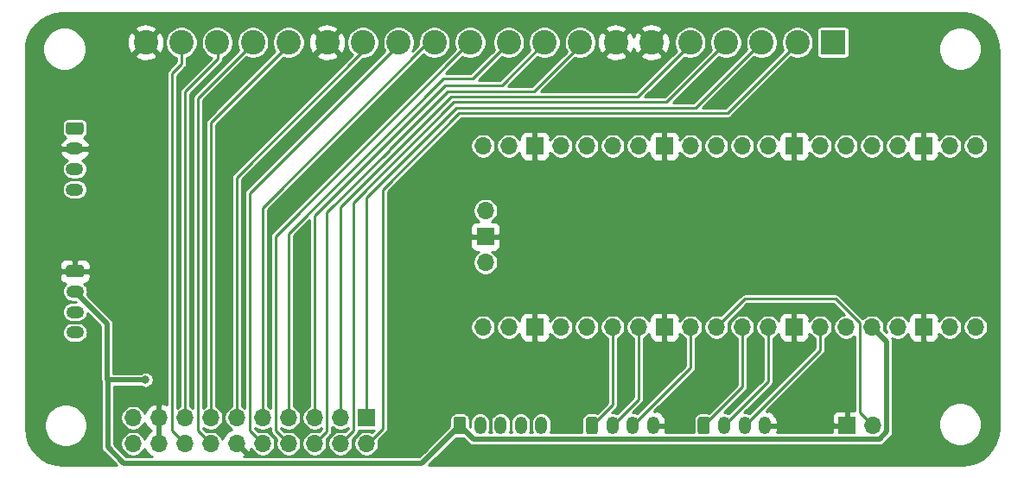
<source format=gbl>
G04 #@! TF.GenerationSoftware,KiCad,Pcbnew,(5.1.12)-1*
G04 #@! TF.CreationDate,2021-12-05T18:21:47-06:00*
G04 #@! TF.ProjectId,PicoFightingBoard,5069636f-4669-4676-9874-696e67426f61,rev?*
G04 #@! TF.SameCoordinates,Original*
G04 #@! TF.FileFunction,Copper,L2,Bot*
G04 #@! TF.FilePolarity,Positive*
%FSLAX46Y46*%
G04 Gerber Fmt 4.6, Leading zero omitted, Abs format (unit mm)*
G04 Created by KiCad (PCBNEW (5.1.12)-1) date 2021-12-05 18:21:47*
%MOMM*%
%LPD*%
G01*
G04 APERTURE LIST*
G04 #@! TA.AperFunction,ComponentPad*
%ADD10O,1.750000X1.200000*%
G04 #@! TD*
G04 #@! TA.AperFunction,ComponentPad*
%ADD11C,2.400000*%
G04 #@! TD*
G04 #@! TA.AperFunction,ComponentPad*
%ADD12R,2.400000X2.400000*%
G04 #@! TD*
G04 #@! TA.AperFunction,ComponentPad*
%ADD13R,1.700000X1.700000*%
G04 #@! TD*
G04 #@! TA.AperFunction,ComponentPad*
%ADD14O,1.700000X1.700000*%
G04 #@! TD*
G04 #@! TA.AperFunction,ComponentPad*
%ADD15O,1.200000X1.750000*%
G04 #@! TD*
G04 #@! TA.AperFunction,ViaPad*
%ADD16C,0.800000*%
G04 #@! TD*
G04 #@! TA.AperFunction,Conductor*
%ADD17C,0.500000*%
G04 #@! TD*
G04 #@! TA.AperFunction,Conductor*
%ADD18C,0.250000*%
G04 #@! TD*
G04 #@! TA.AperFunction,Conductor*
%ADD19C,0.254000*%
G04 #@! TD*
G04 #@! TA.AperFunction,Conductor*
%ADD20C,0.100000*%
G04 #@! TD*
G04 APERTURE END LIST*
G04 #@! TA.AperFunction,ComponentPad*
G36*
G01*
X107985399Y-104403600D02*
X109235401Y-104403600D01*
G75*
G02*
X109485400Y-104653599I0J-249999D01*
G01*
X109485400Y-105353601D01*
G75*
G02*
X109235401Y-105603600I-249999J0D01*
G01*
X107985399Y-105603600D01*
G75*
G02*
X107735400Y-105353601I0J249999D01*
G01*
X107735400Y-104653599D01*
G75*
G02*
X107985399Y-104403600I249999J0D01*
G01*
G37*
G04 #@! TD.AperFunction*
D10*
X108610400Y-107003600D03*
X108610400Y-109003600D03*
X108610400Y-111003600D03*
D11*
X115540000Y-82550000D03*
X119040000Y-82550000D03*
X122540000Y-82550000D03*
X126040000Y-82550000D03*
X129540000Y-82550000D03*
X133320000Y-82550000D03*
X136820000Y-82550000D03*
X140320000Y-82550000D03*
X143820000Y-82550000D03*
X147320000Y-82550000D03*
X151100000Y-82550000D03*
X154600000Y-82550000D03*
X158100000Y-82550000D03*
X161600000Y-82550000D03*
X165100000Y-82550000D03*
X168880000Y-82550000D03*
X172380000Y-82550000D03*
X175880000Y-82550000D03*
X179380000Y-82550000D03*
D12*
X182880000Y-82550000D03*
D13*
X137160000Y-119380000D03*
D14*
X137160000Y-121920000D03*
X134620000Y-119380000D03*
X134620000Y-121920000D03*
X132080000Y-119380000D03*
X132080000Y-121920000D03*
X129540000Y-119380000D03*
X129540000Y-121920000D03*
X127000000Y-119380000D03*
X127000000Y-121920000D03*
X124460000Y-119380000D03*
X124460000Y-121920000D03*
X121920000Y-119380000D03*
X121920000Y-121920000D03*
X119380000Y-119380000D03*
X119380000Y-121920000D03*
X116840000Y-119380000D03*
X116840000Y-121920000D03*
X114300000Y-119380000D03*
X114300000Y-121920000D03*
G04 #@! TA.AperFunction,ComponentPad*
G36*
G01*
X145704000Y-120767001D02*
X145704000Y-119516999D01*
G75*
G02*
X145953999Y-119267000I249999J0D01*
G01*
X146654001Y-119267000D01*
G75*
G02*
X146904000Y-119516999I0J-249999D01*
G01*
X146904000Y-120767001D01*
G75*
G02*
X146654001Y-121017000I-249999J0D01*
G01*
X145953999Y-121017000D01*
G75*
G02*
X145704000Y-120767001I0J249999D01*
G01*
G37*
G04 #@! TD.AperFunction*
D15*
X148304000Y-120142000D03*
X150304000Y-120142000D03*
X152304000Y-120142000D03*
X154304000Y-120142000D03*
D14*
X148820000Y-104140000D03*
D13*
X148820000Y-101600000D03*
D14*
X148820000Y-99060000D03*
X196850000Y-110490000D03*
X194310000Y-110490000D03*
D13*
X191770000Y-110490000D03*
D14*
X189230000Y-110490000D03*
X186690000Y-110490000D03*
X184150000Y-110490000D03*
X181610000Y-110490000D03*
D13*
X179070000Y-110490000D03*
D14*
X176530000Y-110490000D03*
X173990000Y-110490000D03*
X171450000Y-110490000D03*
X168910000Y-110490000D03*
D13*
X166370000Y-110490000D03*
D14*
X163830000Y-110490000D03*
X161290000Y-110490000D03*
X158750000Y-110490000D03*
X156210000Y-110490000D03*
D13*
X153670000Y-110490000D03*
D14*
X151130000Y-110490000D03*
X148590000Y-110490000D03*
X148590000Y-92710000D03*
X151130000Y-92710000D03*
D13*
X153670000Y-92710000D03*
D14*
X156210000Y-92710000D03*
X158750000Y-92710000D03*
X161290000Y-92710000D03*
X163830000Y-92710000D03*
D13*
X166370000Y-92710000D03*
D14*
X168910000Y-92710000D03*
X171450000Y-92710000D03*
X173990000Y-92710000D03*
X176530000Y-92710000D03*
D13*
X179070000Y-92710000D03*
D14*
X181610000Y-92710000D03*
X184150000Y-92710000D03*
X186690000Y-92710000D03*
X189230000Y-92710000D03*
D13*
X191770000Y-92710000D03*
D14*
X194310000Y-92710000D03*
X196850000Y-92710000D03*
G04 #@! TA.AperFunction,ComponentPad*
G36*
G01*
X158658000Y-120717000D02*
X158658000Y-119567000D01*
G75*
G02*
X158958000Y-119267000I300000J0D01*
G01*
X159558000Y-119267000D01*
G75*
G02*
X159858000Y-119567000I0J-300000D01*
G01*
X159858000Y-120717000D01*
G75*
G02*
X159558000Y-121017000I-300000J0D01*
G01*
X158958000Y-121017000D01*
G75*
G02*
X158658000Y-120717000I0J300000D01*
G01*
G37*
G04 #@! TD.AperFunction*
D15*
X161258000Y-120142000D03*
X163258000Y-120142000D03*
X165258000Y-120142000D03*
D13*
X184277000Y-120142000D03*
D14*
X186817000Y-120142000D03*
G04 #@! TA.AperFunction,ComponentPad*
G36*
G01*
X169612000Y-120717000D02*
X169612000Y-119567000D01*
G75*
G02*
X169912000Y-119267000I300000J0D01*
G01*
X170512000Y-119267000D01*
G75*
G02*
X170812000Y-119567000I0J-300000D01*
G01*
X170812000Y-120717000D01*
G75*
G02*
X170512000Y-121017000I-300000J0D01*
G01*
X169912000Y-121017000D01*
G75*
G02*
X169612000Y-120717000I0J300000D01*
G01*
G37*
G04 #@! TD.AperFunction*
D15*
X172212000Y-120142000D03*
X174212000Y-120142000D03*
X176212000Y-120142000D03*
G04 #@! TA.AperFunction,ComponentPad*
G36*
G01*
X107959999Y-90382800D02*
X109210001Y-90382800D01*
G75*
G02*
X109460000Y-90632799I0J-249999D01*
G01*
X109460000Y-91332801D01*
G75*
G02*
X109210001Y-91582800I-249999J0D01*
G01*
X107959999Y-91582800D01*
G75*
G02*
X107710000Y-91332801I0J249999D01*
G01*
X107710000Y-90632799D01*
G75*
G02*
X107959999Y-90382800I249999J0D01*
G01*
G37*
G04 #@! TD.AperFunction*
D10*
X108585000Y-92982800D03*
X108585000Y-94982800D03*
X108585000Y-96982800D03*
D16*
X115519200Y-115671600D03*
D17*
X124460000Y-121920000D02*
X125526800Y-122986800D01*
D18*
X137160000Y-97790000D02*
X137160000Y-119380000D01*
X145999200Y-88950800D02*
X137160000Y-97790000D01*
X169418000Y-88950800D02*
X145999200Y-88950800D01*
X175818800Y-82550000D02*
X169418000Y-88950800D01*
X175910000Y-82550000D02*
X175818800Y-82550000D01*
X179410000Y-82550000D02*
X179410000Y-82616400D01*
X137312400Y-121920000D02*
X137160000Y-121920000D01*
X138785600Y-120446800D02*
X137312400Y-121920000D01*
X138785600Y-96977200D02*
X138785600Y-120446800D01*
X146253200Y-89509600D02*
X138785600Y-96977200D01*
X172516800Y-89509600D02*
X146253200Y-89509600D01*
X179410000Y-82616400D02*
X172516800Y-89509600D01*
X134620000Y-98704400D02*
X134620000Y-119380000D01*
X145440400Y-87884000D02*
X134620000Y-98704400D01*
X163728400Y-87884000D02*
X145440400Y-87884000D01*
X168910000Y-82702400D02*
X163728400Y-87884000D01*
X168910000Y-82550000D02*
X168910000Y-82702400D01*
X135890000Y-120650000D02*
X134620000Y-121920000D01*
X145745200Y-88392000D02*
X135890000Y-98247200D01*
X166573200Y-88392000D02*
X145745200Y-88392000D01*
X172410000Y-82555200D02*
X166573200Y-88392000D01*
X135890000Y-98247200D02*
X135890000Y-120650000D01*
X172410000Y-82550000D02*
X172410000Y-82555200D01*
X132080000Y-99568000D02*
X132080000Y-119380000D01*
X144881600Y-86766400D02*
X132080000Y-99568000D01*
X150418800Y-86766400D02*
X144881600Y-86766400D01*
X154630000Y-82555200D02*
X150418800Y-86766400D01*
X154630000Y-82550000D02*
X154630000Y-82555200D01*
X133299200Y-99237800D02*
X133299200Y-120700800D01*
X139446000Y-93091000D02*
X133299200Y-99237800D01*
X139446000Y-93065600D02*
X139446000Y-93091000D01*
X145135600Y-87376000D02*
X139446000Y-93065600D01*
X153568400Y-87376000D02*
X145135600Y-87376000D01*
X158130000Y-82814400D02*
X153568400Y-87376000D01*
X133299200Y-120700800D02*
X132080000Y-121920000D01*
X158130000Y-82550000D02*
X158130000Y-82814400D01*
X129540000Y-101295200D02*
X129540000Y-119380000D01*
X147574000Y-86106000D02*
X144729200Y-86106000D01*
X144729200Y-86106000D02*
X129540000Y-101295200D01*
X151130000Y-82550000D02*
X147574000Y-86106000D01*
X147350000Y-82550000D02*
X147269200Y-82550000D01*
X128270000Y-101549200D02*
X128270000Y-120650000D01*
X128270000Y-120650000D02*
X129540000Y-121920000D01*
X147269200Y-82550000D02*
X128270000Y-101549200D01*
X143850000Y-82550000D02*
X143850000Y-82565600D01*
X127000000Y-98763590D02*
X143531795Y-82231795D01*
X127000000Y-119380000D02*
X127000000Y-98763590D01*
X125730000Y-120650000D02*
X127000000Y-121920000D01*
X125730000Y-97332800D02*
X125730000Y-120650000D01*
X140350000Y-82712800D02*
X125730000Y-97332800D01*
X140350000Y-82550000D02*
X140350000Y-82712800D01*
X124460000Y-95808800D02*
X124460000Y-119380000D01*
X136850000Y-83418800D02*
X124460000Y-95808800D01*
X136850000Y-82550000D02*
X136850000Y-83418800D01*
X129570000Y-82550000D02*
X129570000Y-82774000D01*
X129570000Y-82774000D02*
X121920000Y-90424000D01*
X121920000Y-90424000D02*
X121920000Y-119380000D01*
X126070000Y-82550000D02*
X126070000Y-82616400D01*
X120650000Y-120650000D02*
X121920000Y-121920000D01*
X120650000Y-88036400D02*
X120650000Y-120650000D01*
X126070000Y-82616400D02*
X120650000Y-88036400D01*
X119380000Y-87376000D02*
X119380000Y-119380000D01*
X122570000Y-84186000D02*
X119380000Y-87376000D01*
X122570000Y-82580000D02*
X122540000Y-82550000D01*
X122570000Y-84186000D02*
X122570000Y-82580000D01*
X118110000Y-120650000D02*
X119380000Y-121920000D01*
X119070000Y-84638000D02*
X118110000Y-85598000D01*
X119070000Y-82550000D02*
X119070000Y-84638000D01*
X118110000Y-85598000D02*
X118110000Y-120650000D01*
D17*
X147629010Y-121467010D02*
X146304000Y-120142000D01*
X188117001Y-120766001D02*
X187415992Y-121467010D01*
X188117001Y-111917001D02*
X188117001Y-120766001D01*
X187415992Y-121467010D02*
X147629010Y-121467010D01*
X186690000Y-110490000D02*
X188117001Y-111917001D01*
X146304000Y-120142000D02*
X143225999Y-123220001D01*
X111760000Y-110153200D02*
X108610400Y-107003600D01*
X111810800Y-115671600D02*
X111760000Y-115620800D01*
X111760000Y-115620800D02*
X111760000Y-110153200D01*
X115519200Y-115671600D02*
X111810800Y-115671600D01*
X111810800Y-115671600D02*
X111810800Y-122275600D01*
X111810800Y-122275600D02*
X113385600Y-123850400D01*
X142595600Y-123850400D02*
X143225999Y-123220001D01*
X113385600Y-123850400D02*
X142595600Y-123850400D01*
D18*
X161290000Y-118110000D02*
X159258000Y-120142000D01*
X161290000Y-110490000D02*
X161290000Y-118110000D01*
X163830000Y-117570000D02*
X161258000Y-120142000D01*
X163830000Y-110490000D02*
X163830000Y-117570000D01*
X168910000Y-114490000D02*
X163258000Y-120142000D01*
X168910000Y-110490000D02*
X168910000Y-114490000D01*
X173990000Y-110490000D02*
X173990000Y-116364000D01*
X173990000Y-116364000D02*
X170212000Y-120142000D01*
X176530000Y-110490000D02*
X176530000Y-115824000D01*
X176530000Y-115824000D02*
X172212000Y-120142000D01*
X148285200Y-120123200D02*
X148304000Y-120142000D01*
X150317200Y-120128800D02*
X150304000Y-120142000D01*
X152349200Y-120096800D02*
X152304000Y-120142000D01*
X154381200Y-120064800D02*
X154304000Y-120142000D01*
X171450000Y-110490000D02*
X174244000Y-107696000D01*
X174244000Y-107696000D02*
X183134000Y-107696000D01*
X185514999Y-118839999D02*
X186817000Y-120142000D01*
X185514999Y-110076999D02*
X185514999Y-118839999D01*
X183134000Y-107696000D02*
X185514999Y-110076999D01*
X181610000Y-112744000D02*
X174212000Y-120142000D01*
X181610000Y-110490000D02*
X181610000Y-112744000D01*
D19*
X196387485Y-79769190D02*
X197057823Y-80018171D01*
X197667037Y-80392615D01*
X198191913Y-80878253D01*
X198612470Y-81456597D01*
X198912680Y-82105607D01*
X199081114Y-82800574D01*
X199112166Y-83534219D01*
X199111000Y-83546060D01*
X199111001Y-120376137D01*
X199039425Y-121106128D01*
X198833189Y-121789212D01*
X198498203Y-122419230D01*
X198047228Y-122972180D01*
X197497439Y-123427006D01*
X196869780Y-123766380D01*
X196188151Y-123977379D01*
X195459392Y-124053975D01*
X195452156Y-124054000D01*
X143284368Y-124054000D01*
X143694102Y-123644267D01*
X145939913Y-121398456D01*
X145953999Y-121399843D01*
X146654001Y-121399843D01*
X146668087Y-121398456D01*
X147160909Y-121891278D01*
X147180667Y-121915353D01*
X147276749Y-121994206D01*
X147386368Y-122052799D01*
X147505312Y-122088880D01*
X147598012Y-122098010D01*
X147598021Y-122098010D01*
X147629009Y-122101062D01*
X147659997Y-122098010D01*
X187385002Y-122098010D01*
X187415992Y-122101062D01*
X187446982Y-122098010D01*
X187446990Y-122098010D01*
X187539690Y-122088880D01*
X187658634Y-122052799D01*
X187768253Y-121994206D01*
X187864335Y-121915353D01*
X187884097Y-121891273D01*
X188541264Y-121234106D01*
X188565344Y-121214344D01*
X188644197Y-121118262D01*
X188702790Y-121008643D01*
X188738871Y-120889699D01*
X188748001Y-120796999D01*
X188748001Y-120796990D01*
X188751053Y-120766002D01*
X188748001Y-120735014D01*
X188748001Y-119805115D01*
X193195000Y-119805115D01*
X193195000Y-120224885D01*
X193276893Y-120636590D01*
X193437532Y-121024407D01*
X193670744Y-121373433D01*
X193967567Y-121670256D01*
X194316593Y-121903468D01*
X194704410Y-122064107D01*
X195116115Y-122146000D01*
X195535885Y-122146000D01*
X195947590Y-122064107D01*
X196335407Y-121903468D01*
X196684433Y-121670256D01*
X196981256Y-121373433D01*
X197214468Y-121024407D01*
X197375107Y-120636590D01*
X197457000Y-120224885D01*
X197457000Y-119805115D01*
X197375107Y-119393410D01*
X197214468Y-119005593D01*
X196981256Y-118656567D01*
X196684433Y-118359744D01*
X196335407Y-118126532D01*
X195947590Y-117965893D01*
X195535885Y-117884000D01*
X195116115Y-117884000D01*
X194704410Y-117965893D01*
X194316593Y-118126532D01*
X193967567Y-118359744D01*
X193670744Y-118656567D01*
X193437532Y-119005593D01*
X193276893Y-119393410D01*
X193195000Y-119805115D01*
X188748001Y-119805115D01*
X188748001Y-111947988D01*
X188751053Y-111917000D01*
X188748001Y-111886012D01*
X188748001Y-111886003D01*
X188738871Y-111793303D01*
X188702790Y-111674359D01*
X188654520Y-111584053D01*
X188870931Y-111673693D01*
X189108757Y-111721000D01*
X189351243Y-111721000D01*
X189589069Y-111673693D01*
X189813097Y-111580898D01*
X190014717Y-111446180D01*
X190186180Y-111274717D01*
X190283073Y-111129706D01*
X190281928Y-111340000D01*
X190294188Y-111464482D01*
X190330498Y-111584180D01*
X190389463Y-111694494D01*
X190468815Y-111791185D01*
X190565506Y-111870537D01*
X190675820Y-111929502D01*
X190795518Y-111965812D01*
X190920000Y-111978072D01*
X191484250Y-111975000D01*
X191643000Y-111816250D01*
X191643000Y-110617000D01*
X191623000Y-110617000D01*
X191623000Y-110363000D01*
X191643000Y-110363000D01*
X191643000Y-109163750D01*
X191897000Y-109163750D01*
X191897000Y-110363000D01*
X191917000Y-110363000D01*
X191917000Y-110617000D01*
X191897000Y-110617000D01*
X191897000Y-111816250D01*
X192055750Y-111975000D01*
X192620000Y-111978072D01*
X192744482Y-111965812D01*
X192864180Y-111929502D01*
X192974494Y-111870537D01*
X193071185Y-111791185D01*
X193150537Y-111694494D01*
X193209502Y-111584180D01*
X193245812Y-111464482D01*
X193258072Y-111340000D01*
X193256927Y-111129706D01*
X193353820Y-111274717D01*
X193525283Y-111446180D01*
X193726903Y-111580898D01*
X193950931Y-111673693D01*
X194188757Y-111721000D01*
X194431243Y-111721000D01*
X194669069Y-111673693D01*
X194893097Y-111580898D01*
X195094717Y-111446180D01*
X195266180Y-111274717D01*
X195400898Y-111073097D01*
X195493693Y-110849069D01*
X195541000Y-110611243D01*
X195541000Y-110368757D01*
X195619000Y-110368757D01*
X195619000Y-110611243D01*
X195666307Y-110849069D01*
X195759102Y-111073097D01*
X195893820Y-111274717D01*
X196065283Y-111446180D01*
X196266903Y-111580898D01*
X196490931Y-111673693D01*
X196728757Y-111721000D01*
X196971243Y-111721000D01*
X197209069Y-111673693D01*
X197433097Y-111580898D01*
X197634717Y-111446180D01*
X197806180Y-111274717D01*
X197940898Y-111073097D01*
X198033693Y-110849069D01*
X198081000Y-110611243D01*
X198081000Y-110368757D01*
X198033693Y-110130931D01*
X197940898Y-109906903D01*
X197806180Y-109705283D01*
X197634717Y-109533820D01*
X197433097Y-109399102D01*
X197209069Y-109306307D01*
X196971243Y-109259000D01*
X196728757Y-109259000D01*
X196490931Y-109306307D01*
X196266903Y-109399102D01*
X196065283Y-109533820D01*
X195893820Y-109705283D01*
X195759102Y-109906903D01*
X195666307Y-110130931D01*
X195619000Y-110368757D01*
X195541000Y-110368757D01*
X195493693Y-110130931D01*
X195400898Y-109906903D01*
X195266180Y-109705283D01*
X195094717Y-109533820D01*
X194893097Y-109399102D01*
X194669069Y-109306307D01*
X194431243Y-109259000D01*
X194188757Y-109259000D01*
X193950931Y-109306307D01*
X193726903Y-109399102D01*
X193525283Y-109533820D01*
X193353820Y-109705283D01*
X193256927Y-109850294D01*
X193258072Y-109640000D01*
X193245812Y-109515518D01*
X193209502Y-109395820D01*
X193150537Y-109285506D01*
X193071185Y-109188815D01*
X192974494Y-109109463D01*
X192864180Y-109050498D01*
X192744482Y-109014188D01*
X192620000Y-109001928D01*
X192055750Y-109005000D01*
X191897000Y-109163750D01*
X191643000Y-109163750D01*
X191484250Y-109005000D01*
X190920000Y-109001928D01*
X190795518Y-109014188D01*
X190675820Y-109050498D01*
X190565506Y-109109463D01*
X190468815Y-109188815D01*
X190389463Y-109285506D01*
X190330498Y-109395820D01*
X190294188Y-109515518D01*
X190281928Y-109640000D01*
X190283073Y-109850294D01*
X190186180Y-109705283D01*
X190014717Y-109533820D01*
X189813097Y-109399102D01*
X189589069Y-109306307D01*
X189351243Y-109259000D01*
X189108757Y-109259000D01*
X188870931Y-109306307D01*
X188646903Y-109399102D01*
X188445283Y-109533820D01*
X188273820Y-109705283D01*
X188139102Y-109906903D01*
X188046307Y-110130931D01*
X187999000Y-110368757D01*
X187999000Y-110611243D01*
X188046307Y-110849069D01*
X188120460Y-111028092D01*
X187884933Y-110792564D01*
X187921000Y-110611243D01*
X187921000Y-110368757D01*
X187873693Y-110130931D01*
X187780898Y-109906903D01*
X187646180Y-109705283D01*
X187474717Y-109533820D01*
X187273097Y-109399102D01*
X187049069Y-109306307D01*
X186811243Y-109259000D01*
X186568757Y-109259000D01*
X186330931Y-109306307D01*
X186106903Y-109399102D01*
X185905283Y-109533820D01*
X185796347Y-109642756D01*
X183509376Y-107355785D01*
X183493527Y-107336473D01*
X183416479Y-107273241D01*
X183328575Y-107226255D01*
X183233193Y-107197322D01*
X183158854Y-107190000D01*
X183158846Y-107190000D01*
X183134000Y-107187553D01*
X183109154Y-107190000D01*
X174268854Y-107190000D01*
X174244000Y-107187552D01*
X174219146Y-107190000D01*
X174144807Y-107197322D01*
X174049425Y-107226255D01*
X173961521Y-107273241D01*
X173884473Y-107336473D01*
X173868628Y-107355780D01*
X171886167Y-109338242D01*
X171809069Y-109306307D01*
X171571243Y-109259000D01*
X171328757Y-109259000D01*
X171090931Y-109306307D01*
X170866903Y-109399102D01*
X170665283Y-109533820D01*
X170493820Y-109705283D01*
X170359102Y-109906903D01*
X170266307Y-110130931D01*
X170219000Y-110368757D01*
X170219000Y-110611243D01*
X170266307Y-110849069D01*
X170359102Y-111073097D01*
X170493820Y-111274717D01*
X170665283Y-111446180D01*
X170866903Y-111580898D01*
X171090931Y-111673693D01*
X171328757Y-111721000D01*
X171571243Y-111721000D01*
X171809069Y-111673693D01*
X172033097Y-111580898D01*
X172234717Y-111446180D01*
X172406180Y-111274717D01*
X172540898Y-111073097D01*
X172633693Y-110849069D01*
X172681000Y-110611243D01*
X172681000Y-110368757D01*
X172633693Y-110130931D01*
X172601758Y-110053833D01*
X174453592Y-108202000D01*
X182924409Y-108202000D01*
X183989264Y-109266856D01*
X183790931Y-109306307D01*
X183566903Y-109399102D01*
X183365283Y-109533820D01*
X183193820Y-109705283D01*
X183059102Y-109906903D01*
X182966307Y-110130931D01*
X182919000Y-110368757D01*
X182919000Y-110611243D01*
X182966307Y-110849069D01*
X183059102Y-111073097D01*
X183193820Y-111274717D01*
X183365283Y-111446180D01*
X183566903Y-111580898D01*
X183790931Y-111673693D01*
X184028757Y-111721000D01*
X184271243Y-111721000D01*
X184509069Y-111673693D01*
X184733097Y-111580898D01*
X184934717Y-111446180D01*
X185008999Y-111371898D01*
X185009000Y-118654570D01*
X184562750Y-118657000D01*
X184404000Y-118815750D01*
X184404000Y-120015000D01*
X184424000Y-120015000D01*
X184424000Y-120269000D01*
X184404000Y-120269000D01*
X184404000Y-120289000D01*
X184150000Y-120289000D01*
X184150000Y-120269000D01*
X182950750Y-120269000D01*
X182792000Y-120427750D01*
X182789777Y-120836010D01*
X177376057Y-120836010D01*
X177398493Y-120782496D01*
X177447000Y-120544000D01*
X177447000Y-120269000D01*
X176339000Y-120269000D01*
X176339000Y-120289000D01*
X176085000Y-120289000D01*
X176085000Y-120269000D01*
X176065000Y-120269000D01*
X176065000Y-120015000D01*
X176085000Y-120015000D01*
X176085000Y-119995000D01*
X176339000Y-119995000D01*
X176339000Y-120015000D01*
X177447000Y-120015000D01*
X177447000Y-119740000D01*
X177398493Y-119501504D01*
X177310657Y-119292000D01*
X182788928Y-119292000D01*
X182792000Y-119856250D01*
X182950750Y-120015000D01*
X184150000Y-120015000D01*
X184150000Y-118815750D01*
X183991250Y-118657000D01*
X183427000Y-118653928D01*
X183302518Y-118666188D01*
X183182820Y-118702498D01*
X183072506Y-118761463D01*
X182975815Y-118840815D01*
X182896463Y-118937506D01*
X182837498Y-119047820D01*
X182801188Y-119167518D01*
X182788928Y-119292000D01*
X177310657Y-119292000D01*
X177304390Y-119277054D01*
X177168307Y-119075275D01*
X176995474Y-118903922D01*
X176792533Y-118769579D01*
X176567282Y-118677409D01*
X176529609Y-118673538D01*
X176339002Y-118798268D01*
X176339002Y-118730589D01*
X181950220Y-113119372D01*
X181969527Y-113103527D01*
X182032759Y-113026479D01*
X182079745Y-112938575D01*
X182108678Y-112843193D01*
X182116000Y-112768854D01*
X182118448Y-112744000D01*
X182116000Y-112719146D01*
X182116000Y-111612832D01*
X182193097Y-111580898D01*
X182394717Y-111446180D01*
X182566180Y-111274717D01*
X182700898Y-111073097D01*
X182793693Y-110849069D01*
X182841000Y-110611243D01*
X182841000Y-110368757D01*
X182793693Y-110130931D01*
X182700898Y-109906903D01*
X182566180Y-109705283D01*
X182394717Y-109533820D01*
X182193097Y-109399102D01*
X181969069Y-109306307D01*
X181731243Y-109259000D01*
X181488757Y-109259000D01*
X181250931Y-109306307D01*
X181026903Y-109399102D01*
X180825283Y-109533820D01*
X180653820Y-109705283D01*
X180556927Y-109850294D01*
X180558072Y-109640000D01*
X180545812Y-109515518D01*
X180509502Y-109395820D01*
X180450537Y-109285506D01*
X180371185Y-109188815D01*
X180274494Y-109109463D01*
X180164180Y-109050498D01*
X180044482Y-109014188D01*
X179920000Y-109001928D01*
X179355750Y-109005000D01*
X179197000Y-109163750D01*
X179197000Y-110363000D01*
X179217000Y-110363000D01*
X179217000Y-110617000D01*
X179197000Y-110617000D01*
X179197000Y-111816250D01*
X179355750Y-111975000D01*
X179920000Y-111978072D01*
X180044482Y-111965812D01*
X180164180Y-111929502D01*
X180274494Y-111870537D01*
X180371185Y-111791185D01*
X180450537Y-111694494D01*
X180509502Y-111584180D01*
X180545812Y-111464482D01*
X180558072Y-111340000D01*
X180556927Y-111129706D01*
X180653820Y-111274717D01*
X180825283Y-111446180D01*
X181026903Y-111580898D01*
X181104000Y-111612833D01*
X181104001Y-112534407D01*
X174649763Y-118988646D01*
X174589228Y-118956289D01*
X174404309Y-118900195D01*
X174212000Y-118881254D01*
X174185752Y-118883839D01*
X176870220Y-116199372D01*
X176889527Y-116183527D01*
X176952759Y-116106479D01*
X176999745Y-116018575D01*
X177004023Y-116004473D01*
X177028678Y-115923194D01*
X177029652Y-115913306D01*
X177036000Y-115848854D01*
X177036000Y-115848847D01*
X177038447Y-115824001D01*
X177036000Y-115799155D01*
X177036000Y-111612832D01*
X177113097Y-111580898D01*
X177314717Y-111446180D01*
X177486180Y-111274717D01*
X177583073Y-111129706D01*
X177581928Y-111340000D01*
X177594188Y-111464482D01*
X177630498Y-111584180D01*
X177689463Y-111694494D01*
X177768815Y-111791185D01*
X177865506Y-111870537D01*
X177975820Y-111929502D01*
X178095518Y-111965812D01*
X178220000Y-111978072D01*
X178784250Y-111975000D01*
X178943000Y-111816250D01*
X178943000Y-110617000D01*
X178923000Y-110617000D01*
X178923000Y-110363000D01*
X178943000Y-110363000D01*
X178943000Y-109163750D01*
X178784250Y-109005000D01*
X178220000Y-109001928D01*
X178095518Y-109014188D01*
X177975820Y-109050498D01*
X177865506Y-109109463D01*
X177768815Y-109188815D01*
X177689463Y-109285506D01*
X177630498Y-109395820D01*
X177594188Y-109515518D01*
X177581928Y-109640000D01*
X177583073Y-109850294D01*
X177486180Y-109705283D01*
X177314717Y-109533820D01*
X177113097Y-109399102D01*
X176889069Y-109306307D01*
X176651243Y-109259000D01*
X176408757Y-109259000D01*
X176170931Y-109306307D01*
X175946903Y-109399102D01*
X175745283Y-109533820D01*
X175573820Y-109705283D01*
X175439102Y-109906903D01*
X175346307Y-110130931D01*
X175299000Y-110368757D01*
X175299000Y-110611243D01*
X175346307Y-110849069D01*
X175439102Y-111073097D01*
X175573820Y-111274717D01*
X175745283Y-111446180D01*
X175946903Y-111580898D01*
X176024000Y-111612833D01*
X176024001Y-115614407D01*
X172649763Y-118988646D01*
X172589228Y-118956289D01*
X172404309Y-118900195D01*
X172212000Y-118881254D01*
X172185752Y-118883839D01*
X174330220Y-116739372D01*
X174349527Y-116723527D01*
X174412759Y-116646479D01*
X174459745Y-116558575D01*
X174488678Y-116463193D01*
X174496000Y-116388854D01*
X174498448Y-116364000D01*
X174496000Y-116339146D01*
X174496000Y-111612832D01*
X174573097Y-111580898D01*
X174774717Y-111446180D01*
X174946180Y-111274717D01*
X175080898Y-111073097D01*
X175173693Y-110849069D01*
X175221000Y-110611243D01*
X175221000Y-110368757D01*
X175173693Y-110130931D01*
X175080898Y-109906903D01*
X174946180Y-109705283D01*
X174774717Y-109533820D01*
X174573097Y-109399102D01*
X174349069Y-109306307D01*
X174111243Y-109259000D01*
X173868757Y-109259000D01*
X173630931Y-109306307D01*
X173406903Y-109399102D01*
X173205283Y-109533820D01*
X173033820Y-109705283D01*
X172899102Y-109906903D01*
X172806307Y-110130931D01*
X172759000Y-110368757D01*
X172759000Y-110611243D01*
X172806307Y-110849069D01*
X172899102Y-111073097D01*
X173033820Y-111274717D01*
X173205283Y-111446180D01*
X173406903Y-111580898D01*
X173484000Y-111612833D01*
X173484001Y-116154407D01*
X170718807Y-118919601D01*
X170645216Y-118897278D01*
X170512000Y-118884157D01*
X169912000Y-118884157D01*
X169778784Y-118897278D01*
X169650687Y-118936135D01*
X169532633Y-118999237D01*
X169429157Y-119084157D01*
X169344237Y-119187633D01*
X169281135Y-119305687D01*
X169242278Y-119433784D01*
X169229157Y-119567000D01*
X169229157Y-120717000D01*
X169240879Y-120836010D01*
X166422057Y-120836010D01*
X166444493Y-120782496D01*
X166493000Y-120544000D01*
X166493000Y-120269000D01*
X165385000Y-120269000D01*
X165385000Y-120289000D01*
X165131000Y-120289000D01*
X165131000Y-120269000D01*
X165111000Y-120269000D01*
X165111000Y-120015000D01*
X165131000Y-120015000D01*
X165131000Y-119995000D01*
X165385000Y-119995000D01*
X165385000Y-120015000D01*
X166493000Y-120015000D01*
X166493000Y-119740000D01*
X166444493Y-119501504D01*
X166350390Y-119277054D01*
X166214307Y-119075275D01*
X166041474Y-118903922D01*
X165838533Y-118769579D01*
X165613282Y-118677409D01*
X165575609Y-118673538D01*
X165385002Y-118798268D01*
X165385002Y-118730589D01*
X169250220Y-114865372D01*
X169269527Y-114849527D01*
X169332759Y-114772479D01*
X169379745Y-114684575D01*
X169408678Y-114589193D01*
X169416000Y-114514854D01*
X169416000Y-114514847D01*
X169418447Y-114490001D01*
X169416000Y-114465155D01*
X169416000Y-111612832D01*
X169493097Y-111580898D01*
X169694717Y-111446180D01*
X169866180Y-111274717D01*
X170000898Y-111073097D01*
X170093693Y-110849069D01*
X170141000Y-110611243D01*
X170141000Y-110368757D01*
X170093693Y-110130931D01*
X170000898Y-109906903D01*
X169866180Y-109705283D01*
X169694717Y-109533820D01*
X169493097Y-109399102D01*
X169269069Y-109306307D01*
X169031243Y-109259000D01*
X168788757Y-109259000D01*
X168550931Y-109306307D01*
X168326903Y-109399102D01*
X168125283Y-109533820D01*
X167953820Y-109705283D01*
X167856927Y-109850294D01*
X167858072Y-109640000D01*
X167845812Y-109515518D01*
X167809502Y-109395820D01*
X167750537Y-109285506D01*
X167671185Y-109188815D01*
X167574494Y-109109463D01*
X167464180Y-109050498D01*
X167344482Y-109014188D01*
X167220000Y-109001928D01*
X166655750Y-109005000D01*
X166497000Y-109163750D01*
X166497000Y-110363000D01*
X166517000Y-110363000D01*
X166517000Y-110617000D01*
X166497000Y-110617000D01*
X166497000Y-111816250D01*
X166655750Y-111975000D01*
X167220000Y-111978072D01*
X167344482Y-111965812D01*
X167464180Y-111929502D01*
X167574494Y-111870537D01*
X167671185Y-111791185D01*
X167750537Y-111694494D01*
X167809502Y-111584180D01*
X167845812Y-111464482D01*
X167858072Y-111340000D01*
X167856927Y-111129706D01*
X167953820Y-111274717D01*
X168125283Y-111446180D01*
X168326903Y-111580898D01*
X168404000Y-111612833D01*
X168404001Y-114280407D01*
X163695763Y-118988646D01*
X163635228Y-118956289D01*
X163450309Y-118900195D01*
X163258000Y-118881254D01*
X163231752Y-118883839D01*
X164170220Y-117945372D01*
X164189527Y-117929527D01*
X164252759Y-117852479D01*
X164299745Y-117764575D01*
X164328678Y-117669193D01*
X164336000Y-117594854D01*
X164336000Y-117594847D01*
X164338447Y-117570001D01*
X164336000Y-117545155D01*
X164336000Y-111612832D01*
X164413097Y-111580898D01*
X164614717Y-111446180D01*
X164786180Y-111274717D01*
X164883073Y-111129706D01*
X164881928Y-111340000D01*
X164894188Y-111464482D01*
X164930498Y-111584180D01*
X164989463Y-111694494D01*
X165068815Y-111791185D01*
X165165506Y-111870537D01*
X165275820Y-111929502D01*
X165395518Y-111965812D01*
X165520000Y-111978072D01*
X166084250Y-111975000D01*
X166243000Y-111816250D01*
X166243000Y-110617000D01*
X166223000Y-110617000D01*
X166223000Y-110363000D01*
X166243000Y-110363000D01*
X166243000Y-109163750D01*
X166084250Y-109005000D01*
X165520000Y-109001928D01*
X165395518Y-109014188D01*
X165275820Y-109050498D01*
X165165506Y-109109463D01*
X165068815Y-109188815D01*
X164989463Y-109285506D01*
X164930498Y-109395820D01*
X164894188Y-109515518D01*
X164881928Y-109640000D01*
X164883073Y-109850294D01*
X164786180Y-109705283D01*
X164614717Y-109533820D01*
X164413097Y-109399102D01*
X164189069Y-109306307D01*
X163951243Y-109259000D01*
X163708757Y-109259000D01*
X163470931Y-109306307D01*
X163246903Y-109399102D01*
X163045283Y-109533820D01*
X162873820Y-109705283D01*
X162739102Y-109906903D01*
X162646307Y-110130931D01*
X162599000Y-110368757D01*
X162599000Y-110611243D01*
X162646307Y-110849069D01*
X162739102Y-111073097D01*
X162873820Y-111274717D01*
X163045283Y-111446180D01*
X163246903Y-111580898D01*
X163324000Y-111612833D01*
X163324001Y-117360407D01*
X161695763Y-118988646D01*
X161635228Y-118956289D01*
X161450309Y-118900195D01*
X161258000Y-118881254D01*
X161231753Y-118883839D01*
X161630220Y-118485372D01*
X161649527Y-118469527D01*
X161712759Y-118392479D01*
X161759745Y-118304575D01*
X161788678Y-118209193D01*
X161796000Y-118134854D01*
X161796000Y-118134846D01*
X161798447Y-118110000D01*
X161796000Y-118085154D01*
X161796000Y-111612832D01*
X161873097Y-111580898D01*
X162074717Y-111446180D01*
X162246180Y-111274717D01*
X162380898Y-111073097D01*
X162473693Y-110849069D01*
X162521000Y-110611243D01*
X162521000Y-110368757D01*
X162473693Y-110130931D01*
X162380898Y-109906903D01*
X162246180Y-109705283D01*
X162074717Y-109533820D01*
X161873097Y-109399102D01*
X161649069Y-109306307D01*
X161411243Y-109259000D01*
X161168757Y-109259000D01*
X160930931Y-109306307D01*
X160706903Y-109399102D01*
X160505283Y-109533820D01*
X160333820Y-109705283D01*
X160199102Y-109906903D01*
X160106307Y-110130931D01*
X160059000Y-110368757D01*
X160059000Y-110611243D01*
X160106307Y-110849069D01*
X160199102Y-111073097D01*
X160333820Y-111274717D01*
X160505283Y-111446180D01*
X160706903Y-111580898D01*
X160784000Y-111612833D01*
X160784001Y-117900407D01*
X159764807Y-118919601D01*
X159691216Y-118897278D01*
X159558000Y-118884157D01*
X158958000Y-118884157D01*
X158824784Y-118897278D01*
X158696687Y-118936135D01*
X158578633Y-118999237D01*
X158475157Y-119084157D01*
X158390237Y-119187633D01*
X158327135Y-119305687D01*
X158288278Y-119433784D01*
X158275157Y-119567000D01*
X158275157Y-120717000D01*
X158286879Y-120836010D01*
X155192378Y-120836010D01*
X155214711Y-120794229D01*
X155270805Y-120609309D01*
X155285000Y-120465186D01*
X155285000Y-119818813D01*
X155270805Y-119674690D01*
X155214711Y-119489771D01*
X155123618Y-119319349D01*
X155001028Y-119169972D01*
X154851651Y-119047382D01*
X154681228Y-118956289D01*
X154496309Y-118900195D01*
X154304000Y-118881254D01*
X154111690Y-118900195D01*
X153926771Y-118956289D01*
X153756349Y-119047382D01*
X153606972Y-119169972D01*
X153484382Y-119319349D01*
X153393289Y-119489772D01*
X153337195Y-119674691D01*
X153323000Y-119818814D01*
X153323000Y-120465187D01*
X153337195Y-120609310D01*
X153393289Y-120794229D01*
X153415622Y-120836010D01*
X153192378Y-120836010D01*
X153214711Y-120794229D01*
X153270805Y-120609309D01*
X153285000Y-120465186D01*
X153285000Y-119818813D01*
X153270805Y-119674690D01*
X153214711Y-119489771D01*
X153123618Y-119319349D01*
X153001028Y-119169972D01*
X152851651Y-119047382D01*
X152681228Y-118956289D01*
X152496309Y-118900195D01*
X152304000Y-118881254D01*
X152111690Y-118900195D01*
X151926771Y-118956289D01*
X151756349Y-119047382D01*
X151606972Y-119169972D01*
X151484382Y-119319349D01*
X151393289Y-119489772D01*
X151337195Y-119674691D01*
X151323000Y-119818814D01*
X151323000Y-120465187D01*
X151337195Y-120609310D01*
X151393289Y-120794229D01*
X151415622Y-120836010D01*
X151192378Y-120836010D01*
X151214711Y-120794229D01*
X151270805Y-120609309D01*
X151285000Y-120465186D01*
X151285000Y-119818813D01*
X151270805Y-119674690D01*
X151214711Y-119489771D01*
X151123618Y-119319349D01*
X151001028Y-119169972D01*
X150851651Y-119047382D01*
X150681228Y-118956289D01*
X150496309Y-118900195D01*
X150304000Y-118881254D01*
X150111690Y-118900195D01*
X149926771Y-118956289D01*
X149756349Y-119047382D01*
X149606972Y-119169972D01*
X149484382Y-119319349D01*
X149393289Y-119489772D01*
X149337195Y-119674691D01*
X149323000Y-119818814D01*
X149323000Y-120465187D01*
X149337195Y-120609310D01*
X149393289Y-120794229D01*
X149415622Y-120836010D01*
X149192378Y-120836010D01*
X149214711Y-120794229D01*
X149270805Y-120609309D01*
X149285000Y-120465186D01*
X149285000Y-119818813D01*
X149270805Y-119674690D01*
X149214711Y-119489771D01*
X149123618Y-119319349D01*
X149001028Y-119169972D01*
X148851651Y-119047382D01*
X148681228Y-118956289D01*
X148496309Y-118900195D01*
X148304000Y-118881254D01*
X148111690Y-118900195D01*
X147926771Y-118956289D01*
X147756349Y-119047382D01*
X147606972Y-119169972D01*
X147484382Y-119319349D01*
X147393289Y-119489772D01*
X147337195Y-119674691D01*
X147323000Y-119818814D01*
X147323000Y-120268632D01*
X147286843Y-120232475D01*
X147286843Y-119516999D01*
X147274683Y-119393538D01*
X147238671Y-119274821D01*
X147180190Y-119165411D01*
X147101488Y-119069512D01*
X147005589Y-118990810D01*
X146896179Y-118932329D01*
X146777462Y-118896317D01*
X146654001Y-118884157D01*
X145953999Y-118884157D01*
X145830538Y-118896317D01*
X145711821Y-118932329D01*
X145602411Y-118990810D01*
X145506512Y-119069512D01*
X145427810Y-119165411D01*
X145369329Y-119274821D01*
X145333317Y-119393538D01*
X145321157Y-119516999D01*
X145321157Y-120232474D01*
X142801733Y-122751898D01*
X142334232Y-123219400D01*
X125168641Y-123219400D01*
X125226920Y-123191641D01*
X125460269Y-123017588D01*
X125655178Y-122801355D01*
X125804157Y-122551252D01*
X125861772Y-122388832D01*
X125909102Y-122503097D01*
X126043820Y-122704717D01*
X126215283Y-122876180D01*
X126416903Y-123010898D01*
X126640931Y-123103693D01*
X126878757Y-123151000D01*
X127121243Y-123151000D01*
X127359069Y-123103693D01*
X127583097Y-123010898D01*
X127784717Y-122876180D01*
X127956180Y-122704717D01*
X128090898Y-122503097D01*
X128183693Y-122279069D01*
X128231000Y-122041243D01*
X128231000Y-121798757D01*
X128183693Y-121560931D01*
X128090898Y-121336903D01*
X127956180Y-121135283D01*
X127784717Y-120963820D01*
X127583097Y-120829102D01*
X127359069Y-120736307D01*
X127121243Y-120689000D01*
X126878757Y-120689000D01*
X126640931Y-120736307D01*
X126563833Y-120768242D01*
X126236000Y-120440409D01*
X126236000Y-120350023D01*
X126416903Y-120470898D01*
X126640931Y-120563693D01*
X126878757Y-120611000D01*
X127121243Y-120611000D01*
X127359069Y-120563693D01*
X127583097Y-120470898D01*
X127764001Y-120350022D01*
X127764001Y-120625144D01*
X127761553Y-120650000D01*
X127771322Y-120749192D01*
X127800255Y-120844574D01*
X127813610Y-120869559D01*
X127847242Y-120932479D01*
X127910474Y-121009527D01*
X127929780Y-121025371D01*
X128388242Y-121483833D01*
X128356307Y-121560931D01*
X128309000Y-121798757D01*
X128309000Y-122041243D01*
X128356307Y-122279069D01*
X128449102Y-122503097D01*
X128583820Y-122704717D01*
X128755283Y-122876180D01*
X128956903Y-123010898D01*
X129180931Y-123103693D01*
X129418757Y-123151000D01*
X129661243Y-123151000D01*
X129899069Y-123103693D01*
X130123097Y-123010898D01*
X130324717Y-122876180D01*
X130496180Y-122704717D01*
X130630898Y-122503097D01*
X130723693Y-122279069D01*
X130771000Y-122041243D01*
X130771000Y-121798757D01*
X130723693Y-121560931D01*
X130630898Y-121336903D01*
X130496180Y-121135283D01*
X130324717Y-120963820D01*
X130123097Y-120829102D01*
X129899069Y-120736307D01*
X129661243Y-120689000D01*
X129418757Y-120689000D01*
X129180931Y-120736307D01*
X129103833Y-120768242D01*
X128776000Y-120440409D01*
X128776000Y-120350023D01*
X128956903Y-120470898D01*
X129180931Y-120563693D01*
X129418757Y-120611000D01*
X129661243Y-120611000D01*
X129899069Y-120563693D01*
X130123097Y-120470898D01*
X130324717Y-120336180D01*
X130496180Y-120164717D01*
X130630898Y-119963097D01*
X130723693Y-119739069D01*
X130771000Y-119501243D01*
X130771000Y-119258757D01*
X130723693Y-119020931D01*
X130630898Y-118796903D01*
X130496180Y-118595283D01*
X130324717Y-118423820D01*
X130123097Y-118289102D01*
X130046000Y-118257168D01*
X130046000Y-101504791D01*
X131574000Y-99976791D01*
X131574001Y-118257167D01*
X131496903Y-118289102D01*
X131295283Y-118423820D01*
X131123820Y-118595283D01*
X130989102Y-118796903D01*
X130896307Y-119020931D01*
X130849000Y-119258757D01*
X130849000Y-119501243D01*
X130896307Y-119739069D01*
X130989102Y-119963097D01*
X131123820Y-120164717D01*
X131295283Y-120336180D01*
X131496903Y-120470898D01*
X131720931Y-120563693D01*
X131958757Y-120611000D01*
X132201243Y-120611000D01*
X132439069Y-120563693D01*
X132663097Y-120470898D01*
X132793201Y-120383965D01*
X132793201Y-120491207D01*
X132516167Y-120768242D01*
X132439069Y-120736307D01*
X132201243Y-120689000D01*
X131958757Y-120689000D01*
X131720931Y-120736307D01*
X131496903Y-120829102D01*
X131295283Y-120963820D01*
X131123820Y-121135283D01*
X130989102Y-121336903D01*
X130896307Y-121560931D01*
X130849000Y-121798757D01*
X130849000Y-122041243D01*
X130896307Y-122279069D01*
X130989102Y-122503097D01*
X131123820Y-122704717D01*
X131295283Y-122876180D01*
X131496903Y-123010898D01*
X131720931Y-123103693D01*
X131958757Y-123151000D01*
X132201243Y-123151000D01*
X132439069Y-123103693D01*
X132663097Y-123010898D01*
X132864717Y-122876180D01*
X133036180Y-122704717D01*
X133170898Y-122503097D01*
X133263693Y-122279069D01*
X133311000Y-122041243D01*
X133311000Y-121798757D01*
X133263693Y-121560931D01*
X133231758Y-121483833D01*
X133639420Y-121076172D01*
X133658727Y-121060327D01*
X133721959Y-120983279D01*
X133768945Y-120895375D01*
X133781282Y-120854704D01*
X133797878Y-120799994D01*
X133800160Y-120776825D01*
X133805200Y-120725654D01*
X133805200Y-120725647D01*
X133807647Y-120700801D01*
X133805200Y-120675955D01*
X133805200Y-120306097D01*
X133835283Y-120336180D01*
X134036903Y-120470898D01*
X134260931Y-120563693D01*
X134498757Y-120611000D01*
X134741243Y-120611000D01*
X134979069Y-120563693D01*
X135203097Y-120470898D01*
X135384001Y-120350022D01*
X135384001Y-120440407D01*
X135056167Y-120768242D01*
X134979069Y-120736307D01*
X134741243Y-120689000D01*
X134498757Y-120689000D01*
X134260931Y-120736307D01*
X134036903Y-120829102D01*
X133835283Y-120963820D01*
X133663820Y-121135283D01*
X133529102Y-121336903D01*
X133436307Y-121560931D01*
X133389000Y-121798757D01*
X133389000Y-122041243D01*
X133436307Y-122279069D01*
X133529102Y-122503097D01*
X133663820Y-122704717D01*
X133835283Y-122876180D01*
X134036903Y-123010898D01*
X134260931Y-123103693D01*
X134498757Y-123151000D01*
X134741243Y-123151000D01*
X134979069Y-123103693D01*
X135203097Y-123010898D01*
X135404717Y-122876180D01*
X135576180Y-122704717D01*
X135710898Y-122503097D01*
X135803693Y-122279069D01*
X135851000Y-122041243D01*
X135851000Y-121798757D01*
X135803693Y-121560931D01*
X135771758Y-121483833D01*
X136230220Y-121025372D01*
X136249527Y-121009527D01*
X136312759Y-120932479D01*
X136359745Y-120844575D01*
X136365510Y-120825570D01*
X136388678Y-120749194D01*
X136393508Y-120700155D01*
X136396000Y-120674854D01*
X136396000Y-120674847D01*
X136398447Y-120650001D01*
X136396000Y-120625155D01*
X136396000Y-120612843D01*
X137903965Y-120612843D01*
X137703930Y-120812879D01*
X137519069Y-120736307D01*
X137281243Y-120689000D01*
X137038757Y-120689000D01*
X136800931Y-120736307D01*
X136576903Y-120829102D01*
X136375283Y-120963820D01*
X136203820Y-121135283D01*
X136069102Y-121336903D01*
X135976307Y-121560931D01*
X135929000Y-121798757D01*
X135929000Y-122041243D01*
X135976307Y-122279069D01*
X136069102Y-122503097D01*
X136203820Y-122704717D01*
X136375283Y-122876180D01*
X136576903Y-123010898D01*
X136800931Y-123103693D01*
X137038757Y-123151000D01*
X137281243Y-123151000D01*
X137519069Y-123103693D01*
X137743097Y-123010898D01*
X137944717Y-122876180D01*
X138116180Y-122704717D01*
X138250898Y-122503097D01*
X138343693Y-122279069D01*
X138391000Y-122041243D01*
X138391000Y-121798757D01*
X138350888Y-121597103D01*
X139125820Y-120822172D01*
X139145127Y-120806327D01*
X139208359Y-120729279D01*
X139255345Y-120641375D01*
X139282419Y-120552121D01*
X139284278Y-120545994D01*
X139288353Y-120504620D01*
X139291600Y-120471654D01*
X139291600Y-120471647D01*
X139294047Y-120446801D01*
X139291600Y-120421955D01*
X139291600Y-110368757D01*
X147359000Y-110368757D01*
X147359000Y-110611243D01*
X147406307Y-110849069D01*
X147499102Y-111073097D01*
X147633820Y-111274717D01*
X147805283Y-111446180D01*
X148006903Y-111580898D01*
X148230931Y-111673693D01*
X148468757Y-111721000D01*
X148711243Y-111721000D01*
X148949069Y-111673693D01*
X149173097Y-111580898D01*
X149374717Y-111446180D01*
X149546180Y-111274717D01*
X149680898Y-111073097D01*
X149773693Y-110849069D01*
X149821000Y-110611243D01*
X149821000Y-110368757D01*
X149899000Y-110368757D01*
X149899000Y-110611243D01*
X149946307Y-110849069D01*
X150039102Y-111073097D01*
X150173820Y-111274717D01*
X150345283Y-111446180D01*
X150546903Y-111580898D01*
X150770931Y-111673693D01*
X151008757Y-111721000D01*
X151251243Y-111721000D01*
X151489069Y-111673693D01*
X151713097Y-111580898D01*
X151914717Y-111446180D01*
X152086180Y-111274717D01*
X152183073Y-111129706D01*
X152181928Y-111340000D01*
X152194188Y-111464482D01*
X152230498Y-111584180D01*
X152289463Y-111694494D01*
X152368815Y-111791185D01*
X152465506Y-111870537D01*
X152575820Y-111929502D01*
X152695518Y-111965812D01*
X152820000Y-111978072D01*
X153384250Y-111975000D01*
X153543000Y-111816250D01*
X153543000Y-110617000D01*
X153523000Y-110617000D01*
X153523000Y-110363000D01*
X153543000Y-110363000D01*
X153543000Y-109163750D01*
X153797000Y-109163750D01*
X153797000Y-110363000D01*
X153817000Y-110363000D01*
X153817000Y-110617000D01*
X153797000Y-110617000D01*
X153797000Y-111816250D01*
X153955750Y-111975000D01*
X154520000Y-111978072D01*
X154644482Y-111965812D01*
X154764180Y-111929502D01*
X154874494Y-111870537D01*
X154971185Y-111791185D01*
X155050537Y-111694494D01*
X155109502Y-111584180D01*
X155145812Y-111464482D01*
X155158072Y-111340000D01*
X155156927Y-111129706D01*
X155253820Y-111274717D01*
X155425283Y-111446180D01*
X155626903Y-111580898D01*
X155850931Y-111673693D01*
X156088757Y-111721000D01*
X156331243Y-111721000D01*
X156569069Y-111673693D01*
X156793097Y-111580898D01*
X156994717Y-111446180D01*
X157166180Y-111274717D01*
X157300898Y-111073097D01*
X157393693Y-110849069D01*
X157441000Y-110611243D01*
X157441000Y-110368757D01*
X157519000Y-110368757D01*
X157519000Y-110611243D01*
X157566307Y-110849069D01*
X157659102Y-111073097D01*
X157793820Y-111274717D01*
X157965283Y-111446180D01*
X158166903Y-111580898D01*
X158390931Y-111673693D01*
X158628757Y-111721000D01*
X158871243Y-111721000D01*
X159109069Y-111673693D01*
X159333097Y-111580898D01*
X159534717Y-111446180D01*
X159706180Y-111274717D01*
X159840898Y-111073097D01*
X159933693Y-110849069D01*
X159981000Y-110611243D01*
X159981000Y-110368757D01*
X159933693Y-110130931D01*
X159840898Y-109906903D01*
X159706180Y-109705283D01*
X159534717Y-109533820D01*
X159333097Y-109399102D01*
X159109069Y-109306307D01*
X158871243Y-109259000D01*
X158628757Y-109259000D01*
X158390931Y-109306307D01*
X158166903Y-109399102D01*
X157965283Y-109533820D01*
X157793820Y-109705283D01*
X157659102Y-109906903D01*
X157566307Y-110130931D01*
X157519000Y-110368757D01*
X157441000Y-110368757D01*
X157393693Y-110130931D01*
X157300898Y-109906903D01*
X157166180Y-109705283D01*
X156994717Y-109533820D01*
X156793097Y-109399102D01*
X156569069Y-109306307D01*
X156331243Y-109259000D01*
X156088757Y-109259000D01*
X155850931Y-109306307D01*
X155626903Y-109399102D01*
X155425283Y-109533820D01*
X155253820Y-109705283D01*
X155156927Y-109850294D01*
X155158072Y-109640000D01*
X155145812Y-109515518D01*
X155109502Y-109395820D01*
X155050537Y-109285506D01*
X154971185Y-109188815D01*
X154874494Y-109109463D01*
X154764180Y-109050498D01*
X154644482Y-109014188D01*
X154520000Y-109001928D01*
X153955750Y-109005000D01*
X153797000Y-109163750D01*
X153543000Y-109163750D01*
X153384250Y-109005000D01*
X152820000Y-109001928D01*
X152695518Y-109014188D01*
X152575820Y-109050498D01*
X152465506Y-109109463D01*
X152368815Y-109188815D01*
X152289463Y-109285506D01*
X152230498Y-109395820D01*
X152194188Y-109515518D01*
X152181928Y-109640000D01*
X152183073Y-109850294D01*
X152086180Y-109705283D01*
X151914717Y-109533820D01*
X151713097Y-109399102D01*
X151489069Y-109306307D01*
X151251243Y-109259000D01*
X151008757Y-109259000D01*
X150770931Y-109306307D01*
X150546903Y-109399102D01*
X150345283Y-109533820D01*
X150173820Y-109705283D01*
X150039102Y-109906903D01*
X149946307Y-110130931D01*
X149899000Y-110368757D01*
X149821000Y-110368757D01*
X149773693Y-110130931D01*
X149680898Y-109906903D01*
X149546180Y-109705283D01*
X149374717Y-109533820D01*
X149173097Y-109399102D01*
X148949069Y-109306307D01*
X148711243Y-109259000D01*
X148468757Y-109259000D01*
X148230931Y-109306307D01*
X148006903Y-109399102D01*
X147805283Y-109533820D01*
X147633820Y-109705283D01*
X147499102Y-109906903D01*
X147406307Y-110130931D01*
X147359000Y-110368757D01*
X139291600Y-110368757D01*
X139291600Y-102450000D01*
X147331928Y-102450000D01*
X147344188Y-102574482D01*
X147380498Y-102694180D01*
X147439463Y-102804494D01*
X147518815Y-102901185D01*
X147615506Y-102980537D01*
X147725820Y-103039502D01*
X147845518Y-103075812D01*
X147970000Y-103088072D01*
X148180294Y-103086927D01*
X148035283Y-103183820D01*
X147863820Y-103355283D01*
X147729102Y-103556903D01*
X147636307Y-103780931D01*
X147589000Y-104018757D01*
X147589000Y-104261243D01*
X147636307Y-104499069D01*
X147729102Y-104723097D01*
X147863820Y-104924717D01*
X148035283Y-105096180D01*
X148236903Y-105230898D01*
X148460931Y-105323693D01*
X148698757Y-105371000D01*
X148941243Y-105371000D01*
X149179069Y-105323693D01*
X149403097Y-105230898D01*
X149604717Y-105096180D01*
X149776180Y-104924717D01*
X149910898Y-104723097D01*
X150003693Y-104499069D01*
X150051000Y-104261243D01*
X150051000Y-104018757D01*
X150003693Y-103780931D01*
X149910898Y-103556903D01*
X149776180Y-103355283D01*
X149604717Y-103183820D01*
X149459706Y-103086927D01*
X149670000Y-103088072D01*
X149794482Y-103075812D01*
X149914180Y-103039502D01*
X150024494Y-102980537D01*
X150121185Y-102901185D01*
X150200537Y-102804494D01*
X150259502Y-102694180D01*
X150295812Y-102574482D01*
X150308072Y-102450000D01*
X150305000Y-101885750D01*
X150146250Y-101727000D01*
X148947000Y-101727000D01*
X148947000Y-101747000D01*
X148693000Y-101747000D01*
X148693000Y-101727000D01*
X147493750Y-101727000D01*
X147335000Y-101885750D01*
X147331928Y-102450000D01*
X139291600Y-102450000D01*
X139291600Y-100750000D01*
X147331928Y-100750000D01*
X147335000Y-101314250D01*
X147493750Y-101473000D01*
X148693000Y-101473000D01*
X148693000Y-101453000D01*
X148947000Y-101453000D01*
X148947000Y-101473000D01*
X150146250Y-101473000D01*
X150305000Y-101314250D01*
X150308072Y-100750000D01*
X150295812Y-100625518D01*
X150259502Y-100505820D01*
X150200537Y-100395506D01*
X150121185Y-100298815D01*
X150024494Y-100219463D01*
X149914180Y-100160498D01*
X149794482Y-100124188D01*
X149670000Y-100111928D01*
X149459706Y-100113073D01*
X149604717Y-100016180D01*
X149776180Y-99844717D01*
X149910898Y-99643097D01*
X150003693Y-99419069D01*
X150051000Y-99181243D01*
X150051000Y-98938757D01*
X150003693Y-98700931D01*
X149910898Y-98476903D01*
X149776180Y-98275283D01*
X149604717Y-98103820D01*
X149403097Y-97969102D01*
X149179069Y-97876307D01*
X148941243Y-97829000D01*
X148698757Y-97829000D01*
X148460931Y-97876307D01*
X148236903Y-97969102D01*
X148035283Y-98103820D01*
X147863820Y-98275283D01*
X147729102Y-98476903D01*
X147636307Y-98700931D01*
X147589000Y-98938757D01*
X147589000Y-99181243D01*
X147636307Y-99419069D01*
X147729102Y-99643097D01*
X147863820Y-99844717D01*
X148035283Y-100016180D01*
X148180294Y-100113073D01*
X147970000Y-100111928D01*
X147845518Y-100124188D01*
X147725820Y-100160498D01*
X147615506Y-100219463D01*
X147518815Y-100298815D01*
X147439463Y-100395506D01*
X147380498Y-100505820D01*
X147344188Y-100625518D01*
X147331928Y-100750000D01*
X139291600Y-100750000D01*
X139291600Y-97186791D01*
X143889634Y-92588757D01*
X147359000Y-92588757D01*
X147359000Y-92831243D01*
X147406307Y-93069069D01*
X147499102Y-93293097D01*
X147633820Y-93494717D01*
X147805283Y-93666180D01*
X148006903Y-93800898D01*
X148230931Y-93893693D01*
X148468757Y-93941000D01*
X148711243Y-93941000D01*
X148949069Y-93893693D01*
X149173097Y-93800898D01*
X149374717Y-93666180D01*
X149546180Y-93494717D01*
X149680898Y-93293097D01*
X149773693Y-93069069D01*
X149821000Y-92831243D01*
X149821000Y-92588757D01*
X149899000Y-92588757D01*
X149899000Y-92831243D01*
X149946307Y-93069069D01*
X150039102Y-93293097D01*
X150173820Y-93494717D01*
X150345283Y-93666180D01*
X150546903Y-93800898D01*
X150770931Y-93893693D01*
X151008757Y-93941000D01*
X151251243Y-93941000D01*
X151489069Y-93893693D01*
X151713097Y-93800898D01*
X151914717Y-93666180D01*
X152086180Y-93494717D01*
X152183073Y-93349706D01*
X152181928Y-93560000D01*
X152194188Y-93684482D01*
X152230498Y-93804180D01*
X152289463Y-93914494D01*
X152368815Y-94011185D01*
X152465506Y-94090537D01*
X152575820Y-94149502D01*
X152695518Y-94185812D01*
X152820000Y-94198072D01*
X153384250Y-94195000D01*
X153543000Y-94036250D01*
X153543000Y-92837000D01*
X153523000Y-92837000D01*
X153523000Y-92583000D01*
X153543000Y-92583000D01*
X153543000Y-91383750D01*
X153797000Y-91383750D01*
X153797000Y-92583000D01*
X153817000Y-92583000D01*
X153817000Y-92837000D01*
X153797000Y-92837000D01*
X153797000Y-94036250D01*
X153955750Y-94195000D01*
X154520000Y-94198072D01*
X154644482Y-94185812D01*
X154764180Y-94149502D01*
X154874494Y-94090537D01*
X154971185Y-94011185D01*
X155050537Y-93914494D01*
X155109502Y-93804180D01*
X155145812Y-93684482D01*
X155158072Y-93560000D01*
X155156927Y-93349706D01*
X155253820Y-93494717D01*
X155425283Y-93666180D01*
X155626903Y-93800898D01*
X155850931Y-93893693D01*
X156088757Y-93941000D01*
X156331243Y-93941000D01*
X156569069Y-93893693D01*
X156793097Y-93800898D01*
X156994717Y-93666180D01*
X157166180Y-93494717D01*
X157300898Y-93293097D01*
X157393693Y-93069069D01*
X157441000Y-92831243D01*
X157441000Y-92588757D01*
X157519000Y-92588757D01*
X157519000Y-92831243D01*
X157566307Y-93069069D01*
X157659102Y-93293097D01*
X157793820Y-93494717D01*
X157965283Y-93666180D01*
X158166903Y-93800898D01*
X158390931Y-93893693D01*
X158628757Y-93941000D01*
X158871243Y-93941000D01*
X159109069Y-93893693D01*
X159333097Y-93800898D01*
X159534717Y-93666180D01*
X159706180Y-93494717D01*
X159840898Y-93293097D01*
X159933693Y-93069069D01*
X159981000Y-92831243D01*
X159981000Y-92588757D01*
X160059000Y-92588757D01*
X160059000Y-92831243D01*
X160106307Y-93069069D01*
X160199102Y-93293097D01*
X160333820Y-93494717D01*
X160505283Y-93666180D01*
X160706903Y-93800898D01*
X160930931Y-93893693D01*
X161168757Y-93941000D01*
X161411243Y-93941000D01*
X161649069Y-93893693D01*
X161873097Y-93800898D01*
X162074717Y-93666180D01*
X162246180Y-93494717D01*
X162380898Y-93293097D01*
X162473693Y-93069069D01*
X162521000Y-92831243D01*
X162521000Y-92588757D01*
X162599000Y-92588757D01*
X162599000Y-92831243D01*
X162646307Y-93069069D01*
X162739102Y-93293097D01*
X162873820Y-93494717D01*
X163045283Y-93666180D01*
X163246903Y-93800898D01*
X163470931Y-93893693D01*
X163708757Y-93941000D01*
X163951243Y-93941000D01*
X164189069Y-93893693D01*
X164413097Y-93800898D01*
X164614717Y-93666180D01*
X164786180Y-93494717D01*
X164883073Y-93349706D01*
X164881928Y-93560000D01*
X164894188Y-93684482D01*
X164930498Y-93804180D01*
X164989463Y-93914494D01*
X165068815Y-94011185D01*
X165165506Y-94090537D01*
X165275820Y-94149502D01*
X165395518Y-94185812D01*
X165520000Y-94198072D01*
X166084250Y-94195000D01*
X166243000Y-94036250D01*
X166243000Y-92837000D01*
X166223000Y-92837000D01*
X166223000Y-92583000D01*
X166243000Y-92583000D01*
X166243000Y-91383750D01*
X166497000Y-91383750D01*
X166497000Y-92583000D01*
X166517000Y-92583000D01*
X166517000Y-92837000D01*
X166497000Y-92837000D01*
X166497000Y-94036250D01*
X166655750Y-94195000D01*
X167220000Y-94198072D01*
X167344482Y-94185812D01*
X167464180Y-94149502D01*
X167574494Y-94090537D01*
X167671185Y-94011185D01*
X167750537Y-93914494D01*
X167809502Y-93804180D01*
X167845812Y-93684482D01*
X167858072Y-93560000D01*
X167856927Y-93349706D01*
X167953820Y-93494717D01*
X168125283Y-93666180D01*
X168326903Y-93800898D01*
X168550931Y-93893693D01*
X168788757Y-93941000D01*
X169031243Y-93941000D01*
X169269069Y-93893693D01*
X169493097Y-93800898D01*
X169694717Y-93666180D01*
X169866180Y-93494717D01*
X170000898Y-93293097D01*
X170093693Y-93069069D01*
X170141000Y-92831243D01*
X170141000Y-92588757D01*
X170219000Y-92588757D01*
X170219000Y-92831243D01*
X170266307Y-93069069D01*
X170359102Y-93293097D01*
X170493820Y-93494717D01*
X170665283Y-93666180D01*
X170866903Y-93800898D01*
X171090931Y-93893693D01*
X171328757Y-93941000D01*
X171571243Y-93941000D01*
X171809069Y-93893693D01*
X172033097Y-93800898D01*
X172234717Y-93666180D01*
X172406180Y-93494717D01*
X172540898Y-93293097D01*
X172633693Y-93069069D01*
X172681000Y-92831243D01*
X172681000Y-92588757D01*
X172759000Y-92588757D01*
X172759000Y-92831243D01*
X172806307Y-93069069D01*
X172899102Y-93293097D01*
X173033820Y-93494717D01*
X173205283Y-93666180D01*
X173406903Y-93800898D01*
X173630931Y-93893693D01*
X173868757Y-93941000D01*
X174111243Y-93941000D01*
X174349069Y-93893693D01*
X174573097Y-93800898D01*
X174774717Y-93666180D01*
X174946180Y-93494717D01*
X175080898Y-93293097D01*
X175173693Y-93069069D01*
X175221000Y-92831243D01*
X175221000Y-92588757D01*
X175299000Y-92588757D01*
X175299000Y-92831243D01*
X175346307Y-93069069D01*
X175439102Y-93293097D01*
X175573820Y-93494717D01*
X175745283Y-93666180D01*
X175946903Y-93800898D01*
X176170931Y-93893693D01*
X176408757Y-93941000D01*
X176651243Y-93941000D01*
X176889069Y-93893693D01*
X177113097Y-93800898D01*
X177314717Y-93666180D01*
X177486180Y-93494717D01*
X177583073Y-93349706D01*
X177581928Y-93560000D01*
X177594188Y-93684482D01*
X177630498Y-93804180D01*
X177689463Y-93914494D01*
X177768815Y-94011185D01*
X177865506Y-94090537D01*
X177975820Y-94149502D01*
X178095518Y-94185812D01*
X178220000Y-94198072D01*
X178784250Y-94195000D01*
X178943000Y-94036250D01*
X178943000Y-92837000D01*
X178923000Y-92837000D01*
X178923000Y-92583000D01*
X178943000Y-92583000D01*
X178943000Y-91383750D01*
X179197000Y-91383750D01*
X179197000Y-92583000D01*
X179217000Y-92583000D01*
X179217000Y-92837000D01*
X179197000Y-92837000D01*
X179197000Y-94036250D01*
X179355750Y-94195000D01*
X179920000Y-94198072D01*
X180044482Y-94185812D01*
X180164180Y-94149502D01*
X180274494Y-94090537D01*
X180371185Y-94011185D01*
X180450537Y-93914494D01*
X180509502Y-93804180D01*
X180545812Y-93684482D01*
X180558072Y-93560000D01*
X180556927Y-93349706D01*
X180653820Y-93494717D01*
X180825283Y-93666180D01*
X181026903Y-93800898D01*
X181250931Y-93893693D01*
X181488757Y-93941000D01*
X181731243Y-93941000D01*
X181969069Y-93893693D01*
X182193097Y-93800898D01*
X182394717Y-93666180D01*
X182566180Y-93494717D01*
X182700898Y-93293097D01*
X182793693Y-93069069D01*
X182841000Y-92831243D01*
X182841000Y-92588757D01*
X182919000Y-92588757D01*
X182919000Y-92831243D01*
X182966307Y-93069069D01*
X183059102Y-93293097D01*
X183193820Y-93494717D01*
X183365283Y-93666180D01*
X183566903Y-93800898D01*
X183790931Y-93893693D01*
X184028757Y-93941000D01*
X184271243Y-93941000D01*
X184509069Y-93893693D01*
X184733097Y-93800898D01*
X184934717Y-93666180D01*
X185106180Y-93494717D01*
X185240898Y-93293097D01*
X185333693Y-93069069D01*
X185381000Y-92831243D01*
X185381000Y-92588757D01*
X185459000Y-92588757D01*
X185459000Y-92831243D01*
X185506307Y-93069069D01*
X185599102Y-93293097D01*
X185733820Y-93494717D01*
X185905283Y-93666180D01*
X186106903Y-93800898D01*
X186330931Y-93893693D01*
X186568757Y-93941000D01*
X186811243Y-93941000D01*
X187049069Y-93893693D01*
X187273097Y-93800898D01*
X187474717Y-93666180D01*
X187646180Y-93494717D01*
X187780898Y-93293097D01*
X187873693Y-93069069D01*
X187921000Y-92831243D01*
X187921000Y-92588757D01*
X187999000Y-92588757D01*
X187999000Y-92831243D01*
X188046307Y-93069069D01*
X188139102Y-93293097D01*
X188273820Y-93494717D01*
X188445283Y-93666180D01*
X188646903Y-93800898D01*
X188870931Y-93893693D01*
X189108757Y-93941000D01*
X189351243Y-93941000D01*
X189589069Y-93893693D01*
X189813097Y-93800898D01*
X190014717Y-93666180D01*
X190186180Y-93494717D01*
X190283073Y-93349706D01*
X190281928Y-93560000D01*
X190294188Y-93684482D01*
X190330498Y-93804180D01*
X190389463Y-93914494D01*
X190468815Y-94011185D01*
X190565506Y-94090537D01*
X190675820Y-94149502D01*
X190795518Y-94185812D01*
X190920000Y-94198072D01*
X191484250Y-94195000D01*
X191643000Y-94036250D01*
X191643000Y-92837000D01*
X191623000Y-92837000D01*
X191623000Y-92583000D01*
X191643000Y-92583000D01*
X191643000Y-91383750D01*
X191897000Y-91383750D01*
X191897000Y-92583000D01*
X191917000Y-92583000D01*
X191917000Y-92837000D01*
X191897000Y-92837000D01*
X191897000Y-94036250D01*
X192055750Y-94195000D01*
X192620000Y-94198072D01*
X192744482Y-94185812D01*
X192864180Y-94149502D01*
X192974494Y-94090537D01*
X193071185Y-94011185D01*
X193150537Y-93914494D01*
X193209502Y-93804180D01*
X193245812Y-93684482D01*
X193258072Y-93560000D01*
X193256927Y-93349706D01*
X193353820Y-93494717D01*
X193525283Y-93666180D01*
X193726903Y-93800898D01*
X193950931Y-93893693D01*
X194188757Y-93941000D01*
X194431243Y-93941000D01*
X194669069Y-93893693D01*
X194893097Y-93800898D01*
X195094717Y-93666180D01*
X195266180Y-93494717D01*
X195400898Y-93293097D01*
X195493693Y-93069069D01*
X195541000Y-92831243D01*
X195541000Y-92588757D01*
X195619000Y-92588757D01*
X195619000Y-92831243D01*
X195666307Y-93069069D01*
X195759102Y-93293097D01*
X195893820Y-93494717D01*
X196065283Y-93666180D01*
X196266903Y-93800898D01*
X196490931Y-93893693D01*
X196728757Y-93941000D01*
X196971243Y-93941000D01*
X197209069Y-93893693D01*
X197433097Y-93800898D01*
X197634717Y-93666180D01*
X197806180Y-93494717D01*
X197940898Y-93293097D01*
X198033693Y-93069069D01*
X198081000Y-92831243D01*
X198081000Y-92588757D01*
X198033693Y-92350931D01*
X197940898Y-92126903D01*
X197806180Y-91925283D01*
X197634717Y-91753820D01*
X197433097Y-91619102D01*
X197209069Y-91526307D01*
X196971243Y-91479000D01*
X196728757Y-91479000D01*
X196490931Y-91526307D01*
X196266903Y-91619102D01*
X196065283Y-91753820D01*
X195893820Y-91925283D01*
X195759102Y-92126903D01*
X195666307Y-92350931D01*
X195619000Y-92588757D01*
X195541000Y-92588757D01*
X195493693Y-92350931D01*
X195400898Y-92126903D01*
X195266180Y-91925283D01*
X195094717Y-91753820D01*
X194893097Y-91619102D01*
X194669069Y-91526307D01*
X194431243Y-91479000D01*
X194188757Y-91479000D01*
X193950931Y-91526307D01*
X193726903Y-91619102D01*
X193525283Y-91753820D01*
X193353820Y-91925283D01*
X193256927Y-92070294D01*
X193258072Y-91860000D01*
X193245812Y-91735518D01*
X193209502Y-91615820D01*
X193150537Y-91505506D01*
X193071185Y-91408815D01*
X192974494Y-91329463D01*
X192864180Y-91270498D01*
X192744482Y-91234188D01*
X192620000Y-91221928D01*
X192055750Y-91225000D01*
X191897000Y-91383750D01*
X191643000Y-91383750D01*
X191484250Y-91225000D01*
X190920000Y-91221928D01*
X190795518Y-91234188D01*
X190675820Y-91270498D01*
X190565506Y-91329463D01*
X190468815Y-91408815D01*
X190389463Y-91505506D01*
X190330498Y-91615820D01*
X190294188Y-91735518D01*
X190281928Y-91860000D01*
X190283073Y-92070294D01*
X190186180Y-91925283D01*
X190014717Y-91753820D01*
X189813097Y-91619102D01*
X189589069Y-91526307D01*
X189351243Y-91479000D01*
X189108757Y-91479000D01*
X188870931Y-91526307D01*
X188646903Y-91619102D01*
X188445283Y-91753820D01*
X188273820Y-91925283D01*
X188139102Y-92126903D01*
X188046307Y-92350931D01*
X187999000Y-92588757D01*
X187921000Y-92588757D01*
X187873693Y-92350931D01*
X187780898Y-92126903D01*
X187646180Y-91925283D01*
X187474717Y-91753820D01*
X187273097Y-91619102D01*
X187049069Y-91526307D01*
X186811243Y-91479000D01*
X186568757Y-91479000D01*
X186330931Y-91526307D01*
X186106903Y-91619102D01*
X185905283Y-91753820D01*
X185733820Y-91925283D01*
X185599102Y-92126903D01*
X185506307Y-92350931D01*
X185459000Y-92588757D01*
X185381000Y-92588757D01*
X185333693Y-92350931D01*
X185240898Y-92126903D01*
X185106180Y-91925283D01*
X184934717Y-91753820D01*
X184733097Y-91619102D01*
X184509069Y-91526307D01*
X184271243Y-91479000D01*
X184028757Y-91479000D01*
X183790931Y-91526307D01*
X183566903Y-91619102D01*
X183365283Y-91753820D01*
X183193820Y-91925283D01*
X183059102Y-92126903D01*
X182966307Y-92350931D01*
X182919000Y-92588757D01*
X182841000Y-92588757D01*
X182793693Y-92350931D01*
X182700898Y-92126903D01*
X182566180Y-91925283D01*
X182394717Y-91753820D01*
X182193097Y-91619102D01*
X181969069Y-91526307D01*
X181731243Y-91479000D01*
X181488757Y-91479000D01*
X181250931Y-91526307D01*
X181026903Y-91619102D01*
X180825283Y-91753820D01*
X180653820Y-91925283D01*
X180556927Y-92070294D01*
X180558072Y-91860000D01*
X180545812Y-91735518D01*
X180509502Y-91615820D01*
X180450537Y-91505506D01*
X180371185Y-91408815D01*
X180274494Y-91329463D01*
X180164180Y-91270498D01*
X180044482Y-91234188D01*
X179920000Y-91221928D01*
X179355750Y-91225000D01*
X179197000Y-91383750D01*
X178943000Y-91383750D01*
X178784250Y-91225000D01*
X178220000Y-91221928D01*
X178095518Y-91234188D01*
X177975820Y-91270498D01*
X177865506Y-91329463D01*
X177768815Y-91408815D01*
X177689463Y-91505506D01*
X177630498Y-91615820D01*
X177594188Y-91735518D01*
X177581928Y-91860000D01*
X177583073Y-92070294D01*
X177486180Y-91925283D01*
X177314717Y-91753820D01*
X177113097Y-91619102D01*
X176889069Y-91526307D01*
X176651243Y-91479000D01*
X176408757Y-91479000D01*
X176170931Y-91526307D01*
X175946903Y-91619102D01*
X175745283Y-91753820D01*
X175573820Y-91925283D01*
X175439102Y-92126903D01*
X175346307Y-92350931D01*
X175299000Y-92588757D01*
X175221000Y-92588757D01*
X175173693Y-92350931D01*
X175080898Y-92126903D01*
X174946180Y-91925283D01*
X174774717Y-91753820D01*
X174573097Y-91619102D01*
X174349069Y-91526307D01*
X174111243Y-91479000D01*
X173868757Y-91479000D01*
X173630931Y-91526307D01*
X173406903Y-91619102D01*
X173205283Y-91753820D01*
X173033820Y-91925283D01*
X172899102Y-92126903D01*
X172806307Y-92350931D01*
X172759000Y-92588757D01*
X172681000Y-92588757D01*
X172633693Y-92350931D01*
X172540898Y-92126903D01*
X172406180Y-91925283D01*
X172234717Y-91753820D01*
X172033097Y-91619102D01*
X171809069Y-91526307D01*
X171571243Y-91479000D01*
X171328757Y-91479000D01*
X171090931Y-91526307D01*
X170866903Y-91619102D01*
X170665283Y-91753820D01*
X170493820Y-91925283D01*
X170359102Y-92126903D01*
X170266307Y-92350931D01*
X170219000Y-92588757D01*
X170141000Y-92588757D01*
X170093693Y-92350931D01*
X170000898Y-92126903D01*
X169866180Y-91925283D01*
X169694717Y-91753820D01*
X169493097Y-91619102D01*
X169269069Y-91526307D01*
X169031243Y-91479000D01*
X168788757Y-91479000D01*
X168550931Y-91526307D01*
X168326903Y-91619102D01*
X168125283Y-91753820D01*
X167953820Y-91925283D01*
X167856927Y-92070294D01*
X167858072Y-91860000D01*
X167845812Y-91735518D01*
X167809502Y-91615820D01*
X167750537Y-91505506D01*
X167671185Y-91408815D01*
X167574494Y-91329463D01*
X167464180Y-91270498D01*
X167344482Y-91234188D01*
X167220000Y-91221928D01*
X166655750Y-91225000D01*
X166497000Y-91383750D01*
X166243000Y-91383750D01*
X166084250Y-91225000D01*
X165520000Y-91221928D01*
X165395518Y-91234188D01*
X165275820Y-91270498D01*
X165165506Y-91329463D01*
X165068815Y-91408815D01*
X164989463Y-91505506D01*
X164930498Y-91615820D01*
X164894188Y-91735518D01*
X164881928Y-91860000D01*
X164883073Y-92070294D01*
X164786180Y-91925283D01*
X164614717Y-91753820D01*
X164413097Y-91619102D01*
X164189069Y-91526307D01*
X163951243Y-91479000D01*
X163708757Y-91479000D01*
X163470931Y-91526307D01*
X163246903Y-91619102D01*
X163045283Y-91753820D01*
X162873820Y-91925283D01*
X162739102Y-92126903D01*
X162646307Y-92350931D01*
X162599000Y-92588757D01*
X162521000Y-92588757D01*
X162473693Y-92350931D01*
X162380898Y-92126903D01*
X162246180Y-91925283D01*
X162074717Y-91753820D01*
X161873097Y-91619102D01*
X161649069Y-91526307D01*
X161411243Y-91479000D01*
X161168757Y-91479000D01*
X160930931Y-91526307D01*
X160706903Y-91619102D01*
X160505283Y-91753820D01*
X160333820Y-91925283D01*
X160199102Y-92126903D01*
X160106307Y-92350931D01*
X160059000Y-92588757D01*
X159981000Y-92588757D01*
X159933693Y-92350931D01*
X159840898Y-92126903D01*
X159706180Y-91925283D01*
X159534717Y-91753820D01*
X159333097Y-91619102D01*
X159109069Y-91526307D01*
X158871243Y-91479000D01*
X158628757Y-91479000D01*
X158390931Y-91526307D01*
X158166903Y-91619102D01*
X157965283Y-91753820D01*
X157793820Y-91925283D01*
X157659102Y-92126903D01*
X157566307Y-92350931D01*
X157519000Y-92588757D01*
X157441000Y-92588757D01*
X157393693Y-92350931D01*
X157300898Y-92126903D01*
X157166180Y-91925283D01*
X156994717Y-91753820D01*
X156793097Y-91619102D01*
X156569069Y-91526307D01*
X156331243Y-91479000D01*
X156088757Y-91479000D01*
X155850931Y-91526307D01*
X155626903Y-91619102D01*
X155425283Y-91753820D01*
X155253820Y-91925283D01*
X155156927Y-92070294D01*
X155158072Y-91860000D01*
X155145812Y-91735518D01*
X155109502Y-91615820D01*
X155050537Y-91505506D01*
X154971185Y-91408815D01*
X154874494Y-91329463D01*
X154764180Y-91270498D01*
X154644482Y-91234188D01*
X154520000Y-91221928D01*
X153955750Y-91225000D01*
X153797000Y-91383750D01*
X153543000Y-91383750D01*
X153384250Y-91225000D01*
X152820000Y-91221928D01*
X152695518Y-91234188D01*
X152575820Y-91270498D01*
X152465506Y-91329463D01*
X152368815Y-91408815D01*
X152289463Y-91505506D01*
X152230498Y-91615820D01*
X152194188Y-91735518D01*
X152181928Y-91860000D01*
X152183073Y-92070294D01*
X152086180Y-91925283D01*
X151914717Y-91753820D01*
X151713097Y-91619102D01*
X151489069Y-91526307D01*
X151251243Y-91479000D01*
X151008757Y-91479000D01*
X150770931Y-91526307D01*
X150546903Y-91619102D01*
X150345283Y-91753820D01*
X150173820Y-91925283D01*
X150039102Y-92126903D01*
X149946307Y-92350931D01*
X149899000Y-92588757D01*
X149821000Y-92588757D01*
X149773693Y-92350931D01*
X149680898Y-92126903D01*
X149546180Y-91925283D01*
X149374717Y-91753820D01*
X149173097Y-91619102D01*
X148949069Y-91526307D01*
X148711243Y-91479000D01*
X148468757Y-91479000D01*
X148230931Y-91526307D01*
X148006903Y-91619102D01*
X147805283Y-91753820D01*
X147633820Y-91925283D01*
X147499102Y-92126903D01*
X147406307Y-92350931D01*
X147359000Y-92588757D01*
X143889634Y-92588757D01*
X146462792Y-90015600D01*
X172491954Y-90015600D01*
X172516800Y-90018047D01*
X172541646Y-90015600D01*
X172541654Y-90015600D01*
X172615993Y-90008278D01*
X172711375Y-89979345D01*
X172799279Y-89932359D01*
X172876327Y-89869127D01*
X172892176Y-89849815D01*
X178744120Y-83997872D01*
X178918839Y-84070243D01*
X179224285Y-84131000D01*
X179535715Y-84131000D01*
X179841161Y-84070243D01*
X180128884Y-83951064D01*
X180387829Y-83778043D01*
X180608043Y-83557829D01*
X180781064Y-83298884D01*
X180900243Y-83011161D01*
X180961000Y-82705715D01*
X180961000Y-82394285D01*
X180900243Y-82088839D01*
X180781064Y-81801116D01*
X180608043Y-81542171D01*
X180415872Y-81350000D01*
X181297157Y-81350000D01*
X181297157Y-83750000D01*
X181304513Y-83824689D01*
X181326299Y-83896508D01*
X181361678Y-83962696D01*
X181409289Y-84020711D01*
X181467304Y-84068322D01*
X181533492Y-84103701D01*
X181605311Y-84125487D01*
X181680000Y-84132843D01*
X184080000Y-84132843D01*
X184154689Y-84125487D01*
X184226508Y-84103701D01*
X184292696Y-84068322D01*
X184350711Y-84020711D01*
X184398322Y-83962696D01*
X184433701Y-83896508D01*
X184455487Y-83824689D01*
X184462843Y-83750000D01*
X184462843Y-82975115D01*
X193195000Y-82975115D01*
X193195000Y-83394885D01*
X193276893Y-83806590D01*
X193437532Y-84194407D01*
X193670744Y-84543433D01*
X193967567Y-84840256D01*
X194316593Y-85073468D01*
X194704410Y-85234107D01*
X195116115Y-85316000D01*
X195535885Y-85316000D01*
X195947590Y-85234107D01*
X196335407Y-85073468D01*
X196684433Y-84840256D01*
X196981256Y-84543433D01*
X197214468Y-84194407D01*
X197375107Y-83806590D01*
X197457000Y-83394885D01*
X197457000Y-82975115D01*
X197375107Y-82563410D01*
X197214468Y-82175593D01*
X196981256Y-81826567D01*
X196684433Y-81529744D01*
X196335407Y-81296532D01*
X195947590Y-81135893D01*
X195535885Y-81054000D01*
X195116115Y-81054000D01*
X194704410Y-81135893D01*
X194316593Y-81296532D01*
X193967567Y-81529744D01*
X193670744Y-81826567D01*
X193437532Y-82175593D01*
X193276893Y-82563410D01*
X193195000Y-82975115D01*
X184462843Y-82975115D01*
X184462843Y-81350000D01*
X184455487Y-81275311D01*
X184433701Y-81203492D01*
X184398322Y-81137304D01*
X184350711Y-81079289D01*
X184292696Y-81031678D01*
X184226508Y-80996299D01*
X184154689Y-80974513D01*
X184080000Y-80967157D01*
X181680000Y-80967157D01*
X181605311Y-80974513D01*
X181533492Y-80996299D01*
X181467304Y-81031678D01*
X181409289Y-81079289D01*
X181361678Y-81137304D01*
X181326299Y-81203492D01*
X181304513Y-81275311D01*
X181297157Y-81350000D01*
X180415872Y-81350000D01*
X180387829Y-81321957D01*
X180128884Y-81148936D01*
X179841161Y-81029757D01*
X179535715Y-80969000D01*
X179224285Y-80969000D01*
X178918839Y-81029757D01*
X178631116Y-81148936D01*
X178372171Y-81321957D01*
X178151957Y-81542171D01*
X177978936Y-81801116D01*
X177859757Y-82088839D01*
X177799000Y-82394285D01*
X177799000Y-82705715D01*
X177859757Y-83011161D01*
X177978936Y-83298884D01*
X177992149Y-83318659D01*
X172307209Y-89003600D01*
X170080791Y-89003600D01*
X175132680Y-83951712D01*
X175418839Y-84070243D01*
X175724285Y-84131000D01*
X176035715Y-84131000D01*
X176341161Y-84070243D01*
X176628884Y-83951064D01*
X176887829Y-83778043D01*
X177108043Y-83557829D01*
X177281064Y-83298884D01*
X177400243Y-83011161D01*
X177461000Y-82705715D01*
X177461000Y-82394285D01*
X177400243Y-82088839D01*
X177281064Y-81801116D01*
X177108043Y-81542171D01*
X176887829Y-81321957D01*
X176628884Y-81148936D01*
X176341161Y-81029757D01*
X176035715Y-80969000D01*
X175724285Y-80969000D01*
X175418839Y-81029757D01*
X175131116Y-81148936D01*
X174872171Y-81321957D01*
X174651957Y-81542171D01*
X174478936Y-81801116D01*
X174359757Y-82088839D01*
X174299000Y-82394285D01*
X174299000Y-82705715D01*
X174359757Y-83011161D01*
X174442438Y-83210770D01*
X169208409Y-88444800D01*
X167235991Y-88444800D01*
X171700845Y-83979947D01*
X171918839Y-84070243D01*
X172224285Y-84131000D01*
X172535715Y-84131000D01*
X172841161Y-84070243D01*
X173128884Y-83951064D01*
X173387829Y-83778043D01*
X173608043Y-83557829D01*
X173781064Y-83298884D01*
X173900243Y-83011161D01*
X173961000Y-82705715D01*
X173961000Y-82394285D01*
X173900243Y-82088839D01*
X173781064Y-81801116D01*
X173608043Y-81542171D01*
X173387829Y-81321957D01*
X173128884Y-81148936D01*
X172841161Y-81029757D01*
X172535715Y-80969000D01*
X172224285Y-80969000D01*
X171918839Y-81029757D01*
X171631116Y-81148936D01*
X171372171Y-81321957D01*
X171151957Y-81542171D01*
X170978936Y-81801116D01*
X170859757Y-82088839D01*
X170799000Y-82394285D01*
X170799000Y-82705715D01*
X170859757Y-83011161D01*
X170970673Y-83278935D01*
X166363609Y-87886000D01*
X164441991Y-87886000D01*
X168304931Y-84023061D01*
X168418839Y-84070243D01*
X168724285Y-84131000D01*
X169035715Y-84131000D01*
X169341161Y-84070243D01*
X169628884Y-83951064D01*
X169887829Y-83778043D01*
X170108043Y-83557829D01*
X170281064Y-83298884D01*
X170400243Y-83011161D01*
X170461000Y-82705715D01*
X170461000Y-82394285D01*
X170400243Y-82088839D01*
X170281064Y-81801116D01*
X170108043Y-81542171D01*
X169887829Y-81321957D01*
X169628884Y-81148936D01*
X169341161Y-81029757D01*
X169035715Y-80969000D01*
X168724285Y-80969000D01*
X168418839Y-81029757D01*
X168131116Y-81148936D01*
X167872171Y-81321957D01*
X167651957Y-81542171D01*
X167478936Y-81801116D01*
X167359757Y-82088839D01*
X167299000Y-82394285D01*
X167299000Y-82705715D01*
X167359757Y-83011161D01*
X167478936Y-83298884D01*
X167526596Y-83370212D01*
X163518809Y-87378000D01*
X154281991Y-87378000D01*
X157604127Y-84055865D01*
X157638839Y-84070243D01*
X157944285Y-84131000D01*
X158255715Y-84131000D01*
X158561161Y-84070243D01*
X158848884Y-83951064D01*
X159033092Y-83827980D01*
X160501626Y-83827980D01*
X160621514Y-84112836D01*
X160945210Y-84273699D01*
X161294069Y-84368322D01*
X161654684Y-84393067D01*
X162013198Y-84346985D01*
X162355833Y-84231846D01*
X162578486Y-84112836D01*
X162698374Y-83827980D01*
X164001626Y-83827980D01*
X164121514Y-84112836D01*
X164445210Y-84273699D01*
X164794069Y-84368322D01*
X165154684Y-84393067D01*
X165513198Y-84346985D01*
X165855833Y-84231846D01*
X166078486Y-84112836D01*
X166198374Y-83827980D01*
X165100000Y-82729605D01*
X164001626Y-83827980D01*
X162698374Y-83827980D01*
X161600000Y-82729605D01*
X160501626Y-83827980D01*
X159033092Y-83827980D01*
X159107829Y-83778043D01*
X159328043Y-83557829D01*
X159501064Y-83298884D01*
X159620243Y-83011161D01*
X159681000Y-82705715D01*
X159681000Y-82604684D01*
X159756933Y-82604684D01*
X159803015Y-82963198D01*
X159918154Y-83305833D01*
X160037164Y-83528486D01*
X160322020Y-83648374D01*
X161420395Y-82550000D01*
X161779605Y-82550000D01*
X162877980Y-83648374D01*
X163162836Y-83528486D01*
X163323699Y-83204790D01*
X163350721Y-83105164D01*
X163418154Y-83305833D01*
X163537164Y-83528486D01*
X163822020Y-83648374D01*
X164920395Y-82550000D01*
X165279605Y-82550000D01*
X166377980Y-83648374D01*
X166662836Y-83528486D01*
X166823699Y-83204790D01*
X166918322Y-82855931D01*
X166943067Y-82495316D01*
X166896985Y-82136802D01*
X166781846Y-81794167D01*
X166662836Y-81571514D01*
X166377980Y-81451626D01*
X165279605Y-82550000D01*
X164920395Y-82550000D01*
X163822020Y-81451626D01*
X163537164Y-81571514D01*
X163376301Y-81895210D01*
X163349279Y-81994836D01*
X163281846Y-81794167D01*
X163162836Y-81571514D01*
X162877980Y-81451626D01*
X161779605Y-82550000D01*
X161420395Y-82550000D01*
X160322020Y-81451626D01*
X160037164Y-81571514D01*
X159876301Y-81895210D01*
X159781678Y-82244069D01*
X159756933Y-82604684D01*
X159681000Y-82604684D01*
X159681000Y-82394285D01*
X159620243Y-82088839D01*
X159501064Y-81801116D01*
X159328043Y-81542171D01*
X159107829Y-81321957D01*
X159033093Y-81272020D01*
X160501626Y-81272020D01*
X161600000Y-82370395D01*
X162698374Y-81272020D01*
X164001626Y-81272020D01*
X165100000Y-82370395D01*
X166198374Y-81272020D01*
X166078486Y-80987164D01*
X165754790Y-80826301D01*
X165405931Y-80731678D01*
X165045316Y-80706933D01*
X164686802Y-80753015D01*
X164344167Y-80868154D01*
X164121514Y-80987164D01*
X164001626Y-81272020D01*
X162698374Y-81272020D01*
X162578486Y-80987164D01*
X162254790Y-80826301D01*
X161905931Y-80731678D01*
X161545316Y-80706933D01*
X161186802Y-80753015D01*
X160844167Y-80868154D01*
X160621514Y-80987164D01*
X160501626Y-81272020D01*
X159033093Y-81272020D01*
X158848884Y-81148936D01*
X158561161Y-81029757D01*
X158255715Y-80969000D01*
X157944285Y-80969000D01*
X157638839Y-81029757D01*
X157351116Y-81148936D01*
X157092171Y-81321957D01*
X156871957Y-81542171D01*
X156698936Y-81801116D01*
X156579757Y-82088839D01*
X156519000Y-82394285D01*
X156519000Y-82705715D01*
X156579757Y-83011161D01*
X156698936Y-83298884D01*
X156791457Y-83437351D01*
X153358809Y-86870000D01*
X151030791Y-86870000D01*
X153920845Y-83979947D01*
X154138839Y-84070243D01*
X154444285Y-84131000D01*
X154755715Y-84131000D01*
X155061161Y-84070243D01*
X155348884Y-83951064D01*
X155607829Y-83778043D01*
X155828043Y-83557829D01*
X156001064Y-83298884D01*
X156120243Y-83011161D01*
X156181000Y-82705715D01*
X156181000Y-82394285D01*
X156120243Y-82088839D01*
X156001064Y-81801116D01*
X155828043Y-81542171D01*
X155607829Y-81321957D01*
X155348884Y-81148936D01*
X155061161Y-81029757D01*
X154755715Y-80969000D01*
X154444285Y-80969000D01*
X154138839Y-81029757D01*
X153851116Y-81148936D01*
X153592171Y-81321957D01*
X153371957Y-81542171D01*
X153198936Y-81801116D01*
X153079757Y-82088839D01*
X153019000Y-82394285D01*
X153019000Y-82705715D01*
X153079757Y-83011161D01*
X153190673Y-83278935D01*
X150209209Y-86260400D01*
X148135191Y-86260400D01*
X150417168Y-83978424D01*
X150638839Y-84070243D01*
X150944285Y-84131000D01*
X151255715Y-84131000D01*
X151561161Y-84070243D01*
X151848884Y-83951064D01*
X152107829Y-83778043D01*
X152328043Y-83557829D01*
X152501064Y-83298884D01*
X152620243Y-83011161D01*
X152681000Y-82705715D01*
X152681000Y-82394285D01*
X152620243Y-82088839D01*
X152501064Y-81801116D01*
X152328043Y-81542171D01*
X152107829Y-81321957D01*
X151848884Y-81148936D01*
X151561161Y-81029757D01*
X151255715Y-80969000D01*
X150944285Y-80969000D01*
X150638839Y-81029757D01*
X150351116Y-81148936D01*
X150092171Y-81321957D01*
X149871957Y-81542171D01*
X149698936Y-81801116D01*
X149579757Y-82088839D01*
X149519000Y-82394285D01*
X149519000Y-82705715D01*
X149579757Y-83011161D01*
X149689150Y-83275258D01*
X147364409Y-85600000D01*
X144934792Y-85600000D01*
X146580034Y-83954758D01*
X146858839Y-84070243D01*
X147164285Y-84131000D01*
X147475715Y-84131000D01*
X147781161Y-84070243D01*
X148068884Y-83951064D01*
X148327829Y-83778043D01*
X148548043Y-83557829D01*
X148721064Y-83298884D01*
X148840243Y-83011161D01*
X148901000Y-82705715D01*
X148901000Y-82394285D01*
X148840243Y-82088839D01*
X148721064Y-81801116D01*
X148548043Y-81542171D01*
X148327829Y-81321957D01*
X148068884Y-81148936D01*
X147781161Y-81029757D01*
X147475715Y-80969000D01*
X147164285Y-80969000D01*
X146858839Y-81029757D01*
X146571116Y-81148936D01*
X146312171Y-81321957D01*
X146091957Y-81542171D01*
X145918936Y-81801116D01*
X145799757Y-82088839D01*
X145739000Y-82394285D01*
X145739000Y-82705715D01*
X145799757Y-83011161D01*
X145885484Y-83218124D01*
X127929785Y-101173824D01*
X127910473Y-101189673D01*
X127847241Y-101266721D01*
X127800255Y-101354626D01*
X127771322Y-101450008D01*
X127764000Y-101524347D01*
X127764000Y-101524354D01*
X127761553Y-101549200D01*
X127764000Y-101574046D01*
X127764001Y-118409978D01*
X127583097Y-118289102D01*
X127506000Y-118257168D01*
X127506000Y-98973181D01*
X142756655Y-83722527D01*
X142812171Y-83778043D01*
X143071116Y-83951064D01*
X143358839Y-84070243D01*
X143664285Y-84131000D01*
X143975715Y-84131000D01*
X144281161Y-84070243D01*
X144568884Y-83951064D01*
X144827829Y-83778043D01*
X145048043Y-83557829D01*
X145221064Y-83298884D01*
X145340243Y-83011161D01*
X145401000Y-82705715D01*
X145401000Y-82394285D01*
X145340243Y-82088839D01*
X145221064Y-81801116D01*
X145048043Y-81542171D01*
X144827829Y-81321957D01*
X144568884Y-81148936D01*
X144281161Y-81029757D01*
X143975715Y-80969000D01*
X143664285Y-80969000D01*
X143358839Y-81029757D01*
X143071116Y-81148936D01*
X142812171Y-81321957D01*
X142591957Y-81542171D01*
X142418936Y-81801116D01*
X142299757Y-82088839D01*
X142239000Y-82394285D01*
X142239000Y-82705715D01*
X142256136Y-82791862D01*
X141664581Y-83383417D01*
X141721064Y-83298884D01*
X141840243Y-83011161D01*
X141901000Y-82705715D01*
X141901000Y-82394285D01*
X141840243Y-82088839D01*
X141721064Y-81801116D01*
X141548043Y-81542171D01*
X141327829Y-81321957D01*
X141068884Y-81148936D01*
X140781161Y-81029757D01*
X140475715Y-80969000D01*
X140164285Y-80969000D01*
X139858839Y-81029757D01*
X139571116Y-81148936D01*
X139312171Y-81321957D01*
X139091957Y-81542171D01*
X138918936Y-81801116D01*
X138799757Y-82088839D01*
X138739000Y-82394285D01*
X138739000Y-82705715D01*
X138799757Y-83011161D01*
X138918936Y-83298884D01*
X138970761Y-83376447D01*
X125389785Y-96957424D01*
X125370473Y-96973273D01*
X125307241Y-97050321D01*
X125260255Y-97138226D01*
X125231322Y-97233608D01*
X125224000Y-97307947D01*
X125224000Y-97307954D01*
X125221553Y-97332800D01*
X125224000Y-97357646D01*
X125224001Y-118409978D01*
X125043097Y-118289102D01*
X124966000Y-118257168D01*
X124966000Y-96018391D01*
X136853392Y-84131000D01*
X136975715Y-84131000D01*
X137281161Y-84070243D01*
X137568884Y-83951064D01*
X137827829Y-83778043D01*
X138048043Y-83557829D01*
X138221064Y-83298884D01*
X138340243Y-83011161D01*
X138401000Y-82705715D01*
X138401000Y-82394285D01*
X138340243Y-82088839D01*
X138221064Y-81801116D01*
X138048043Y-81542171D01*
X137827829Y-81321957D01*
X137568884Y-81148936D01*
X137281161Y-81029757D01*
X136975715Y-80969000D01*
X136664285Y-80969000D01*
X136358839Y-81029757D01*
X136071116Y-81148936D01*
X135812171Y-81321957D01*
X135591957Y-81542171D01*
X135418936Y-81801116D01*
X135299757Y-82088839D01*
X135239000Y-82394285D01*
X135239000Y-82705715D01*
X135299757Y-83011161D01*
X135418936Y-83298884D01*
X135591957Y-83557829D01*
X135793668Y-83759540D01*
X124119785Y-95433424D01*
X124100473Y-95449273D01*
X124037241Y-95526321D01*
X123990255Y-95614226D01*
X123961322Y-95709608D01*
X123954000Y-95783947D01*
X123954000Y-95783954D01*
X123951553Y-95808800D01*
X123954000Y-95833646D01*
X123954001Y-118257167D01*
X123876903Y-118289102D01*
X123675283Y-118423820D01*
X123503820Y-118595283D01*
X123369102Y-118796903D01*
X123276307Y-119020931D01*
X123229000Y-119258757D01*
X123229000Y-119501243D01*
X123276307Y-119739069D01*
X123369102Y-119963097D01*
X123503820Y-120164717D01*
X123675283Y-120336180D01*
X123876903Y-120470898D01*
X123983154Y-120514909D01*
X123955901Y-120523175D01*
X123693080Y-120648359D01*
X123459731Y-120822412D01*
X123264822Y-121038645D01*
X123115843Y-121288748D01*
X123058228Y-121451168D01*
X123010898Y-121336903D01*
X122876180Y-121135283D01*
X122704717Y-120963820D01*
X122503097Y-120829102D01*
X122279069Y-120736307D01*
X122041243Y-120689000D01*
X121798757Y-120689000D01*
X121560931Y-120736307D01*
X121483833Y-120768242D01*
X121156000Y-120440409D01*
X121156000Y-120350023D01*
X121336903Y-120470898D01*
X121560931Y-120563693D01*
X121798757Y-120611000D01*
X122041243Y-120611000D01*
X122279069Y-120563693D01*
X122503097Y-120470898D01*
X122704717Y-120336180D01*
X122876180Y-120164717D01*
X123010898Y-119963097D01*
X123103693Y-119739069D01*
X123151000Y-119501243D01*
X123151000Y-119258757D01*
X123103693Y-119020931D01*
X123010898Y-118796903D01*
X122876180Y-118595283D01*
X122704717Y-118423820D01*
X122503097Y-118289102D01*
X122426000Y-118257168D01*
X122426000Y-90633591D01*
X129015560Y-84044032D01*
X129078839Y-84070243D01*
X129384285Y-84131000D01*
X129695715Y-84131000D01*
X130001161Y-84070243D01*
X130288884Y-83951064D01*
X130473092Y-83827980D01*
X132221626Y-83827980D01*
X132341514Y-84112836D01*
X132665210Y-84273699D01*
X133014069Y-84368322D01*
X133374684Y-84393067D01*
X133733198Y-84346985D01*
X134075833Y-84231846D01*
X134298486Y-84112836D01*
X134418374Y-83827980D01*
X133320000Y-82729605D01*
X132221626Y-83827980D01*
X130473092Y-83827980D01*
X130547829Y-83778043D01*
X130768043Y-83557829D01*
X130941064Y-83298884D01*
X131060243Y-83011161D01*
X131121000Y-82705715D01*
X131121000Y-82604684D01*
X131476933Y-82604684D01*
X131523015Y-82963198D01*
X131638154Y-83305833D01*
X131757164Y-83528486D01*
X132042020Y-83648374D01*
X133140395Y-82550000D01*
X133499605Y-82550000D01*
X134597980Y-83648374D01*
X134882836Y-83528486D01*
X135043699Y-83204790D01*
X135138322Y-82855931D01*
X135163067Y-82495316D01*
X135116985Y-82136802D01*
X135001846Y-81794167D01*
X134882836Y-81571514D01*
X134597980Y-81451626D01*
X133499605Y-82550000D01*
X133140395Y-82550000D01*
X132042020Y-81451626D01*
X131757164Y-81571514D01*
X131596301Y-81895210D01*
X131501678Y-82244069D01*
X131476933Y-82604684D01*
X131121000Y-82604684D01*
X131121000Y-82394285D01*
X131060243Y-82088839D01*
X130941064Y-81801116D01*
X130768043Y-81542171D01*
X130547829Y-81321957D01*
X130473093Y-81272020D01*
X132221626Y-81272020D01*
X133320000Y-82370395D01*
X134418374Y-81272020D01*
X134298486Y-80987164D01*
X133974790Y-80826301D01*
X133625931Y-80731678D01*
X133265316Y-80706933D01*
X132906802Y-80753015D01*
X132564167Y-80868154D01*
X132341514Y-80987164D01*
X132221626Y-81272020D01*
X130473093Y-81272020D01*
X130288884Y-81148936D01*
X130001161Y-81029757D01*
X129695715Y-80969000D01*
X129384285Y-80969000D01*
X129078839Y-81029757D01*
X128791116Y-81148936D01*
X128532171Y-81321957D01*
X128311957Y-81542171D01*
X128138936Y-81801116D01*
X128019757Y-82088839D01*
X127959000Y-82394285D01*
X127959000Y-82705715D01*
X128019757Y-83011161D01*
X128138936Y-83298884D01*
X128215275Y-83413133D01*
X121579785Y-90048624D01*
X121560473Y-90064473D01*
X121497241Y-90141521D01*
X121450255Y-90229426D01*
X121421322Y-90324808D01*
X121414000Y-90399147D01*
X121414000Y-90399154D01*
X121411553Y-90424000D01*
X121414000Y-90448846D01*
X121414001Y-118257167D01*
X121336903Y-118289102D01*
X121156000Y-118409977D01*
X121156000Y-88245991D01*
X125404120Y-83997872D01*
X125578839Y-84070243D01*
X125884285Y-84131000D01*
X126195715Y-84131000D01*
X126501161Y-84070243D01*
X126788884Y-83951064D01*
X127047829Y-83778043D01*
X127268043Y-83557829D01*
X127441064Y-83298884D01*
X127560243Y-83011161D01*
X127621000Y-82705715D01*
X127621000Y-82394285D01*
X127560243Y-82088839D01*
X127441064Y-81801116D01*
X127268043Y-81542171D01*
X127047829Y-81321957D01*
X126788884Y-81148936D01*
X126501161Y-81029757D01*
X126195715Y-80969000D01*
X125884285Y-80969000D01*
X125578839Y-81029757D01*
X125291116Y-81148936D01*
X125032171Y-81321957D01*
X124811957Y-81542171D01*
X124638936Y-81801116D01*
X124519757Y-82088839D01*
X124459000Y-82394285D01*
X124459000Y-82705715D01*
X124519757Y-83011161D01*
X124638936Y-83298884D01*
X124652149Y-83318659D01*
X120309785Y-87661024D01*
X120290473Y-87676873D01*
X120227241Y-87753921D01*
X120180255Y-87841826D01*
X120151322Y-87937208D01*
X120144000Y-88011547D01*
X120144000Y-88011554D01*
X120141553Y-88036400D01*
X120144000Y-88061246D01*
X120144001Y-118409978D01*
X119963097Y-118289102D01*
X119886000Y-118257168D01*
X119886000Y-87585591D01*
X122910220Y-84561372D01*
X122929527Y-84545527D01*
X122992759Y-84468479D01*
X123039745Y-84380575D01*
X123068678Y-84285193D01*
X123076000Y-84210854D01*
X123076000Y-84210847D01*
X123078447Y-84186001D01*
X123076000Y-84161155D01*
X123076000Y-84039244D01*
X123288884Y-83951064D01*
X123547829Y-83778043D01*
X123768043Y-83557829D01*
X123941064Y-83298884D01*
X124060243Y-83011161D01*
X124121000Y-82705715D01*
X124121000Y-82394285D01*
X124060243Y-82088839D01*
X123941064Y-81801116D01*
X123768043Y-81542171D01*
X123547829Y-81321957D01*
X123288884Y-81148936D01*
X123001161Y-81029757D01*
X122695715Y-80969000D01*
X122384285Y-80969000D01*
X122078839Y-81029757D01*
X121791116Y-81148936D01*
X121532171Y-81321957D01*
X121311957Y-81542171D01*
X121138936Y-81801116D01*
X121019757Y-82088839D01*
X120959000Y-82394285D01*
X120959000Y-82705715D01*
X121019757Y-83011161D01*
X121138936Y-83298884D01*
X121311957Y-83557829D01*
X121532171Y-83778043D01*
X121791116Y-83951064D01*
X122001995Y-84038413D01*
X119039785Y-87000624D01*
X119020473Y-87016473D01*
X118957241Y-87093521D01*
X118910255Y-87181426D01*
X118881322Y-87276808D01*
X118874000Y-87351147D01*
X118874000Y-87351154D01*
X118871553Y-87376000D01*
X118874000Y-87400846D01*
X118874001Y-118257167D01*
X118796903Y-118289102D01*
X118616000Y-118409977D01*
X118616000Y-85807591D01*
X119410220Y-85013372D01*
X119429527Y-84997527D01*
X119492759Y-84920479D01*
X119539745Y-84832575D01*
X119568678Y-84737193D01*
X119576000Y-84662854D01*
X119576000Y-84662847D01*
X119578447Y-84638001D01*
X119576000Y-84613155D01*
X119576000Y-84039244D01*
X119788884Y-83951064D01*
X120047829Y-83778043D01*
X120268043Y-83557829D01*
X120441064Y-83298884D01*
X120560243Y-83011161D01*
X120621000Y-82705715D01*
X120621000Y-82394285D01*
X120560243Y-82088839D01*
X120441064Y-81801116D01*
X120268043Y-81542171D01*
X120047829Y-81321957D01*
X119788884Y-81148936D01*
X119501161Y-81029757D01*
X119195715Y-80969000D01*
X118884285Y-80969000D01*
X118578839Y-81029757D01*
X118291116Y-81148936D01*
X118032171Y-81321957D01*
X117811957Y-81542171D01*
X117638936Y-81801116D01*
X117519757Y-82088839D01*
X117459000Y-82394285D01*
X117459000Y-82705715D01*
X117519757Y-83011161D01*
X117638936Y-83298884D01*
X117811957Y-83557829D01*
X118032171Y-83778043D01*
X118291116Y-83951064D01*
X118564001Y-84064097D01*
X118564001Y-84428407D01*
X117769785Y-85222624D01*
X117750473Y-85238473D01*
X117687241Y-85315521D01*
X117640255Y-85403426D01*
X117611322Y-85498808D01*
X117604000Y-85573147D01*
X117604000Y-85573154D01*
X117601553Y-85598000D01*
X117604000Y-85622846D01*
X117604001Y-118106969D01*
X117344099Y-117983175D01*
X117196890Y-117938524D01*
X116967000Y-118059845D01*
X116967000Y-119253000D01*
X116987000Y-119253000D01*
X116987000Y-119507000D01*
X116967000Y-119507000D01*
X116967000Y-121793000D01*
X116987000Y-121793000D01*
X116987000Y-122047000D01*
X116967000Y-122047000D01*
X116967000Y-122067000D01*
X116713000Y-122067000D01*
X116713000Y-122047000D01*
X116693000Y-122047000D01*
X116693000Y-121793000D01*
X116713000Y-121793000D01*
X116713000Y-119507000D01*
X116693000Y-119507000D01*
X116693000Y-119253000D01*
X116713000Y-119253000D01*
X116713000Y-118059845D01*
X116483110Y-117938524D01*
X116335901Y-117983175D01*
X116073080Y-118108359D01*
X115839731Y-118282412D01*
X115644822Y-118498645D01*
X115495843Y-118748748D01*
X115438228Y-118911168D01*
X115390898Y-118796903D01*
X115256180Y-118595283D01*
X115084717Y-118423820D01*
X114883097Y-118289102D01*
X114659069Y-118196307D01*
X114421243Y-118149000D01*
X114178757Y-118149000D01*
X113940931Y-118196307D01*
X113716903Y-118289102D01*
X113515283Y-118423820D01*
X113343820Y-118595283D01*
X113209102Y-118796903D01*
X113116307Y-119020931D01*
X113069000Y-119258757D01*
X113069000Y-119501243D01*
X113116307Y-119739069D01*
X113209102Y-119963097D01*
X113343820Y-120164717D01*
X113515283Y-120336180D01*
X113716903Y-120470898D01*
X113940931Y-120563693D01*
X114178757Y-120611000D01*
X114421243Y-120611000D01*
X114659069Y-120563693D01*
X114883097Y-120470898D01*
X115084717Y-120336180D01*
X115256180Y-120164717D01*
X115390898Y-119963097D01*
X115438228Y-119848832D01*
X115495843Y-120011252D01*
X115644822Y-120261355D01*
X115839731Y-120477588D01*
X116070880Y-120650000D01*
X115839731Y-120822412D01*
X115644822Y-121038645D01*
X115495843Y-121288748D01*
X115438228Y-121451168D01*
X115390898Y-121336903D01*
X115256180Y-121135283D01*
X115084717Y-120963820D01*
X114883097Y-120829102D01*
X114659069Y-120736307D01*
X114421243Y-120689000D01*
X114178757Y-120689000D01*
X113940931Y-120736307D01*
X113716903Y-120829102D01*
X113515283Y-120963820D01*
X113343820Y-121135283D01*
X113209102Y-121336903D01*
X113116307Y-121560931D01*
X113069000Y-121798757D01*
X113069000Y-122041243D01*
X113116307Y-122279069D01*
X113209102Y-122503097D01*
X113343820Y-122704717D01*
X113515283Y-122876180D01*
X113716903Y-123010898D01*
X113940931Y-123103693D01*
X114178757Y-123151000D01*
X114421243Y-123151000D01*
X114659069Y-123103693D01*
X114883097Y-123010898D01*
X115084717Y-122876180D01*
X115256180Y-122704717D01*
X115390898Y-122503097D01*
X115438228Y-122388832D01*
X115495843Y-122551252D01*
X115644822Y-122801355D01*
X115839731Y-123017588D01*
X116073080Y-123191641D01*
X116131359Y-123219400D01*
X113646969Y-123219400D01*
X112441800Y-122014232D01*
X112441800Y-116302600D01*
X115057795Y-116302600D01*
X115149258Y-116363713D01*
X115291391Y-116422587D01*
X115442278Y-116452600D01*
X115596122Y-116452600D01*
X115747009Y-116422587D01*
X115889142Y-116363713D01*
X116017059Y-116278242D01*
X116125842Y-116169459D01*
X116211313Y-116041542D01*
X116270187Y-115899409D01*
X116300200Y-115748522D01*
X116300200Y-115594678D01*
X116270187Y-115443791D01*
X116211313Y-115301658D01*
X116125842Y-115173741D01*
X116017059Y-115064958D01*
X115889142Y-114979487D01*
X115747009Y-114920613D01*
X115596122Y-114890600D01*
X115442278Y-114890600D01*
X115291391Y-114920613D01*
X115149258Y-114979487D01*
X115057795Y-115040600D01*
X112391000Y-115040600D01*
X112391000Y-110184187D01*
X112394052Y-110153199D01*
X112391000Y-110122211D01*
X112391000Y-110122202D01*
X112381870Y-110029502D01*
X112345789Y-109910558D01*
X112287196Y-109800939D01*
X112281928Y-109794520D01*
X112228103Y-109728934D01*
X112228101Y-109728932D01*
X112208343Y-109704857D01*
X112184268Y-109685099D01*
X109815635Y-107316467D01*
X109852205Y-107195910D01*
X109871146Y-107003600D01*
X109852205Y-106811290D01*
X109796111Y-106626371D01*
X109705018Y-106455949D01*
X109582428Y-106306572D01*
X109501424Y-106240094D01*
X109609882Y-106229412D01*
X109729580Y-106193102D01*
X109839894Y-106134137D01*
X109936585Y-106054785D01*
X110015937Y-105958094D01*
X110074902Y-105847780D01*
X110111212Y-105728082D01*
X110123472Y-105603600D01*
X110120400Y-105289350D01*
X109961650Y-105130600D01*
X108737400Y-105130600D01*
X108737400Y-105150600D01*
X108483400Y-105150600D01*
X108483400Y-105130600D01*
X107259150Y-105130600D01*
X107100400Y-105289350D01*
X107097328Y-105603600D01*
X107109588Y-105728082D01*
X107145898Y-105847780D01*
X107204863Y-105958094D01*
X107284215Y-106054785D01*
X107380906Y-106134137D01*
X107491220Y-106193102D01*
X107610918Y-106229412D01*
X107719376Y-106240094D01*
X107638372Y-106306572D01*
X107515782Y-106455949D01*
X107424689Y-106626371D01*
X107368595Y-106811290D01*
X107349654Y-107003600D01*
X107368595Y-107195910D01*
X107424689Y-107380829D01*
X107515782Y-107551251D01*
X107638372Y-107700628D01*
X107787749Y-107823218D01*
X107958171Y-107914311D01*
X108143090Y-107970405D01*
X108287213Y-107984600D01*
X108699032Y-107984600D01*
X108737032Y-108022600D01*
X108287213Y-108022600D01*
X108143090Y-108036795D01*
X107958171Y-108092889D01*
X107787749Y-108183982D01*
X107638372Y-108306572D01*
X107515782Y-108455949D01*
X107424689Y-108626371D01*
X107368595Y-108811290D01*
X107349654Y-109003600D01*
X107368595Y-109195910D01*
X107424689Y-109380829D01*
X107515782Y-109551251D01*
X107638372Y-109700628D01*
X107787749Y-109823218D01*
X107958171Y-109914311D01*
X108143090Y-109970405D01*
X108287213Y-109984600D01*
X108933587Y-109984600D01*
X109077710Y-109970405D01*
X109262629Y-109914311D01*
X109433051Y-109823218D01*
X109582428Y-109700628D01*
X109705018Y-109551251D01*
X109796111Y-109380829D01*
X109852205Y-109195910D01*
X109857418Y-109142986D01*
X111129001Y-110414570D01*
X111129000Y-115589810D01*
X111125948Y-115620800D01*
X111129000Y-115651790D01*
X111129000Y-115651797D01*
X111138130Y-115744497D01*
X111174211Y-115863441D01*
X111179800Y-115873897D01*
X111179801Y-122244600D01*
X111176748Y-122275600D01*
X111188930Y-122399297D01*
X111225011Y-122518241D01*
X111283604Y-122627860D01*
X111342697Y-122699865D01*
X111342700Y-122699868D01*
X111362458Y-122723943D01*
X111386533Y-122743701D01*
X112696831Y-124054000D01*
X107461853Y-124054000D01*
X106731872Y-123982425D01*
X106048788Y-123776189D01*
X105418770Y-123441203D01*
X104865820Y-122990228D01*
X104410994Y-122440439D01*
X104071620Y-121812780D01*
X103860621Y-121131151D01*
X103784025Y-120402392D01*
X103784000Y-120395156D01*
X103784000Y-119932115D01*
X105565000Y-119932115D01*
X105565000Y-120351885D01*
X105646893Y-120763590D01*
X105807532Y-121151407D01*
X106040744Y-121500433D01*
X106337567Y-121797256D01*
X106686593Y-122030468D01*
X107074410Y-122191107D01*
X107486115Y-122273000D01*
X107905885Y-122273000D01*
X108317590Y-122191107D01*
X108705407Y-122030468D01*
X109054433Y-121797256D01*
X109351256Y-121500433D01*
X109584468Y-121151407D01*
X109745107Y-120763590D01*
X109827000Y-120351885D01*
X109827000Y-119932115D01*
X109745107Y-119520410D01*
X109584468Y-119132593D01*
X109351256Y-118783567D01*
X109054433Y-118486744D01*
X108705407Y-118253532D01*
X108317590Y-118092893D01*
X107905885Y-118011000D01*
X107486115Y-118011000D01*
X107074410Y-118092893D01*
X106686593Y-118253532D01*
X106337567Y-118486744D01*
X106040744Y-118783567D01*
X105807532Y-119132593D01*
X105646893Y-119520410D01*
X105565000Y-119932115D01*
X103784000Y-119932115D01*
X103784000Y-111003600D01*
X107349654Y-111003600D01*
X107368595Y-111195910D01*
X107424689Y-111380829D01*
X107515782Y-111551251D01*
X107638372Y-111700628D01*
X107787749Y-111823218D01*
X107958171Y-111914311D01*
X108143090Y-111970405D01*
X108287213Y-111984600D01*
X108933587Y-111984600D01*
X109077710Y-111970405D01*
X109262629Y-111914311D01*
X109433051Y-111823218D01*
X109582428Y-111700628D01*
X109705018Y-111551251D01*
X109796111Y-111380829D01*
X109852205Y-111195910D01*
X109871146Y-111003600D01*
X109852205Y-110811290D01*
X109796111Y-110626371D01*
X109705018Y-110455949D01*
X109582428Y-110306572D01*
X109433051Y-110183982D01*
X109262629Y-110092889D01*
X109077710Y-110036795D01*
X108933587Y-110022600D01*
X108287213Y-110022600D01*
X108143090Y-110036795D01*
X107958171Y-110092889D01*
X107787749Y-110183982D01*
X107638372Y-110306572D01*
X107515782Y-110455949D01*
X107424689Y-110626371D01*
X107368595Y-110811290D01*
X107349654Y-111003600D01*
X103784000Y-111003600D01*
X103784000Y-104403600D01*
X107097328Y-104403600D01*
X107100400Y-104717850D01*
X107259150Y-104876600D01*
X108483400Y-104876600D01*
X108483400Y-103927350D01*
X108737400Y-103927350D01*
X108737400Y-104876600D01*
X109961650Y-104876600D01*
X110120400Y-104717850D01*
X110123472Y-104403600D01*
X110111212Y-104279118D01*
X110074902Y-104159420D01*
X110015937Y-104049106D01*
X109936585Y-103952415D01*
X109839894Y-103873063D01*
X109729580Y-103814098D01*
X109609882Y-103777788D01*
X109485400Y-103765528D01*
X108896150Y-103768600D01*
X108737400Y-103927350D01*
X108483400Y-103927350D01*
X108324650Y-103768600D01*
X107735400Y-103765528D01*
X107610918Y-103777788D01*
X107491220Y-103814098D01*
X107380906Y-103873063D01*
X107284215Y-103952415D01*
X107204863Y-104049106D01*
X107145898Y-104159420D01*
X107109588Y-104279118D01*
X107097328Y-104403600D01*
X103784000Y-104403600D01*
X103784000Y-96982800D01*
X107324254Y-96982800D01*
X107343195Y-97175110D01*
X107399289Y-97360029D01*
X107490382Y-97530451D01*
X107612972Y-97679828D01*
X107762349Y-97802418D01*
X107932771Y-97893511D01*
X108117690Y-97949605D01*
X108261813Y-97963800D01*
X108908187Y-97963800D01*
X109052310Y-97949605D01*
X109237229Y-97893511D01*
X109407651Y-97802418D01*
X109557028Y-97679828D01*
X109679618Y-97530451D01*
X109770711Y-97360029D01*
X109826805Y-97175110D01*
X109845746Y-96982800D01*
X109826805Y-96790490D01*
X109770711Y-96605571D01*
X109679618Y-96435149D01*
X109557028Y-96285772D01*
X109407651Y-96163182D01*
X109237229Y-96072089D01*
X109052310Y-96015995D01*
X108908187Y-96001800D01*
X108261813Y-96001800D01*
X108117690Y-96015995D01*
X107932771Y-96072089D01*
X107762349Y-96163182D01*
X107612972Y-96285772D01*
X107490382Y-96435149D01*
X107399289Y-96605571D01*
X107343195Y-96790490D01*
X107324254Y-96982800D01*
X103784000Y-96982800D01*
X103784000Y-93300409D01*
X107116538Y-93300409D01*
X107120409Y-93338082D01*
X107212579Y-93563333D01*
X107346922Y-93766274D01*
X107518275Y-93939107D01*
X107720054Y-94075190D01*
X107836014Y-94123807D01*
X107762349Y-94163182D01*
X107612972Y-94285772D01*
X107490382Y-94435149D01*
X107399289Y-94605571D01*
X107343195Y-94790490D01*
X107324254Y-94982800D01*
X107343195Y-95175110D01*
X107399289Y-95360029D01*
X107490382Y-95530451D01*
X107612972Y-95679828D01*
X107762349Y-95802418D01*
X107932771Y-95893511D01*
X108117690Y-95949605D01*
X108261813Y-95963800D01*
X108908187Y-95963800D01*
X109052310Y-95949605D01*
X109237229Y-95893511D01*
X109407651Y-95802418D01*
X109557028Y-95679828D01*
X109679618Y-95530451D01*
X109770711Y-95360029D01*
X109826805Y-95175110D01*
X109845746Y-94982800D01*
X109826805Y-94790490D01*
X109770711Y-94605571D01*
X109679618Y-94435149D01*
X109557028Y-94285772D01*
X109407651Y-94163182D01*
X109333986Y-94123807D01*
X109449946Y-94075190D01*
X109651725Y-93939107D01*
X109823078Y-93766274D01*
X109957421Y-93563333D01*
X110049591Y-93338082D01*
X110053462Y-93300409D01*
X109928731Y-93109800D01*
X108712000Y-93109800D01*
X108712000Y-93129800D01*
X108458000Y-93129800D01*
X108458000Y-93109800D01*
X107241269Y-93109800D01*
X107116538Y-93300409D01*
X103784000Y-93300409D01*
X103784000Y-92665191D01*
X107116538Y-92665191D01*
X107241269Y-92855800D01*
X108458000Y-92855800D01*
X108458000Y-92835800D01*
X108712000Y-92835800D01*
X108712000Y-92855800D01*
X109928731Y-92855800D01*
X110053462Y-92665191D01*
X110049591Y-92627518D01*
X109957421Y-92402267D01*
X109823078Y-92199326D01*
X109651725Y-92026493D01*
X109473318Y-91906172D01*
X109561589Y-91858990D01*
X109657488Y-91780288D01*
X109736190Y-91684389D01*
X109794671Y-91574979D01*
X109830683Y-91456262D01*
X109842843Y-91332801D01*
X109842843Y-90632799D01*
X109830683Y-90509338D01*
X109794671Y-90390621D01*
X109736190Y-90281211D01*
X109657488Y-90185312D01*
X109561589Y-90106610D01*
X109452179Y-90048129D01*
X109333462Y-90012117D01*
X109210001Y-89999957D01*
X107959999Y-89999957D01*
X107836538Y-90012117D01*
X107717821Y-90048129D01*
X107608411Y-90106610D01*
X107512512Y-90185312D01*
X107433810Y-90281211D01*
X107375329Y-90390621D01*
X107339317Y-90509338D01*
X107327157Y-90632799D01*
X107327157Y-91332801D01*
X107339317Y-91456262D01*
X107375329Y-91574979D01*
X107433810Y-91684389D01*
X107512512Y-91780288D01*
X107608411Y-91858990D01*
X107696682Y-91906172D01*
X107518275Y-92026493D01*
X107346922Y-92199326D01*
X107212579Y-92402267D01*
X107120409Y-92627518D01*
X107116538Y-92665191D01*
X103784000Y-92665191D01*
X103784000Y-83452509D01*
X103815792Y-82975115D01*
X105438000Y-82975115D01*
X105438000Y-83394885D01*
X105519893Y-83806590D01*
X105680532Y-84194407D01*
X105913744Y-84543433D01*
X106210567Y-84840256D01*
X106559593Y-85073468D01*
X106947410Y-85234107D01*
X107359115Y-85316000D01*
X107778885Y-85316000D01*
X108190590Y-85234107D01*
X108578407Y-85073468D01*
X108927433Y-84840256D01*
X109224256Y-84543433D01*
X109457468Y-84194407D01*
X109609246Y-83827980D01*
X114441626Y-83827980D01*
X114561514Y-84112836D01*
X114885210Y-84273699D01*
X115234069Y-84368322D01*
X115594684Y-84393067D01*
X115953198Y-84346985D01*
X116295833Y-84231846D01*
X116518486Y-84112836D01*
X116638374Y-83827980D01*
X115540000Y-82729605D01*
X114441626Y-83827980D01*
X109609246Y-83827980D01*
X109618107Y-83806590D01*
X109700000Y-83394885D01*
X109700000Y-82975115D01*
X109626317Y-82604684D01*
X113696933Y-82604684D01*
X113743015Y-82963198D01*
X113858154Y-83305833D01*
X113977164Y-83528486D01*
X114262020Y-83648374D01*
X115360395Y-82550000D01*
X115719605Y-82550000D01*
X116817980Y-83648374D01*
X117102836Y-83528486D01*
X117263699Y-83204790D01*
X117358322Y-82855931D01*
X117383067Y-82495316D01*
X117336985Y-82136802D01*
X117221846Y-81794167D01*
X117102836Y-81571514D01*
X116817980Y-81451626D01*
X115719605Y-82550000D01*
X115360395Y-82550000D01*
X114262020Y-81451626D01*
X113977164Y-81571514D01*
X113816301Y-81895210D01*
X113721678Y-82244069D01*
X113696933Y-82604684D01*
X109626317Y-82604684D01*
X109618107Y-82563410D01*
X109457468Y-82175593D01*
X109224256Y-81826567D01*
X108927433Y-81529744D01*
X108578407Y-81296532D01*
X108519230Y-81272020D01*
X114441626Y-81272020D01*
X115540000Y-82370395D01*
X116638374Y-81272020D01*
X116518486Y-80987164D01*
X116194790Y-80826301D01*
X115845931Y-80731678D01*
X115485316Y-80706933D01*
X115126802Y-80753015D01*
X114784167Y-80868154D01*
X114561514Y-80987164D01*
X114441626Y-81272020D01*
X108519230Y-81272020D01*
X108190590Y-81135893D01*
X107778885Y-81054000D01*
X107359115Y-81054000D01*
X106947410Y-81135893D01*
X106559593Y-81296532D01*
X106210567Y-81529744D01*
X105913744Y-81826567D01*
X105680532Y-82175593D01*
X105519893Y-82563410D01*
X105438000Y-82975115D01*
X103815792Y-82975115D01*
X103833188Y-82713909D01*
X104018086Y-82024347D01*
X104333400Y-81383829D01*
X104767123Y-80816751D01*
X105302723Y-80344724D01*
X105919816Y-79985713D01*
X106594887Y-79753400D01*
X107321283Y-79654027D01*
X107322053Y-79654000D01*
X195674419Y-79654000D01*
X196387485Y-79769190D01*
G04 #@! TA.AperFunction,Conductor*
D20*
G36*
X196387485Y-79769190D02*
G01*
X197057823Y-80018171D01*
X197667037Y-80392615D01*
X198191913Y-80878253D01*
X198612470Y-81456597D01*
X198912680Y-82105607D01*
X199081114Y-82800574D01*
X199112166Y-83534219D01*
X199111000Y-83546060D01*
X199111001Y-120376137D01*
X199039425Y-121106128D01*
X198833189Y-121789212D01*
X198498203Y-122419230D01*
X198047228Y-122972180D01*
X197497439Y-123427006D01*
X196869780Y-123766380D01*
X196188151Y-123977379D01*
X195459392Y-124053975D01*
X195452156Y-124054000D01*
X143284368Y-124054000D01*
X143694102Y-123644267D01*
X145939913Y-121398456D01*
X145953999Y-121399843D01*
X146654001Y-121399843D01*
X146668087Y-121398456D01*
X147160909Y-121891278D01*
X147180667Y-121915353D01*
X147276749Y-121994206D01*
X147386368Y-122052799D01*
X147505312Y-122088880D01*
X147598012Y-122098010D01*
X147598021Y-122098010D01*
X147629009Y-122101062D01*
X147659997Y-122098010D01*
X187385002Y-122098010D01*
X187415992Y-122101062D01*
X187446982Y-122098010D01*
X187446990Y-122098010D01*
X187539690Y-122088880D01*
X187658634Y-122052799D01*
X187768253Y-121994206D01*
X187864335Y-121915353D01*
X187884097Y-121891273D01*
X188541264Y-121234106D01*
X188565344Y-121214344D01*
X188644197Y-121118262D01*
X188702790Y-121008643D01*
X188738871Y-120889699D01*
X188748001Y-120796999D01*
X188748001Y-120796990D01*
X188751053Y-120766002D01*
X188748001Y-120735014D01*
X188748001Y-119805115D01*
X193195000Y-119805115D01*
X193195000Y-120224885D01*
X193276893Y-120636590D01*
X193437532Y-121024407D01*
X193670744Y-121373433D01*
X193967567Y-121670256D01*
X194316593Y-121903468D01*
X194704410Y-122064107D01*
X195116115Y-122146000D01*
X195535885Y-122146000D01*
X195947590Y-122064107D01*
X196335407Y-121903468D01*
X196684433Y-121670256D01*
X196981256Y-121373433D01*
X197214468Y-121024407D01*
X197375107Y-120636590D01*
X197457000Y-120224885D01*
X197457000Y-119805115D01*
X197375107Y-119393410D01*
X197214468Y-119005593D01*
X196981256Y-118656567D01*
X196684433Y-118359744D01*
X196335407Y-118126532D01*
X195947590Y-117965893D01*
X195535885Y-117884000D01*
X195116115Y-117884000D01*
X194704410Y-117965893D01*
X194316593Y-118126532D01*
X193967567Y-118359744D01*
X193670744Y-118656567D01*
X193437532Y-119005593D01*
X193276893Y-119393410D01*
X193195000Y-119805115D01*
X188748001Y-119805115D01*
X188748001Y-111947988D01*
X188751053Y-111917000D01*
X188748001Y-111886012D01*
X188748001Y-111886003D01*
X188738871Y-111793303D01*
X188702790Y-111674359D01*
X188654520Y-111584053D01*
X188870931Y-111673693D01*
X189108757Y-111721000D01*
X189351243Y-111721000D01*
X189589069Y-111673693D01*
X189813097Y-111580898D01*
X190014717Y-111446180D01*
X190186180Y-111274717D01*
X190283073Y-111129706D01*
X190281928Y-111340000D01*
X190294188Y-111464482D01*
X190330498Y-111584180D01*
X190389463Y-111694494D01*
X190468815Y-111791185D01*
X190565506Y-111870537D01*
X190675820Y-111929502D01*
X190795518Y-111965812D01*
X190920000Y-111978072D01*
X191484250Y-111975000D01*
X191643000Y-111816250D01*
X191643000Y-110617000D01*
X191623000Y-110617000D01*
X191623000Y-110363000D01*
X191643000Y-110363000D01*
X191643000Y-109163750D01*
X191897000Y-109163750D01*
X191897000Y-110363000D01*
X191917000Y-110363000D01*
X191917000Y-110617000D01*
X191897000Y-110617000D01*
X191897000Y-111816250D01*
X192055750Y-111975000D01*
X192620000Y-111978072D01*
X192744482Y-111965812D01*
X192864180Y-111929502D01*
X192974494Y-111870537D01*
X193071185Y-111791185D01*
X193150537Y-111694494D01*
X193209502Y-111584180D01*
X193245812Y-111464482D01*
X193258072Y-111340000D01*
X193256927Y-111129706D01*
X193353820Y-111274717D01*
X193525283Y-111446180D01*
X193726903Y-111580898D01*
X193950931Y-111673693D01*
X194188757Y-111721000D01*
X194431243Y-111721000D01*
X194669069Y-111673693D01*
X194893097Y-111580898D01*
X195094717Y-111446180D01*
X195266180Y-111274717D01*
X195400898Y-111073097D01*
X195493693Y-110849069D01*
X195541000Y-110611243D01*
X195541000Y-110368757D01*
X195619000Y-110368757D01*
X195619000Y-110611243D01*
X195666307Y-110849069D01*
X195759102Y-111073097D01*
X195893820Y-111274717D01*
X196065283Y-111446180D01*
X196266903Y-111580898D01*
X196490931Y-111673693D01*
X196728757Y-111721000D01*
X196971243Y-111721000D01*
X197209069Y-111673693D01*
X197433097Y-111580898D01*
X197634717Y-111446180D01*
X197806180Y-111274717D01*
X197940898Y-111073097D01*
X198033693Y-110849069D01*
X198081000Y-110611243D01*
X198081000Y-110368757D01*
X198033693Y-110130931D01*
X197940898Y-109906903D01*
X197806180Y-109705283D01*
X197634717Y-109533820D01*
X197433097Y-109399102D01*
X197209069Y-109306307D01*
X196971243Y-109259000D01*
X196728757Y-109259000D01*
X196490931Y-109306307D01*
X196266903Y-109399102D01*
X196065283Y-109533820D01*
X195893820Y-109705283D01*
X195759102Y-109906903D01*
X195666307Y-110130931D01*
X195619000Y-110368757D01*
X195541000Y-110368757D01*
X195493693Y-110130931D01*
X195400898Y-109906903D01*
X195266180Y-109705283D01*
X195094717Y-109533820D01*
X194893097Y-109399102D01*
X194669069Y-109306307D01*
X194431243Y-109259000D01*
X194188757Y-109259000D01*
X193950931Y-109306307D01*
X193726903Y-109399102D01*
X193525283Y-109533820D01*
X193353820Y-109705283D01*
X193256927Y-109850294D01*
X193258072Y-109640000D01*
X193245812Y-109515518D01*
X193209502Y-109395820D01*
X193150537Y-109285506D01*
X193071185Y-109188815D01*
X192974494Y-109109463D01*
X192864180Y-109050498D01*
X192744482Y-109014188D01*
X192620000Y-109001928D01*
X192055750Y-109005000D01*
X191897000Y-109163750D01*
X191643000Y-109163750D01*
X191484250Y-109005000D01*
X190920000Y-109001928D01*
X190795518Y-109014188D01*
X190675820Y-109050498D01*
X190565506Y-109109463D01*
X190468815Y-109188815D01*
X190389463Y-109285506D01*
X190330498Y-109395820D01*
X190294188Y-109515518D01*
X190281928Y-109640000D01*
X190283073Y-109850294D01*
X190186180Y-109705283D01*
X190014717Y-109533820D01*
X189813097Y-109399102D01*
X189589069Y-109306307D01*
X189351243Y-109259000D01*
X189108757Y-109259000D01*
X188870931Y-109306307D01*
X188646903Y-109399102D01*
X188445283Y-109533820D01*
X188273820Y-109705283D01*
X188139102Y-109906903D01*
X188046307Y-110130931D01*
X187999000Y-110368757D01*
X187999000Y-110611243D01*
X188046307Y-110849069D01*
X188120460Y-111028092D01*
X187884933Y-110792564D01*
X187921000Y-110611243D01*
X187921000Y-110368757D01*
X187873693Y-110130931D01*
X187780898Y-109906903D01*
X187646180Y-109705283D01*
X187474717Y-109533820D01*
X187273097Y-109399102D01*
X187049069Y-109306307D01*
X186811243Y-109259000D01*
X186568757Y-109259000D01*
X186330931Y-109306307D01*
X186106903Y-109399102D01*
X185905283Y-109533820D01*
X185796347Y-109642756D01*
X183509376Y-107355785D01*
X183493527Y-107336473D01*
X183416479Y-107273241D01*
X183328575Y-107226255D01*
X183233193Y-107197322D01*
X183158854Y-107190000D01*
X183158846Y-107190000D01*
X183134000Y-107187553D01*
X183109154Y-107190000D01*
X174268854Y-107190000D01*
X174244000Y-107187552D01*
X174219146Y-107190000D01*
X174144807Y-107197322D01*
X174049425Y-107226255D01*
X173961521Y-107273241D01*
X173884473Y-107336473D01*
X173868628Y-107355780D01*
X171886167Y-109338242D01*
X171809069Y-109306307D01*
X171571243Y-109259000D01*
X171328757Y-109259000D01*
X171090931Y-109306307D01*
X170866903Y-109399102D01*
X170665283Y-109533820D01*
X170493820Y-109705283D01*
X170359102Y-109906903D01*
X170266307Y-110130931D01*
X170219000Y-110368757D01*
X170219000Y-110611243D01*
X170266307Y-110849069D01*
X170359102Y-111073097D01*
X170493820Y-111274717D01*
X170665283Y-111446180D01*
X170866903Y-111580898D01*
X171090931Y-111673693D01*
X171328757Y-111721000D01*
X171571243Y-111721000D01*
X171809069Y-111673693D01*
X172033097Y-111580898D01*
X172234717Y-111446180D01*
X172406180Y-111274717D01*
X172540898Y-111073097D01*
X172633693Y-110849069D01*
X172681000Y-110611243D01*
X172681000Y-110368757D01*
X172633693Y-110130931D01*
X172601758Y-110053833D01*
X174453592Y-108202000D01*
X182924409Y-108202000D01*
X183989264Y-109266856D01*
X183790931Y-109306307D01*
X183566903Y-109399102D01*
X183365283Y-109533820D01*
X183193820Y-109705283D01*
X183059102Y-109906903D01*
X182966307Y-110130931D01*
X182919000Y-110368757D01*
X182919000Y-110611243D01*
X182966307Y-110849069D01*
X183059102Y-111073097D01*
X183193820Y-111274717D01*
X183365283Y-111446180D01*
X183566903Y-111580898D01*
X183790931Y-111673693D01*
X184028757Y-111721000D01*
X184271243Y-111721000D01*
X184509069Y-111673693D01*
X184733097Y-111580898D01*
X184934717Y-111446180D01*
X185008999Y-111371898D01*
X185009000Y-118654570D01*
X184562750Y-118657000D01*
X184404000Y-118815750D01*
X184404000Y-120015000D01*
X184424000Y-120015000D01*
X184424000Y-120269000D01*
X184404000Y-120269000D01*
X184404000Y-120289000D01*
X184150000Y-120289000D01*
X184150000Y-120269000D01*
X182950750Y-120269000D01*
X182792000Y-120427750D01*
X182789777Y-120836010D01*
X177376057Y-120836010D01*
X177398493Y-120782496D01*
X177447000Y-120544000D01*
X177447000Y-120269000D01*
X176339000Y-120269000D01*
X176339000Y-120289000D01*
X176085000Y-120289000D01*
X176085000Y-120269000D01*
X176065000Y-120269000D01*
X176065000Y-120015000D01*
X176085000Y-120015000D01*
X176085000Y-119995000D01*
X176339000Y-119995000D01*
X176339000Y-120015000D01*
X177447000Y-120015000D01*
X177447000Y-119740000D01*
X177398493Y-119501504D01*
X177310657Y-119292000D01*
X182788928Y-119292000D01*
X182792000Y-119856250D01*
X182950750Y-120015000D01*
X184150000Y-120015000D01*
X184150000Y-118815750D01*
X183991250Y-118657000D01*
X183427000Y-118653928D01*
X183302518Y-118666188D01*
X183182820Y-118702498D01*
X183072506Y-118761463D01*
X182975815Y-118840815D01*
X182896463Y-118937506D01*
X182837498Y-119047820D01*
X182801188Y-119167518D01*
X182788928Y-119292000D01*
X177310657Y-119292000D01*
X177304390Y-119277054D01*
X177168307Y-119075275D01*
X176995474Y-118903922D01*
X176792533Y-118769579D01*
X176567282Y-118677409D01*
X176529609Y-118673538D01*
X176339002Y-118798268D01*
X176339002Y-118730589D01*
X181950220Y-113119372D01*
X181969527Y-113103527D01*
X182032759Y-113026479D01*
X182079745Y-112938575D01*
X182108678Y-112843193D01*
X182116000Y-112768854D01*
X182118448Y-112744000D01*
X182116000Y-112719146D01*
X182116000Y-111612832D01*
X182193097Y-111580898D01*
X182394717Y-111446180D01*
X182566180Y-111274717D01*
X182700898Y-111073097D01*
X182793693Y-110849069D01*
X182841000Y-110611243D01*
X182841000Y-110368757D01*
X182793693Y-110130931D01*
X182700898Y-109906903D01*
X182566180Y-109705283D01*
X182394717Y-109533820D01*
X182193097Y-109399102D01*
X181969069Y-109306307D01*
X181731243Y-109259000D01*
X181488757Y-109259000D01*
X181250931Y-109306307D01*
X181026903Y-109399102D01*
X180825283Y-109533820D01*
X180653820Y-109705283D01*
X180556927Y-109850294D01*
X180558072Y-109640000D01*
X180545812Y-109515518D01*
X180509502Y-109395820D01*
X180450537Y-109285506D01*
X180371185Y-109188815D01*
X180274494Y-109109463D01*
X180164180Y-109050498D01*
X180044482Y-109014188D01*
X179920000Y-109001928D01*
X179355750Y-109005000D01*
X179197000Y-109163750D01*
X179197000Y-110363000D01*
X179217000Y-110363000D01*
X179217000Y-110617000D01*
X179197000Y-110617000D01*
X179197000Y-111816250D01*
X179355750Y-111975000D01*
X179920000Y-111978072D01*
X180044482Y-111965812D01*
X180164180Y-111929502D01*
X180274494Y-111870537D01*
X180371185Y-111791185D01*
X180450537Y-111694494D01*
X180509502Y-111584180D01*
X180545812Y-111464482D01*
X180558072Y-111340000D01*
X180556927Y-111129706D01*
X180653820Y-111274717D01*
X180825283Y-111446180D01*
X181026903Y-111580898D01*
X181104000Y-111612833D01*
X181104001Y-112534407D01*
X174649763Y-118988646D01*
X174589228Y-118956289D01*
X174404309Y-118900195D01*
X174212000Y-118881254D01*
X174185752Y-118883839D01*
X176870220Y-116199372D01*
X176889527Y-116183527D01*
X176952759Y-116106479D01*
X176999745Y-116018575D01*
X177004023Y-116004473D01*
X177028678Y-115923194D01*
X177029652Y-115913306D01*
X177036000Y-115848854D01*
X177036000Y-115848847D01*
X177038447Y-115824001D01*
X177036000Y-115799155D01*
X177036000Y-111612832D01*
X177113097Y-111580898D01*
X177314717Y-111446180D01*
X177486180Y-111274717D01*
X177583073Y-111129706D01*
X177581928Y-111340000D01*
X177594188Y-111464482D01*
X177630498Y-111584180D01*
X177689463Y-111694494D01*
X177768815Y-111791185D01*
X177865506Y-111870537D01*
X177975820Y-111929502D01*
X178095518Y-111965812D01*
X178220000Y-111978072D01*
X178784250Y-111975000D01*
X178943000Y-111816250D01*
X178943000Y-110617000D01*
X178923000Y-110617000D01*
X178923000Y-110363000D01*
X178943000Y-110363000D01*
X178943000Y-109163750D01*
X178784250Y-109005000D01*
X178220000Y-109001928D01*
X178095518Y-109014188D01*
X177975820Y-109050498D01*
X177865506Y-109109463D01*
X177768815Y-109188815D01*
X177689463Y-109285506D01*
X177630498Y-109395820D01*
X177594188Y-109515518D01*
X177581928Y-109640000D01*
X177583073Y-109850294D01*
X177486180Y-109705283D01*
X177314717Y-109533820D01*
X177113097Y-109399102D01*
X176889069Y-109306307D01*
X176651243Y-109259000D01*
X176408757Y-109259000D01*
X176170931Y-109306307D01*
X175946903Y-109399102D01*
X175745283Y-109533820D01*
X175573820Y-109705283D01*
X175439102Y-109906903D01*
X175346307Y-110130931D01*
X175299000Y-110368757D01*
X175299000Y-110611243D01*
X175346307Y-110849069D01*
X175439102Y-111073097D01*
X175573820Y-111274717D01*
X175745283Y-111446180D01*
X175946903Y-111580898D01*
X176024000Y-111612833D01*
X176024001Y-115614407D01*
X172649763Y-118988646D01*
X172589228Y-118956289D01*
X172404309Y-118900195D01*
X172212000Y-118881254D01*
X172185752Y-118883839D01*
X174330220Y-116739372D01*
X174349527Y-116723527D01*
X174412759Y-116646479D01*
X174459745Y-116558575D01*
X174488678Y-116463193D01*
X174496000Y-116388854D01*
X174498448Y-116364000D01*
X174496000Y-116339146D01*
X174496000Y-111612832D01*
X174573097Y-111580898D01*
X174774717Y-111446180D01*
X174946180Y-111274717D01*
X175080898Y-111073097D01*
X175173693Y-110849069D01*
X175221000Y-110611243D01*
X175221000Y-110368757D01*
X175173693Y-110130931D01*
X175080898Y-109906903D01*
X174946180Y-109705283D01*
X174774717Y-109533820D01*
X174573097Y-109399102D01*
X174349069Y-109306307D01*
X174111243Y-109259000D01*
X173868757Y-109259000D01*
X173630931Y-109306307D01*
X173406903Y-109399102D01*
X173205283Y-109533820D01*
X173033820Y-109705283D01*
X172899102Y-109906903D01*
X172806307Y-110130931D01*
X172759000Y-110368757D01*
X172759000Y-110611243D01*
X172806307Y-110849069D01*
X172899102Y-111073097D01*
X173033820Y-111274717D01*
X173205283Y-111446180D01*
X173406903Y-111580898D01*
X173484000Y-111612833D01*
X173484001Y-116154407D01*
X170718807Y-118919601D01*
X170645216Y-118897278D01*
X170512000Y-118884157D01*
X169912000Y-118884157D01*
X169778784Y-118897278D01*
X169650687Y-118936135D01*
X169532633Y-118999237D01*
X169429157Y-119084157D01*
X169344237Y-119187633D01*
X169281135Y-119305687D01*
X169242278Y-119433784D01*
X169229157Y-119567000D01*
X169229157Y-120717000D01*
X169240879Y-120836010D01*
X166422057Y-120836010D01*
X166444493Y-120782496D01*
X166493000Y-120544000D01*
X166493000Y-120269000D01*
X165385000Y-120269000D01*
X165385000Y-120289000D01*
X165131000Y-120289000D01*
X165131000Y-120269000D01*
X165111000Y-120269000D01*
X165111000Y-120015000D01*
X165131000Y-120015000D01*
X165131000Y-119995000D01*
X165385000Y-119995000D01*
X165385000Y-120015000D01*
X166493000Y-120015000D01*
X166493000Y-119740000D01*
X166444493Y-119501504D01*
X166350390Y-119277054D01*
X166214307Y-119075275D01*
X166041474Y-118903922D01*
X165838533Y-118769579D01*
X165613282Y-118677409D01*
X165575609Y-118673538D01*
X165385002Y-118798268D01*
X165385002Y-118730589D01*
X169250220Y-114865372D01*
X169269527Y-114849527D01*
X169332759Y-114772479D01*
X169379745Y-114684575D01*
X169408678Y-114589193D01*
X169416000Y-114514854D01*
X169416000Y-114514847D01*
X169418447Y-114490001D01*
X169416000Y-114465155D01*
X169416000Y-111612832D01*
X169493097Y-111580898D01*
X169694717Y-111446180D01*
X169866180Y-111274717D01*
X170000898Y-111073097D01*
X170093693Y-110849069D01*
X170141000Y-110611243D01*
X170141000Y-110368757D01*
X170093693Y-110130931D01*
X170000898Y-109906903D01*
X169866180Y-109705283D01*
X169694717Y-109533820D01*
X169493097Y-109399102D01*
X169269069Y-109306307D01*
X169031243Y-109259000D01*
X168788757Y-109259000D01*
X168550931Y-109306307D01*
X168326903Y-109399102D01*
X168125283Y-109533820D01*
X167953820Y-109705283D01*
X167856927Y-109850294D01*
X167858072Y-109640000D01*
X167845812Y-109515518D01*
X167809502Y-109395820D01*
X167750537Y-109285506D01*
X167671185Y-109188815D01*
X167574494Y-109109463D01*
X167464180Y-109050498D01*
X167344482Y-109014188D01*
X167220000Y-109001928D01*
X166655750Y-109005000D01*
X166497000Y-109163750D01*
X166497000Y-110363000D01*
X166517000Y-110363000D01*
X166517000Y-110617000D01*
X166497000Y-110617000D01*
X166497000Y-111816250D01*
X166655750Y-111975000D01*
X167220000Y-111978072D01*
X167344482Y-111965812D01*
X167464180Y-111929502D01*
X167574494Y-111870537D01*
X167671185Y-111791185D01*
X167750537Y-111694494D01*
X167809502Y-111584180D01*
X167845812Y-111464482D01*
X167858072Y-111340000D01*
X167856927Y-111129706D01*
X167953820Y-111274717D01*
X168125283Y-111446180D01*
X168326903Y-111580898D01*
X168404000Y-111612833D01*
X168404001Y-114280407D01*
X163695763Y-118988646D01*
X163635228Y-118956289D01*
X163450309Y-118900195D01*
X163258000Y-118881254D01*
X163231752Y-118883839D01*
X164170220Y-117945372D01*
X164189527Y-117929527D01*
X164252759Y-117852479D01*
X164299745Y-117764575D01*
X164328678Y-117669193D01*
X164336000Y-117594854D01*
X164336000Y-117594847D01*
X164338447Y-117570001D01*
X164336000Y-117545155D01*
X164336000Y-111612832D01*
X164413097Y-111580898D01*
X164614717Y-111446180D01*
X164786180Y-111274717D01*
X164883073Y-111129706D01*
X164881928Y-111340000D01*
X164894188Y-111464482D01*
X164930498Y-111584180D01*
X164989463Y-111694494D01*
X165068815Y-111791185D01*
X165165506Y-111870537D01*
X165275820Y-111929502D01*
X165395518Y-111965812D01*
X165520000Y-111978072D01*
X166084250Y-111975000D01*
X166243000Y-111816250D01*
X166243000Y-110617000D01*
X166223000Y-110617000D01*
X166223000Y-110363000D01*
X166243000Y-110363000D01*
X166243000Y-109163750D01*
X166084250Y-109005000D01*
X165520000Y-109001928D01*
X165395518Y-109014188D01*
X165275820Y-109050498D01*
X165165506Y-109109463D01*
X165068815Y-109188815D01*
X164989463Y-109285506D01*
X164930498Y-109395820D01*
X164894188Y-109515518D01*
X164881928Y-109640000D01*
X164883073Y-109850294D01*
X164786180Y-109705283D01*
X164614717Y-109533820D01*
X164413097Y-109399102D01*
X164189069Y-109306307D01*
X163951243Y-109259000D01*
X163708757Y-109259000D01*
X163470931Y-109306307D01*
X163246903Y-109399102D01*
X163045283Y-109533820D01*
X162873820Y-109705283D01*
X162739102Y-109906903D01*
X162646307Y-110130931D01*
X162599000Y-110368757D01*
X162599000Y-110611243D01*
X162646307Y-110849069D01*
X162739102Y-111073097D01*
X162873820Y-111274717D01*
X163045283Y-111446180D01*
X163246903Y-111580898D01*
X163324000Y-111612833D01*
X163324001Y-117360407D01*
X161695763Y-118988646D01*
X161635228Y-118956289D01*
X161450309Y-118900195D01*
X161258000Y-118881254D01*
X161231753Y-118883839D01*
X161630220Y-118485372D01*
X161649527Y-118469527D01*
X161712759Y-118392479D01*
X161759745Y-118304575D01*
X161788678Y-118209193D01*
X161796000Y-118134854D01*
X161796000Y-118134846D01*
X161798447Y-118110000D01*
X161796000Y-118085154D01*
X161796000Y-111612832D01*
X161873097Y-111580898D01*
X162074717Y-111446180D01*
X162246180Y-111274717D01*
X162380898Y-111073097D01*
X162473693Y-110849069D01*
X162521000Y-110611243D01*
X162521000Y-110368757D01*
X162473693Y-110130931D01*
X162380898Y-109906903D01*
X162246180Y-109705283D01*
X162074717Y-109533820D01*
X161873097Y-109399102D01*
X161649069Y-109306307D01*
X161411243Y-109259000D01*
X161168757Y-109259000D01*
X160930931Y-109306307D01*
X160706903Y-109399102D01*
X160505283Y-109533820D01*
X160333820Y-109705283D01*
X160199102Y-109906903D01*
X160106307Y-110130931D01*
X160059000Y-110368757D01*
X160059000Y-110611243D01*
X160106307Y-110849069D01*
X160199102Y-111073097D01*
X160333820Y-111274717D01*
X160505283Y-111446180D01*
X160706903Y-111580898D01*
X160784000Y-111612833D01*
X160784001Y-117900407D01*
X159764807Y-118919601D01*
X159691216Y-118897278D01*
X159558000Y-118884157D01*
X158958000Y-118884157D01*
X158824784Y-118897278D01*
X158696687Y-118936135D01*
X158578633Y-118999237D01*
X158475157Y-119084157D01*
X158390237Y-119187633D01*
X158327135Y-119305687D01*
X158288278Y-119433784D01*
X158275157Y-119567000D01*
X158275157Y-120717000D01*
X158286879Y-120836010D01*
X155192378Y-120836010D01*
X155214711Y-120794229D01*
X155270805Y-120609309D01*
X155285000Y-120465186D01*
X155285000Y-119818813D01*
X155270805Y-119674690D01*
X155214711Y-119489771D01*
X155123618Y-119319349D01*
X155001028Y-119169972D01*
X154851651Y-119047382D01*
X154681228Y-118956289D01*
X154496309Y-118900195D01*
X154304000Y-118881254D01*
X154111690Y-118900195D01*
X153926771Y-118956289D01*
X153756349Y-119047382D01*
X153606972Y-119169972D01*
X153484382Y-119319349D01*
X153393289Y-119489772D01*
X153337195Y-119674691D01*
X153323000Y-119818814D01*
X153323000Y-120465187D01*
X153337195Y-120609310D01*
X153393289Y-120794229D01*
X153415622Y-120836010D01*
X153192378Y-120836010D01*
X153214711Y-120794229D01*
X153270805Y-120609309D01*
X153285000Y-120465186D01*
X153285000Y-119818813D01*
X153270805Y-119674690D01*
X153214711Y-119489771D01*
X153123618Y-119319349D01*
X153001028Y-119169972D01*
X152851651Y-119047382D01*
X152681228Y-118956289D01*
X152496309Y-118900195D01*
X152304000Y-118881254D01*
X152111690Y-118900195D01*
X151926771Y-118956289D01*
X151756349Y-119047382D01*
X151606972Y-119169972D01*
X151484382Y-119319349D01*
X151393289Y-119489772D01*
X151337195Y-119674691D01*
X151323000Y-119818814D01*
X151323000Y-120465187D01*
X151337195Y-120609310D01*
X151393289Y-120794229D01*
X151415622Y-120836010D01*
X151192378Y-120836010D01*
X151214711Y-120794229D01*
X151270805Y-120609309D01*
X151285000Y-120465186D01*
X151285000Y-119818813D01*
X151270805Y-119674690D01*
X151214711Y-119489771D01*
X151123618Y-119319349D01*
X151001028Y-119169972D01*
X150851651Y-119047382D01*
X150681228Y-118956289D01*
X150496309Y-118900195D01*
X150304000Y-118881254D01*
X150111690Y-118900195D01*
X149926771Y-118956289D01*
X149756349Y-119047382D01*
X149606972Y-119169972D01*
X149484382Y-119319349D01*
X149393289Y-119489772D01*
X149337195Y-119674691D01*
X149323000Y-119818814D01*
X149323000Y-120465187D01*
X149337195Y-120609310D01*
X149393289Y-120794229D01*
X149415622Y-120836010D01*
X149192378Y-120836010D01*
X149214711Y-120794229D01*
X149270805Y-120609309D01*
X149285000Y-120465186D01*
X149285000Y-119818813D01*
X149270805Y-119674690D01*
X149214711Y-119489771D01*
X149123618Y-119319349D01*
X149001028Y-119169972D01*
X148851651Y-119047382D01*
X148681228Y-118956289D01*
X148496309Y-118900195D01*
X148304000Y-118881254D01*
X148111690Y-118900195D01*
X147926771Y-118956289D01*
X147756349Y-119047382D01*
X147606972Y-119169972D01*
X147484382Y-119319349D01*
X147393289Y-119489772D01*
X147337195Y-119674691D01*
X147323000Y-119818814D01*
X147323000Y-120268632D01*
X147286843Y-120232475D01*
X147286843Y-119516999D01*
X147274683Y-119393538D01*
X147238671Y-119274821D01*
X147180190Y-119165411D01*
X147101488Y-119069512D01*
X147005589Y-118990810D01*
X146896179Y-118932329D01*
X146777462Y-118896317D01*
X146654001Y-118884157D01*
X145953999Y-118884157D01*
X145830538Y-118896317D01*
X145711821Y-118932329D01*
X145602411Y-118990810D01*
X145506512Y-119069512D01*
X145427810Y-119165411D01*
X145369329Y-119274821D01*
X145333317Y-119393538D01*
X145321157Y-119516999D01*
X145321157Y-120232474D01*
X142801733Y-122751898D01*
X142334232Y-123219400D01*
X125168641Y-123219400D01*
X125226920Y-123191641D01*
X125460269Y-123017588D01*
X125655178Y-122801355D01*
X125804157Y-122551252D01*
X125861772Y-122388832D01*
X125909102Y-122503097D01*
X126043820Y-122704717D01*
X126215283Y-122876180D01*
X126416903Y-123010898D01*
X126640931Y-123103693D01*
X126878757Y-123151000D01*
X127121243Y-123151000D01*
X127359069Y-123103693D01*
X127583097Y-123010898D01*
X127784717Y-122876180D01*
X127956180Y-122704717D01*
X128090898Y-122503097D01*
X128183693Y-122279069D01*
X128231000Y-122041243D01*
X128231000Y-121798757D01*
X128183693Y-121560931D01*
X128090898Y-121336903D01*
X127956180Y-121135283D01*
X127784717Y-120963820D01*
X127583097Y-120829102D01*
X127359069Y-120736307D01*
X127121243Y-120689000D01*
X126878757Y-120689000D01*
X126640931Y-120736307D01*
X126563833Y-120768242D01*
X126236000Y-120440409D01*
X126236000Y-120350023D01*
X126416903Y-120470898D01*
X126640931Y-120563693D01*
X126878757Y-120611000D01*
X127121243Y-120611000D01*
X127359069Y-120563693D01*
X127583097Y-120470898D01*
X127764001Y-120350022D01*
X127764001Y-120625144D01*
X127761553Y-120650000D01*
X127771322Y-120749192D01*
X127800255Y-120844574D01*
X127813610Y-120869559D01*
X127847242Y-120932479D01*
X127910474Y-121009527D01*
X127929780Y-121025371D01*
X128388242Y-121483833D01*
X128356307Y-121560931D01*
X128309000Y-121798757D01*
X128309000Y-122041243D01*
X128356307Y-122279069D01*
X128449102Y-122503097D01*
X128583820Y-122704717D01*
X128755283Y-122876180D01*
X128956903Y-123010898D01*
X129180931Y-123103693D01*
X129418757Y-123151000D01*
X129661243Y-123151000D01*
X129899069Y-123103693D01*
X130123097Y-123010898D01*
X130324717Y-122876180D01*
X130496180Y-122704717D01*
X130630898Y-122503097D01*
X130723693Y-122279069D01*
X130771000Y-122041243D01*
X130771000Y-121798757D01*
X130723693Y-121560931D01*
X130630898Y-121336903D01*
X130496180Y-121135283D01*
X130324717Y-120963820D01*
X130123097Y-120829102D01*
X129899069Y-120736307D01*
X129661243Y-120689000D01*
X129418757Y-120689000D01*
X129180931Y-120736307D01*
X129103833Y-120768242D01*
X128776000Y-120440409D01*
X128776000Y-120350023D01*
X128956903Y-120470898D01*
X129180931Y-120563693D01*
X129418757Y-120611000D01*
X129661243Y-120611000D01*
X129899069Y-120563693D01*
X130123097Y-120470898D01*
X130324717Y-120336180D01*
X130496180Y-120164717D01*
X130630898Y-119963097D01*
X130723693Y-119739069D01*
X130771000Y-119501243D01*
X130771000Y-119258757D01*
X130723693Y-119020931D01*
X130630898Y-118796903D01*
X130496180Y-118595283D01*
X130324717Y-118423820D01*
X130123097Y-118289102D01*
X130046000Y-118257168D01*
X130046000Y-101504791D01*
X131574000Y-99976791D01*
X131574001Y-118257167D01*
X131496903Y-118289102D01*
X131295283Y-118423820D01*
X131123820Y-118595283D01*
X130989102Y-118796903D01*
X130896307Y-119020931D01*
X130849000Y-119258757D01*
X130849000Y-119501243D01*
X130896307Y-119739069D01*
X130989102Y-119963097D01*
X131123820Y-120164717D01*
X131295283Y-120336180D01*
X131496903Y-120470898D01*
X131720931Y-120563693D01*
X131958757Y-120611000D01*
X132201243Y-120611000D01*
X132439069Y-120563693D01*
X132663097Y-120470898D01*
X132793201Y-120383965D01*
X132793201Y-120491207D01*
X132516167Y-120768242D01*
X132439069Y-120736307D01*
X132201243Y-120689000D01*
X131958757Y-120689000D01*
X131720931Y-120736307D01*
X131496903Y-120829102D01*
X131295283Y-120963820D01*
X131123820Y-121135283D01*
X130989102Y-121336903D01*
X130896307Y-121560931D01*
X130849000Y-121798757D01*
X130849000Y-122041243D01*
X130896307Y-122279069D01*
X130989102Y-122503097D01*
X131123820Y-122704717D01*
X131295283Y-122876180D01*
X131496903Y-123010898D01*
X131720931Y-123103693D01*
X131958757Y-123151000D01*
X132201243Y-123151000D01*
X132439069Y-123103693D01*
X132663097Y-123010898D01*
X132864717Y-122876180D01*
X133036180Y-122704717D01*
X133170898Y-122503097D01*
X133263693Y-122279069D01*
X133311000Y-122041243D01*
X133311000Y-121798757D01*
X133263693Y-121560931D01*
X133231758Y-121483833D01*
X133639420Y-121076172D01*
X133658727Y-121060327D01*
X133721959Y-120983279D01*
X133768945Y-120895375D01*
X133781282Y-120854704D01*
X133797878Y-120799994D01*
X133800160Y-120776825D01*
X133805200Y-120725654D01*
X133805200Y-120725647D01*
X133807647Y-120700801D01*
X133805200Y-120675955D01*
X133805200Y-120306097D01*
X133835283Y-120336180D01*
X134036903Y-120470898D01*
X134260931Y-120563693D01*
X134498757Y-120611000D01*
X134741243Y-120611000D01*
X134979069Y-120563693D01*
X135203097Y-120470898D01*
X135384001Y-120350022D01*
X135384001Y-120440407D01*
X135056167Y-120768242D01*
X134979069Y-120736307D01*
X134741243Y-120689000D01*
X134498757Y-120689000D01*
X134260931Y-120736307D01*
X134036903Y-120829102D01*
X133835283Y-120963820D01*
X133663820Y-121135283D01*
X133529102Y-121336903D01*
X133436307Y-121560931D01*
X133389000Y-121798757D01*
X133389000Y-122041243D01*
X133436307Y-122279069D01*
X133529102Y-122503097D01*
X133663820Y-122704717D01*
X133835283Y-122876180D01*
X134036903Y-123010898D01*
X134260931Y-123103693D01*
X134498757Y-123151000D01*
X134741243Y-123151000D01*
X134979069Y-123103693D01*
X135203097Y-123010898D01*
X135404717Y-122876180D01*
X135576180Y-122704717D01*
X135710898Y-122503097D01*
X135803693Y-122279069D01*
X135851000Y-122041243D01*
X135851000Y-121798757D01*
X135803693Y-121560931D01*
X135771758Y-121483833D01*
X136230220Y-121025372D01*
X136249527Y-121009527D01*
X136312759Y-120932479D01*
X136359745Y-120844575D01*
X136365510Y-120825570D01*
X136388678Y-120749194D01*
X136393508Y-120700155D01*
X136396000Y-120674854D01*
X136396000Y-120674847D01*
X136398447Y-120650001D01*
X136396000Y-120625155D01*
X136396000Y-120612843D01*
X137903965Y-120612843D01*
X137703930Y-120812879D01*
X137519069Y-120736307D01*
X137281243Y-120689000D01*
X137038757Y-120689000D01*
X136800931Y-120736307D01*
X136576903Y-120829102D01*
X136375283Y-120963820D01*
X136203820Y-121135283D01*
X136069102Y-121336903D01*
X135976307Y-121560931D01*
X135929000Y-121798757D01*
X135929000Y-122041243D01*
X135976307Y-122279069D01*
X136069102Y-122503097D01*
X136203820Y-122704717D01*
X136375283Y-122876180D01*
X136576903Y-123010898D01*
X136800931Y-123103693D01*
X137038757Y-123151000D01*
X137281243Y-123151000D01*
X137519069Y-123103693D01*
X137743097Y-123010898D01*
X137944717Y-122876180D01*
X138116180Y-122704717D01*
X138250898Y-122503097D01*
X138343693Y-122279069D01*
X138391000Y-122041243D01*
X138391000Y-121798757D01*
X138350888Y-121597103D01*
X139125820Y-120822172D01*
X139145127Y-120806327D01*
X139208359Y-120729279D01*
X139255345Y-120641375D01*
X139282419Y-120552121D01*
X139284278Y-120545994D01*
X139288353Y-120504620D01*
X139291600Y-120471654D01*
X139291600Y-120471647D01*
X139294047Y-120446801D01*
X139291600Y-120421955D01*
X139291600Y-110368757D01*
X147359000Y-110368757D01*
X147359000Y-110611243D01*
X147406307Y-110849069D01*
X147499102Y-111073097D01*
X147633820Y-111274717D01*
X147805283Y-111446180D01*
X148006903Y-111580898D01*
X148230931Y-111673693D01*
X148468757Y-111721000D01*
X148711243Y-111721000D01*
X148949069Y-111673693D01*
X149173097Y-111580898D01*
X149374717Y-111446180D01*
X149546180Y-111274717D01*
X149680898Y-111073097D01*
X149773693Y-110849069D01*
X149821000Y-110611243D01*
X149821000Y-110368757D01*
X149899000Y-110368757D01*
X149899000Y-110611243D01*
X149946307Y-110849069D01*
X150039102Y-111073097D01*
X150173820Y-111274717D01*
X150345283Y-111446180D01*
X150546903Y-111580898D01*
X150770931Y-111673693D01*
X151008757Y-111721000D01*
X151251243Y-111721000D01*
X151489069Y-111673693D01*
X151713097Y-111580898D01*
X151914717Y-111446180D01*
X152086180Y-111274717D01*
X152183073Y-111129706D01*
X152181928Y-111340000D01*
X152194188Y-111464482D01*
X152230498Y-111584180D01*
X152289463Y-111694494D01*
X152368815Y-111791185D01*
X152465506Y-111870537D01*
X152575820Y-111929502D01*
X152695518Y-111965812D01*
X152820000Y-111978072D01*
X153384250Y-111975000D01*
X153543000Y-111816250D01*
X153543000Y-110617000D01*
X153523000Y-110617000D01*
X153523000Y-110363000D01*
X153543000Y-110363000D01*
X153543000Y-109163750D01*
X153797000Y-109163750D01*
X153797000Y-110363000D01*
X153817000Y-110363000D01*
X153817000Y-110617000D01*
X153797000Y-110617000D01*
X153797000Y-111816250D01*
X153955750Y-111975000D01*
X154520000Y-111978072D01*
X154644482Y-111965812D01*
X154764180Y-111929502D01*
X154874494Y-111870537D01*
X154971185Y-111791185D01*
X155050537Y-111694494D01*
X155109502Y-111584180D01*
X155145812Y-111464482D01*
X155158072Y-111340000D01*
X155156927Y-111129706D01*
X155253820Y-111274717D01*
X155425283Y-111446180D01*
X155626903Y-111580898D01*
X155850931Y-111673693D01*
X156088757Y-111721000D01*
X156331243Y-111721000D01*
X156569069Y-111673693D01*
X156793097Y-111580898D01*
X156994717Y-111446180D01*
X157166180Y-111274717D01*
X157300898Y-111073097D01*
X157393693Y-110849069D01*
X157441000Y-110611243D01*
X157441000Y-110368757D01*
X157519000Y-110368757D01*
X157519000Y-110611243D01*
X157566307Y-110849069D01*
X157659102Y-111073097D01*
X157793820Y-111274717D01*
X157965283Y-111446180D01*
X158166903Y-111580898D01*
X158390931Y-111673693D01*
X158628757Y-111721000D01*
X158871243Y-111721000D01*
X159109069Y-111673693D01*
X159333097Y-111580898D01*
X159534717Y-111446180D01*
X159706180Y-111274717D01*
X159840898Y-111073097D01*
X159933693Y-110849069D01*
X159981000Y-110611243D01*
X159981000Y-110368757D01*
X159933693Y-110130931D01*
X159840898Y-109906903D01*
X159706180Y-109705283D01*
X159534717Y-109533820D01*
X159333097Y-109399102D01*
X159109069Y-109306307D01*
X158871243Y-109259000D01*
X158628757Y-109259000D01*
X158390931Y-109306307D01*
X158166903Y-109399102D01*
X157965283Y-109533820D01*
X157793820Y-109705283D01*
X157659102Y-109906903D01*
X157566307Y-110130931D01*
X157519000Y-110368757D01*
X157441000Y-110368757D01*
X157393693Y-110130931D01*
X157300898Y-109906903D01*
X157166180Y-109705283D01*
X156994717Y-109533820D01*
X156793097Y-109399102D01*
X156569069Y-109306307D01*
X156331243Y-109259000D01*
X156088757Y-109259000D01*
X155850931Y-109306307D01*
X155626903Y-109399102D01*
X155425283Y-109533820D01*
X155253820Y-109705283D01*
X155156927Y-109850294D01*
X155158072Y-109640000D01*
X155145812Y-109515518D01*
X155109502Y-109395820D01*
X155050537Y-109285506D01*
X154971185Y-109188815D01*
X154874494Y-109109463D01*
X154764180Y-109050498D01*
X154644482Y-109014188D01*
X154520000Y-109001928D01*
X153955750Y-109005000D01*
X153797000Y-109163750D01*
X153543000Y-109163750D01*
X153384250Y-109005000D01*
X152820000Y-109001928D01*
X152695518Y-109014188D01*
X152575820Y-109050498D01*
X152465506Y-109109463D01*
X152368815Y-109188815D01*
X152289463Y-109285506D01*
X152230498Y-109395820D01*
X152194188Y-109515518D01*
X152181928Y-109640000D01*
X152183073Y-109850294D01*
X152086180Y-109705283D01*
X151914717Y-109533820D01*
X151713097Y-109399102D01*
X151489069Y-109306307D01*
X151251243Y-109259000D01*
X151008757Y-109259000D01*
X150770931Y-109306307D01*
X150546903Y-109399102D01*
X150345283Y-109533820D01*
X150173820Y-109705283D01*
X150039102Y-109906903D01*
X149946307Y-110130931D01*
X149899000Y-110368757D01*
X149821000Y-110368757D01*
X149773693Y-110130931D01*
X149680898Y-109906903D01*
X149546180Y-109705283D01*
X149374717Y-109533820D01*
X149173097Y-109399102D01*
X148949069Y-109306307D01*
X148711243Y-109259000D01*
X148468757Y-109259000D01*
X148230931Y-109306307D01*
X148006903Y-109399102D01*
X147805283Y-109533820D01*
X147633820Y-109705283D01*
X147499102Y-109906903D01*
X147406307Y-110130931D01*
X147359000Y-110368757D01*
X139291600Y-110368757D01*
X139291600Y-102450000D01*
X147331928Y-102450000D01*
X147344188Y-102574482D01*
X147380498Y-102694180D01*
X147439463Y-102804494D01*
X147518815Y-102901185D01*
X147615506Y-102980537D01*
X147725820Y-103039502D01*
X147845518Y-103075812D01*
X147970000Y-103088072D01*
X148180294Y-103086927D01*
X148035283Y-103183820D01*
X147863820Y-103355283D01*
X147729102Y-103556903D01*
X147636307Y-103780931D01*
X147589000Y-104018757D01*
X147589000Y-104261243D01*
X147636307Y-104499069D01*
X147729102Y-104723097D01*
X147863820Y-104924717D01*
X148035283Y-105096180D01*
X148236903Y-105230898D01*
X148460931Y-105323693D01*
X148698757Y-105371000D01*
X148941243Y-105371000D01*
X149179069Y-105323693D01*
X149403097Y-105230898D01*
X149604717Y-105096180D01*
X149776180Y-104924717D01*
X149910898Y-104723097D01*
X150003693Y-104499069D01*
X150051000Y-104261243D01*
X150051000Y-104018757D01*
X150003693Y-103780931D01*
X149910898Y-103556903D01*
X149776180Y-103355283D01*
X149604717Y-103183820D01*
X149459706Y-103086927D01*
X149670000Y-103088072D01*
X149794482Y-103075812D01*
X149914180Y-103039502D01*
X150024494Y-102980537D01*
X150121185Y-102901185D01*
X150200537Y-102804494D01*
X150259502Y-102694180D01*
X150295812Y-102574482D01*
X150308072Y-102450000D01*
X150305000Y-101885750D01*
X150146250Y-101727000D01*
X148947000Y-101727000D01*
X148947000Y-101747000D01*
X148693000Y-101747000D01*
X148693000Y-101727000D01*
X147493750Y-101727000D01*
X147335000Y-101885750D01*
X147331928Y-102450000D01*
X139291600Y-102450000D01*
X139291600Y-100750000D01*
X147331928Y-100750000D01*
X147335000Y-101314250D01*
X147493750Y-101473000D01*
X148693000Y-101473000D01*
X148693000Y-101453000D01*
X148947000Y-101453000D01*
X148947000Y-101473000D01*
X150146250Y-101473000D01*
X150305000Y-101314250D01*
X150308072Y-100750000D01*
X150295812Y-100625518D01*
X150259502Y-100505820D01*
X150200537Y-100395506D01*
X150121185Y-100298815D01*
X150024494Y-100219463D01*
X149914180Y-100160498D01*
X149794482Y-100124188D01*
X149670000Y-100111928D01*
X149459706Y-100113073D01*
X149604717Y-100016180D01*
X149776180Y-99844717D01*
X149910898Y-99643097D01*
X150003693Y-99419069D01*
X150051000Y-99181243D01*
X150051000Y-98938757D01*
X150003693Y-98700931D01*
X149910898Y-98476903D01*
X149776180Y-98275283D01*
X149604717Y-98103820D01*
X149403097Y-97969102D01*
X149179069Y-97876307D01*
X148941243Y-97829000D01*
X148698757Y-97829000D01*
X148460931Y-97876307D01*
X148236903Y-97969102D01*
X148035283Y-98103820D01*
X147863820Y-98275283D01*
X147729102Y-98476903D01*
X147636307Y-98700931D01*
X147589000Y-98938757D01*
X147589000Y-99181243D01*
X147636307Y-99419069D01*
X147729102Y-99643097D01*
X147863820Y-99844717D01*
X148035283Y-100016180D01*
X148180294Y-100113073D01*
X147970000Y-100111928D01*
X147845518Y-100124188D01*
X147725820Y-100160498D01*
X147615506Y-100219463D01*
X147518815Y-100298815D01*
X147439463Y-100395506D01*
X147380498Y-100505820D01*
X147344188Y-100625518D01*
X147331928Y-100750000D01*
X139291600Y-100750000D01*
X139291600Y-97186791D01*
X143889634Y-92588757D01*
X147359000Y-92588757D01*
X147359000Y-92831243D01*
X147406307Y-93069069D01*
X147499102Y-93293097D01*
X147633820Y-93494717D01*
X147805283Y-93666180D01*
X148006903Y-93800898D01*
X148230931Y-93893693D01*
X148468757Y-93941000D01*
X148711243Y-93941000D01*
X148949069Y-93893693D01*
X149173097Y-93800898D01*
X149374717Y-93666180D01*
X149546180Y-93494717D01*
X149680898Y-93293097D01*
X149773693Y-93069069D01*
X149821000Y-92831243D01*
X149821000Y-92588757D01*
X149899000Y-92588757D01*
X149899000Y-92831243D01*
X149946307Y-93069069D01*
X150039102Y-93293097D01*
X150173820Y-93494717D01*
X150345283Y-93666180D01*
X150546903Y-93800898D01*
X150770931Y-93893693D01*
X151008757Y-93941000D01*
X151251243Y-93941000D01*
X151489069Y-93893693D01*
X151713097Y-93800898D01*
X151914717Y-93666180D01*
X152086180Y-93494717D01*
X152183073Y-93349706D01*
X152181928Y-93560000D01*
X152194188Y-93684482D01*
X152230498Y-93804180D01*
X152289463Y-93914494D01*
X152368815Y-94011185D01*
X152465506Y-94090537D01*
X152575820Y-94149502D01*
X152695518Y-94185812D01*
X152820000Y-94198072D01*
X153384250Y-94195000D01*
X153543000Y-94036250D01*
X153543000Y-92837000D01*
X153523000Y-92837000D01*
X153523000Y-92583000D01*
X153543000Y-92583000D01*
X153543000Y-91383750D01*
X153797000Y-91383750D01*
X153797000Y-92583000D01*
X153817000Y-92583000D01*
X153817000Y-92837000D01*
X153797000Y-92837000D01*
X153797000Y-94036250D01*
X153955750Y-94195000D01*
X154520000Y-94198072D01*
X154644482Y-94185812D01*
X154764180Y-94149502D01*
X154874494Y-94090537D01*
X154971185Y-94011185D01*
X155050537Y-93914494D01*
X155109502Y-93804180D01*
X155145812Y-93684482D01*
X155158072Y-93560000D01*
X155156927Y-93349706D01*
X155253820Y-93494717D01*
X155425283Y-93666180D01*
X155626903Y-93800898D01*
X155850931Y-93893693D01*
X156088757Y-93941000D01*
X156331243Y-93941000D01*
X156569069Y-93893693D01*
X156793097Y-93800898D01*
X156994717Y-93666180D01*
X157166180Y-93494717D01*
X157300898Y-93293097D01*
X157393693Y-93069069D01*
X157441000Y-92831243D01*
X157441000Y-92588757D01*
X157519000Y-92588757D01*
X157519000Y-92831243D01*
X157566307Y-93069069D01*
X157659102Y-93293097D01*
X157793820Y-93494717D01*
X157965283Y-93666180D01*
X158166903Y-93800898D01*
X158390931Y-93893693D01*
X158628757Y-93941000D01*
X158871243Y-93941000D01*
X159109069Y-93893693D01*
X159333097Y-93800898D01*
X159534717Y-93666180D01*
X159706180Y-93494717D01*
X159840898Y-93293097D01*
X159933693Y-93069069D01*
X159981000Y-92831243D01*
X159981000Y-92588757D01*
X160059000Y-92588757D01*
X160059000Y-92831243D01*
X160106307Y-93069069D01*
X160199102Y-93293097D01*
X160333820Y-93494717D01*
X160505283Y-93666180D01*
X160706903Y-93800898D01*
X160930931Y-93893693D01*
X161168757Y-93941000D01*
X161411243Y-93941000D01*
X161649069Y-93893693D01*
X161873097Y-93800898D01*
X162074717Y-93666180D01*
X162246180Y-93494717D01*
X162380898Y-93293097D01*
X162473693Y-93069069D01*
X162521000Y-92831243D01*
X162521000Y-92588757D01*
X162599000Y-92588757D01*
X162599000Y-92831243D01*
X162646307Y-93069069D01*
X162739102Y-93293097D01*
X162873820Y-93494717D01*
X163045283Y-93666180D01*
X163246903Y-93800898D01*
X163470931Y-93893693D01*
X163708757Y-93941000D01*
X163951243Y-93941000D01*
X164189069Y-93893693D01*
X164413097Y-93800898D01*
X164614717Y-93666180D01*
X164786180Y-93494717D01*
X164883073Y-93349706D01*
X164881928Y-93560000D01*
X164894188Y-93684482D01*
X164930498Y-93804180D01*
X164989463Y-93914494D01*
X165068815Y-94011185D01*
X165165506Y-94090537D01*
X165275820Y-94149502D01*
X165395518Y-94185812D01*
X165520000Y-94198072D01*
X166084250Y-94195000D01*
X166243000Y-94036250D01*
X166243000Y-92837000D01*
X166223000Y-92837000D01*
X166223000Y-92583000D01*
X166243000Y-92583000D01*
X166243000Y-91383750D01*
X166497000Y-91383750D01*
X166497000Y-92583000D01*
X166517000Y-92583000D01*
X166517000Y-92837000D01*
X166497000Y-92837000D01*
X166497000Y-94036250D01*
X166655750Y-94195000D01*
X167220000Y-94198072D01*
X167344482Y-94185812D01*
X167464180Y-94149502D01*
X167574494Y-94090537D01*
X167671185Y-94011185D01*
X167750537Y-93914494D01*
X167809502Y-93804180D01*
X167845812Y-93684482D01*
X167858072Y-93560000D01*
X167856927Y-93349706D01*
X167953820Y-93494717D01*
X168125283Y-93666180D01*
X168326903Y-93800898D01*
X168550931Y-93893693D01*
X168788757Y-93941000D01*
X169031243Y-93941000D01*
X169269069Y-93893693D01*
X169493097Y-93800898D01*
X169694717Y-93666180D01*
X169866180Y-93494717D01*
X170000898Y-93293097D01*
X170093693Y-93069069D01*
X170141000Y-92831243D01*
X170141000Y-92588757D01*
X170219000Y-92588757D01*
X170219000Y-92831243D01*
X170266307Y-93069069D01*
X170359102Y-93293097D01*
X170493820Y-93494717D01*
X170665283Y-93666180D01*
X170866903Y-93800898D01*
X171090931Y-93893693D01*
X171328757Y-93941000D01*
X171571243Y-93941000D01*
X171809069Y-93893693D01*
X172033097Y-93800898D01*
X172234717Y-93666180D01*
X172406180Y-93494717D01*
X172540898Y-93293097D01*
X172633693Y-93069069D01*
X172681000Y-92831243D01*
X172681000Y-92588757D01*
X172759000Y-92588757D01*
X172759000Y-92831243D01*
X172806307Y-93069069D01*
X172899102Y-93293097D01*
X173033820Y-93494717D01*
X173205283Y-93666180D01*
X173406903Y-93800898D01*
X173630931Y-93893693D01*
X173868757Y-93941000D01*
X174111243Y-93941000D01*
X174349069Y-93893693D01*
X174573097Y-93800898D01*
X174774717Y-93666180D01*
X174946180Y-93494717D01*
X175080898Y-93293097D01*
X175173693Y-93069069D01*
X175221000Y-92831243D01*
X175221000Y-92588757D01*
X175299000Y-92588757D01*
X175299000Y-92831243D01*
X175346307Y-93069069D01*
X175439102Y-93293097D01*
X175573820Y-93494717D01*
X175745283Y-93666180D01*
X175946903Y-93800898D01*
X176170931Y-93893693D01*
X176408757Y-93941000D01*
X176651243Y-93941000D01*
X176889069Y-93893693D01*
X177113097Y-93800898D01*
X177314717Y-93666180D01*
X177486180Y-93494717D01*
X177583073Y-93349706D01*
X177581928Y-93560000D01*
X177594188Y-93684482D01*
X177630498Y-93804180D01*
X177689463Y-93914494D01*
X177768815Y-94011185D01*
X177865506Y-94090537D01*
X177975820Y-94149502D01*
X178095518Y-94185812D01*
X178220000Y-94198072D01*
X178784250Y-94195000D01*
X178943000Y-94036250D01*
X178943000Y-92837000D01*
X178923000Y-92837000D01*
X178923000Y-92583000D01*
X178943000Y-92583000D01*
X178943000Y-91383750D01*
X179197000Y-91383750D01*
X179197000Y-92583000D01*
X179217000Y-92583000D01*
X179217000Y-92837000D01*
X179197000Y-92837000D01*
X179197000Y-94036250D01*
X179355750Y-94195000D01*
X179920000Y-94198072D01*
X180044482Y-94185812D01*
X180164180Y-94149502D01*
X180274494Y-94090537D01*
X180371185Y-94011185D01*
X180450537Y-93914494D01*
X180509502Y-93804180D01*
X180545812Y-93684482D01*
X180558072Y-93560000D01*
X180556927Y-93349706D01*
X180653820Y-93494717D01*
X180825283Y-93666180D01*
X181026903Y-93800898D01*
X181250931Y-93893693D01*
X181488757Y-93941000D01*
X181731243Y-93941000D01*
X181969069Y-93893693D01*
X182193097Y-93800898D01*
X182394717Y-93666180D01*
X182566180Y-93494717D01*
X182700898Y-93293097D01*
X182793693Y-93069069D01*
X182841000Y-92831243D01*
X182841000Y-92588757D01*
X182919000Y-92588757D01*
X182919000Y-92831243D01*
X182966307Y-93069069D01*
X183059102Y-93293097D01*
X183193820Y-93494717D01*
X183365283Y-93666180D01*
X183566903Y-93800898D01*
X183790931Y-93893693D01*
X184028757Y-93941000D01*
X184271243Y-93941000D01*
X184509069Y-93893693D01*
X184733097Y-93800898D01*
X184934717Y-93666180D01*
X185106180Y-93494717D01*
X185240898Y-93293097D01*
X185333693Y-93069069D01*
X185381000Y-92831243D01*
X185381000Y-92588757D01*
X185459000Y-92588757D01*
X185459000Y-92831243D01*
X185506307Y-93069069D01*
X185599102Y-93293097D01*
X185733820Y-93494717D01*
X185905283Y-93666180D01*
X186106903Y-93800898D01*
X186330931Y-93893693D01*
X186568757Y-93941000D01*
X186811243Y-93941000D01*
X187049069Y-93893693D01*
X187273097Y-93800898D01*
X187474717Y-93666180D01*
X187646180Y-93494717D01*
X187780898Y-93293097D01*
X187873693Y-93069069D01*
X187921000Y-92831243D01*
X187921000Y-92588757D01*
X187999000Y-92588757D01*
X187999000Y-92831243D01*
X188046307Y-93069069D01*
X188139102Y-93293097D01*
X188273820Y-93494717D01*
X188445283Y-93666180D01*
X188646903Y-93800898D01*
X188870931Y-93893693D01*
X189108757Y-93941000D01*
X189351243Y-93941000D01*
X189589069Y-93893693D01*
X189813097Y-93800898D01*
X190014717Y-93666180D01*
X190186180Y-93494717D01*
X190283073Y-93349706D01*
X190281928Y-93560000D01*
X190294188Y-93684482D01*
X190330498Y-93804180D01*
X190389463Y-93914494D01*
X190468815Y-94011185D01*
X190565506Y-94090537D01*
X190675820Y-94149502D01*
X190795518Y-94185812D01*
X190920000Y-94198072D01*
X191484250Y-94195000D01*
X191643000Y-94036250D01*
X191643000Y-92837000D01*
X191623000Y-92837000D01*
X191623000Y-92583000D01*
X191643000Y-92583000D01*
X191643000Y-91383750D01*
X191897000Y-91383750D01*
X191897000Y-92583000D01*
X191917000Y-92583000D01*
X191917000Y-92837000D01*
X191897000Y-92837000D01*
X191897000Y-94036250D01*
X192055750Y-94195000D01*
X192620000Y-94198072D01*
X192744482Y-94185812D01*
X192864180Y-94149502D01*
X192974494Y-94090537D01*
X193071185Y-94011185D01*
X193150537Y-93914494D01*
X193209502Y-93804180D01*
X193245812Y-93684482D01*
X193258072Y-93560000D01*
X193256927Y-93349706D01*
X193353820Y-93494717D01*
X193525283Y-93666180D01*
X193726903Y-93800898D01*
X193950931Y-93893693D01*
X194188757Y-93941000D01*
X194431243Y-93941000D01*
X194669069Y-93893693D01*
X194893097Y-93800898D01*
X195094717Y-93666180D01*
X195266180Y-93494717D01*
X195400898Y-93293097D01*
X195493693Y-93069069D01*
X195541000Y-92831243D01*
X195541000Y-92588757D01*
X195619000Y-92588757D01*
X195619000Y-92831243D01*
X195666307Y-93069069D01*
X195759102Y-93293097D01*
X195893820Y-93494717D01*
X196065283Y-93666180D01*
X196266903Y-93800898D01*
X196490931Y-93893693D01*
X196728757Y-93941000D01*
X196971243Y-93941000D01*
X197209069Y-93893693D01*
X197433097Y-93800898D01*
X197634717Y-93666180D01*
X197806180Y-93494717D01*
X197940898Y-93293097D01*
X198033693Y-93069069D01*
X198081000Y-92831243D01*
X198081000Y-92588757D01*
X198033693Y-92350931D01*
X197940898Y-92126903D01*
X197806180Y-91925283D01*
X197634717Y-91753820D01*
X197433097Y-91619102D01*
X197209069Y-91526307D01*
X196971243Y-91479000D01*
X196728757Y-91479000D01*
X196490931Y-91526307D01*
X196266903Y-91619102D01*
X196065283Y-91753820D01*
X195893820Y-91925283D01*
X195759102Y-92126903D01*
X195666307Y-92350931D01*
X195619000Y-92588757D01*
X195541000Y-92588757D01*
X195493693Y-92350931D01*
X195400898Y-92126903D01*
X195266180Y-91925283D01*
X195094717Y-91753820D01*
X194893097Y-91619102D01*
X194669069Y-91526307D01*
X194431243Y-91479000D01*
X194188757Y-91479000D01*
X193950931Y-91526307D01*
X193726903Y-91619102D01*
X193525283Y-91753820D01*
X193353820Y-91925283D01*
X193256927Y-92070294D01*
X193258072Y-91860000D01*
X193245812Y-91735518D01*
X193209502Y-91615820D01*
X193150537Y-91505506D01*
X193071185Y-91408815D01*
X192974494Y-91329463D01*
X192864180Y-91270498D01*
X192744482Y-91234188D01*
X192620000Y-91221928D01*
X192055750Y-91225000D01*
X191897000Y-91383750D01*
X191643000Y-91383750D01*
X191484250Y-91225000D01*
X190920000Y-91221928D01*
X190795518Y-91234188D01*
X190675820Y-91270498D01*
X190565506Y-91329463D01*
X190468815Y-91408815D01*
X190389463Y-91505506D01*
X190330498Y-91615820D01*
X190294188Y-91735518D01*
X190281928Y-91860000D01*
X190283073Y-92070294D01*
X190186180Y-91925283D01*
X190014717Y-91753820D01*
X189813097Y-91619102D01*
X189589069Y-91526307D01*
X189351243Y-91479000D01*
X189108757Y-91479000D01*
X188870931Y-91526307D01*
X188646903Y-91619102D01*
X188445283Y-91753820D01*
X188273820Y-91925283D01*
X188139102Y-92126903D01*
X188046307Y-92350931D01*
X187999000Y-92588757D01*
X187921000Y-92588757D01*
X187873693Y-92350931D01*
X187780898Y-92126903D01*
X187646180Y-91925283D01*
X187474717Y-91753820D01*
X187273097Y-91619102D01*
X187049069Y-91526307D01*
X186811243Y-91479000D01*
X186568757Y-91479000D01*
X186330931Y-91526307D01*
X186106903Y-91619102D01*
X185905283Y-91753820D01*
X185733820Y-91925283D01*
X185599102Y-92126903D01*
X185506307Y-92350931D01*
X185459000Y-92588757D01*
X185381000Y-92588757D01*
X185333693Y-92350931D01*
X185240898Y-92126903D01*
X185106180Y-91925283D01*
X184934717Y-91753820D01*
X184733097Y-91619102D01*
X184509069Y-91526307D01*
X184271243Y-91479000D01*
X184028757Y-91479000D01*
X183790931Y-91526307D01*
X183566903Y-91619102D01*
X183365283Y-91753820D01*
X183193820Y-91925283D01*
X183059102Y-92126903D01*
X182966307Y-92350931D01*
X182919000Y-92588757D01*
X182841000Y-92588757D01*
X182793693Y-92350931D01*
X182700898Y-92126903D01*
X182566180Y-91925283D01*
X182394717Y-91753820D01*
X182193097Y-91619102D01*
X181969069Y-91526307D01*
X181731243Y-91479000D01*
X181488757Y-91479000D01*
X181250931Y-91526307D01*
X181026903Y-91619102D01*
X180825283Y-91753820D01*
X180653820Y-91925283D01*
X180556927Y-92070294D01*
X180558072Y-91860000D01*
X180545812Y-91735518D01*
X180509502Y-91615820D01*
X180450537Y-91505506D01*
X180371185Y-91408815D01*
X180274494Y-91329463D01*
X180164180Y-91270498D01*
X180044482Y-91234188D01*
X179920000Y-91221928D01*
X179355750Y-91225000D01*
X179197000Y-91383750D01*
X178943000Y-91383750D01*
X178784250Y-91225000D01*
X178220000Y-91221928D01*
X178095518Y-91234188D01*
X177975820Y-91270498D01*
X177865506Y-91329463D01*
X177768815Y-91408815D01*
X177689463Y-91505506D01*
X177630498Y-91615820D01*
X177594188Y-91735518D01*
X177581928Y-91860000D01*
X177583073Y-92070294D01*
X177486180Y-91925283D01*
X177314717Y-91753820D01*
X177113097Y-91619102D01*
X176889069Y-91526307D01*
X176651243Y-91479000D01*
X176408757Y-91479000D01*
X176170931Y-91526307D01*
X175946903Y-91619102D01*
X175745283Y-91753820D01*
X175573820Y-91925283D01*
X175439102Y-92126903D01*
X175346307Y-92350931D01*
X175299000Y-92588757D01*
X175221000Y-92588757D01*
X175173693Y-92350931D01*
X175080898Y-92126903D01*
X174946180Y-91925283D01*
X174774717Y-91753820D01*
X174573097Y-91619102D01*
X174349069Y-91526307D01*
X174111243Y-91479000D01*
X173868757Y-91479000D01*
X173630931Y-91526307D01*
X173406903Y-91619102D01*
X173205283Y-91753820D01*
X173033820Y-91925283D01*
X172899102Y-92126903D01*
X172806307Y-92350931D01*
X172759000Y-92588757D01*
X172681000Y-92588757D01*
X172633693Y-92350931D01*
X172540898Y-92126903D01*
X172406180Y-91925283D01*
X172234717Y-91753820D01*
X172033097Y-91619102D01*
X171809069Y-91526307D01*
X171571243Y-91479000D01*
X171328757Y-91479000D01*
X171090931Y-91526307D01*
X170866903Y-91619102D01*
X170665283Y-91753820D01*
X170493820Y-91925283D01*
X170359102Y-92126903D01*
X170266307Y-92350931D01*
X170219000Y-92588757D01*
X170141000Y-92588757D01*
X170093693Y-92350931D01*
X170000898Y-92126903D01*
X169866180Y-91925283D01*
X169694717Y-91753820D01*
X169493097Y-91619102D01*
X169269069Y-91526307D01*
X169031243Y-91479000D01*
X168788757Y-91479000D01*
X168550931Y-91526307D01*
X168326903Y-91619102D01*
X168125283Y-91753820D01*
X167953820Y-91925283D01*
X167856927Y-92070294D01*
X167858072Y-91860000D01*
X167845812Y-91735518D01*
X167809502Y-91615820D01*
X167750537Y-91505506D01*
X167671185Y-91408815D01*
X167574494Y-91329463D01*
X167464180Y-91270498D01*
X167344482Y-91234188D01*
X167220000Y-91221928D01*
X166655750Y-91225000D01*
X166497000Y-91383750D01*
X166243000Y-91383750D01*
X166084250Y-91225000D01*
X165520000Y-91221928D01*
X165395518Y-91234188D01*
X165275820Y-91270498D01*
X165165506Y-91329463D01*
X165068815Y-91408815D01*
X164989463Y-91505506D01*
X164930498Y-91615820D01*
X164894188Y-91735518D01*
X164881928Y-91860000D01*
X164883073Y-92070294D01*
X164786180Y-91925283D01*
X164614717Y-91753820D01*
X164413097Y-91619102D01*
X164189069Y-91526307D01*
X163951243Y-91479000D01*
X163708757Y-91479000D01*
X163470931Y-91526307D01*
X163246903Y-91619102D01*
X163045283Y-91753820D01*
X162873820Y-91925283D01*
X162739102Y-92126903D01*
X162646307Y-92350931D01*
X162599000Y-92588757D01*
X162521000Y-92588757D01*
X162473693Y-92350931D01*
X162380898Y-92126903D01*
X162246180Y-91925283D01*
X162074717Y-91753820D01*
X161873097Y-91619102D01*
X161649069Y-91526307D01*
X161411243Y-91479000D01*
X161168757Y-91479000D01*
X160930931Y-91526307D01*
X160706903Y-91619102D01*
X160505283Y-91753820D01*
X160333820Y-91925283D01*
X160199102Y-92126903D01*
X160106307Y-92350931D01*
X160059000Y-92588757D01*
X159981000Y-92588757D01*
X159933693Y-92350931D01*
X159840898Y-92126903D01*
X159706180Y-91925283D01*
X159534717Y-91753820D01*
X159333097Y-91619102D01*
X159109069Y-91526307D01*
X158871243Y-91479000D01*
X158628757Y-91479000D01*
X158390931Y-91526307D01*
X158166903Y-91619102D01*
X157965283Y-91753820D01*
X157793820Y-91925283D01*
X157659102Y-92126903D01*
X157566307Y-92350931D01*
X157519000Y-92588757D01*
X157441000Y-92588757D01*
X157393693Y-92350931D01*
X157300898Y-92126903D01*
X157166180Y-91925283D01*
X156994717Y-91753820D01*
X156793097Y-91619102D01*
X156569069Y-91526307D01*
X156331243Y-91479000D01*
X156088757Y-91479000D01*
X155850931Y-91526307D01*
X155626903Y-91619102D01*
X155425283Y-91753820D01*
X155253820Y-91925283D01*
X155156927Y-92070294D01*
X155158072Y-91860000D01*
X155145812Y-91735518D01*
X155109502Y-91615820D01*
X155050537Y-91505506D01*
X154971185Y-91408815D01*
X154874494Y-91329463D01*
X154764180Y-91270498D01*
X154644482Y-91234188D01*
X154520000Y-91221928D01*
X153955750Y-91225000D01*
X153797000Y-91383750D01*
X153543000Y-91383750D01*
X153384250Y-91225000D01*
X152820000Y-91221928D01*
X152695518Y-91234188D01*
X152575820Y-91270498D01*
X152465506Y-91329463D01*
X152368815Y-91408815D01*
X152289463Y-91505506D01*
X152230498Y-91615820D01*
X152194188Y-91735518D01*
X152181928Y-91860000D01*
X152183073Y-92070294D01*
X152086180Y-91925283D01*
X151914717Y-91753820D01*
X151713097Y-91619102D01*
X151489069Y-91526307D01*
X151251243Y-91479000D01*
X151008757Y-91479000D01*
X150770931Y-91526307D01*
X150546903Y-91619102D01*
X150345283Y-91753820D01*
X150173820Y-91925283D01*
X150039102Y-92126903D01*
X149946307Y-92350931D01*
X149899000Y-92588757D01*
X149821000Y-92588757D01*
X149773693Y-92350931D01*
X149680898Y-92126903D01*
X149546180Y-91925283D01*
X149374717Y-91753820D01*
X149173097Y-91619102D01*
X148949069Y-91526307D01*
X148711243Y-91479000D01*
X148468757Y-91479000D01*
X148230931Y-91526307D01*
X148006903Y-91619102D01*
X147805283Y-91753820D01*
X147633820Y-91925283D01*
X147499102Y-92126903D01*
X147406307Y-92350931D01*
X147359000Y-92588757D01*
X143889634Y-92588757D01*
X146462792Y-90015600D01*
X172491954Y-90015600D01*
X172516800Y-90018047D01*
X172541646Y-90015600D01*
X172541654Y-90015600D01*
X172615993Y-90008278D01*
X172711375Y-89979345D01*
X172799279Y-89932359D01*
X172876327Y-89869127D01*
X172892176Y-89849815D01*
X178744120Y-83997872D01*
X178918839Y-84070243D01*
X179224285Y-84131000D01*
X179535715Y-84131000D01*
X179841161Y-84070243D01*
X180128884Y-83951064D01*
X180387829Y-83778043D01*
X180608043Y-83557829D01*
X180781064Y-83298884D01*
X180900243Y-83011161D01*
X180961000Y-82705715D01*
X180961000Y-82394285D01*
X180900243Y-82088839D01*
X180781064Y-81801116D01*
X180608043Y-81542171D01*
X180415872Y-81350000D01*
X181297157Y-81350000D01*
X181297157Y-83750000D01*
X181304513Y-83824689D01*
X181326299Y-83896508D01*
X181361678Y-83962696D01*
X181409289Y-84020711D01*
X181467304Y-84068322D01*
X181533492Y-84103701D01*
X181605311Y-84125487D01*
X181680000Y-84132843D01*
X184080000Y-84132843D01*
X184154689Y-84125487D01*
X184226508Y-84103701D01*
X184292696Y-84068322D01*
X184350711Y-84020711D01*
X184398322Y-83962696D01*
X184433701Y-83896508D01*
X184455487Y-83824689D01*
X184462843Y-83750000D01*
X184462843Y-82975115D01*
X193195000Y-82975115D01*
X193195000Y-83394885D01*
X193276893Y-83806590D01*
X193437532Y-84194407D01*
X193670744Y-84543433D01*
X193967567Y-84840256D01*
X194316593Y-85073468D01*
X194704410Y-85234107D01*
X195116115Y-85316000D01*
X195535885Y-85316000D01*
X195947590Y-85234107D01*
X196335407Y-85073468D01*
X196684433Y-84840256D01*
X196981256Y-84543433D01*
X197214468Y-84194407D01*
X197375107Y-83806590D01*
X197457000Y-83394885D01*
X197457000Y-82975115D01*
X197375107Y-82563410D01*
X197214468Y-82175593D01*
X196981256Y-81826567D01*
X196684433Y-81529744D01*
X196335407Y-81296532D01*
X195947590Y-81135893D01*
X195535885Y-81054000D01*
X195116115Y-81054000D01*
X194704410Y-81135893D01*
X194316593Y-81296532D01*
X193967567Y-81529744D01*
X193670744Y-81826567D01*
X193437532Y-82175593D01*
X193276893Y-82563410D01*
X193195000Y-82975115D01*
X184462843Y-82975115D01*
X184462843Y-81350000D01*
X184455487Y-81275311D01*
X184433701Y-81203492D01*
X184398322Y-81137304D01*
X184350711Y-81079289D01*
X184292696Y-81031678D01*
X184226508Y-80996299D01*
X184154689Y-80974513D01*
X184080000Y-80967157D01*
X181680000Y-80967157D01*
X181605311Y-80974513D01*
X181533492Y-80996299D01*
X181467304Y-81031678D01*
X181409289Y-81079289D01*
X181361678Y-81137304D01*
X181326299Y-81203492D01*
X181304513Y-81275311D01*
X181297157Y-81350000D01*
X180415872Y-81350000D01*
X180387829Y-81321957D01*
X180128884Y-81148936D01*
X179841161Y-81029757D01*
X179535715Y-80969000D01*
X179224285Y-80969000D01*
X178918839Y-81029757D01*
X178631116Y-81148936D01*
X178372171Y-81321957D01*
X178151957Y-81542171D01*
X177978936Y-81801116D01*
X177859757Y-82088839D01*
X177799000Y-82394285D01*
X177799000Y-82705715D01*
X177859757Y-83011161D01*
X177978936Y-83298884D01*
X177992149Y-83318659D01*
X172307209Y-89003600D01*
X170080791Y-89003600D01*
X175132680Y-83951712D01*
X175418839Y-84070243D01*
X175724285Y-84131000D01*
X176035715Y-84131000D01*
X176341161Y-84070243D01*
X176628884Y-83951064D01*
X176887829Y-83778043D01*
X177108043Y-83557829D01*
X177281064Y-83298884D01*
X177400243Y-83011161D01*
X177461000Y-82705715D01*
X177461000Y-82394285D01*
X177400243Y-82088839D01*
X177281064Y-81801116D01*
X177108043Y-81542171D01*
X176887829Y-81321957D01*
X176628884Y-81148936D01*
X176341161Y-81029757D01*
X176035715Y-80969000D01*
X175724285Y-80969000D01*
X175418839Y-81029757D01*
X175131116Y-81148936D01*
X174872171Y-81321957D01*
X174651957Y-81542171D01*
X174478936Y-81801116D01*
X174359757Y-82088839D01*
X174299000Y-82394285D01*
X174299000Y-82705715D01*
X174359757Y-83011161D01*
X174442438Y-83210770D01*
X169208409Y-88444800D01*
X167235991Y-88444800D01*
X171700845Y-83979947D01*
X171918839Y-84070243D01*
X172224285Y-84131000D01*
X172535715Y-84131000D01*
X172841161Y-84070243D01*
X173128884Y-83951064D01*
X173387829Y-83778043D01*
X173608043Y-83557829D01*
X173781064Y-83298884D01*
X173900243Y-83011161D01*
X173961000Y-82705715D01*
X173961000Y-82394285D01*
X173900243Y-82088839D01*
X173781064Y-81801116D01*
X173608043Y-81542171D01*
X173387829Y-81321957D01*
X173128884Y-81148936D01*
X172841161Y-81029757D01*
X172535715Y-80969000D01*
X172224285Y-80969000D01*
X171918839Y-81029757D01*
X171631116Y-81148936D01*
X171372171Y-81321957D01*
X171151957Y-81542171D01*
X170978936Y-81801116D01*
X170859757Y-82088839D01*
X170799000Y-82394285D01*
X170799000Y-82705715D01*
X170859757Y-83011161D01*
X170970673Y-83278935D01*
X166363609Y-87886000D01*
X164441991Y-87886000D01*
X168304931Y-84023061D01*
X168418839Y-84070243D01*
X168724285Y-84131000D01*
X169035715Y-84131000D01*
X169341161Y-84070243D01*
X169628884Y-83951064D01*
X169887829Y-83778043D01*
X170108043Y-83557829D01*
X170281064Y-83298884D01*
X170400243Y-83011161D01*
X170461000Y-82705715D01*
X170461000Y-82394285D01*
X170400243Y-82088839D01*
X170281064Y-81801116D01*
X170108043Y-81542171D01*
X169887829Y-81321957D01*
X169628884Y-81148936D01*
X169341161Y-81029757D01*
X169035715Y-80969000D01*
X168724285Y-80969000D01*
X168418839Y-81029757D01*
X168131116Y-81148936D01*
X167872171Y-81321957D01*
X167651957Y-81542171D01*
X167478936Y-81801116D01*
X167359757Y-82088839D01*
X167299000Y-82394285D01*
X167299000Y-82705715D01*
X167359757Y-83011161D01*
X167478936Y-83298884D01*
X167526596Y-83370212D01*
X163518809Y-87378000D01*
X154281991Y-87378000D01*
X157604127Y-84055865D01*
X157638839Y-84070243D01*
X157944285Y-84131000D01*
X158255715Y-84131000D01*
X158561161Y-84070243D01*
X158848884Y-83951064D01*
X159033092Y-83827980D01*
X160501626Y-83827980D01*
X160621514Y-84112836D01*
X160945210Y-84273699D01*
X161294069Y-84368322D01*
X161654684Y-84393067D01*
X162013198Y-84346985D01*
X162355833Y-84231846D01*
X162578486Y-84112836D01*
X162698374Y-83827980D01*
X164001626Y-83827980D01*
X164121514Y-84112836D01*
X164445210Y-84273699D01*
X164794069Y-84368322D01*
X165154684Y-84393067D01*
X165513198Y-84346985D01*
X165855833Y-84231846D01*
X166078486Y-84112836D01*
X166198374Y-83827980D01*
X165100000Y-82729605D01*
X164001626Y-83827980D01*
X162698374Y-83827980D01*
X161600000Y-82729605D01*
X160501626Y-83827980D01*
X159033092Y-83827980D01*
X159107829Y-83778043D01*
X159328043Y-83557829D01*
X159501064Y-83298884D01*
X159620243Y-83011161D01*
X159681000Y-82705715D01*
X159681000Y-82604684D01*
X159756933Y-82604684D01*
X159803015Y-82963198D01*
X159918154Y-83305833D01*
X160037164Y-83528486D01*
X160322020Y-83648374D01*
X161420395Y-82550000D01*
X161779605Y-82550000D01*
X162877980Y-83648374D01*
X163162836Y-83528486D01*
X163323699Y-83204790D01*
X163350721Y-83105164D01*
X163418154Y-83305833D01*
X163537164Y-83528486D01*
X163822020Y-83648374D01*
X164920395Y-82550000D01*
X165279605Y-82550000D01*
X166377980Y-83648374D01*
X166662836Y-83528486D01*
X166823699Y-83204790D01*
X166918322Y-82855931D01*
X166943067Y-82495316D01*
X166896985Y-82136802D01*
X166781846Y-81794167D01*
X166662836Y-81571514D01*
X166377980Y-81451626D01*
X165279605Y-82550000D01*
X164920395Y-82550000D01*
X163822020Y-81451626D01*
X163537164Y-81571514D01*
X163376301Y-81895210D01*
X163349279Y-81994836D01*
X163281846Y-81794167D01*
X163162836Y-81571514D01*
X162877980Y-81451626D01*
X161779605Y-82550000D01*
X161420395Y-82550000D01*
X160322020Y-81451626D01*
X160037164Y-81571514D01*
X159876301Y-81895210D01*
X159781678Y-82244069D01*
X159756933Y-82604684D01*
X159681000Y-82604684D01*
X159681000Y-82394285D01*
X159620243Y-82088839D01*
X159501064Y-81801116D01*
X159328043Y-81542171D01*
X159107829Y-81321957D01*
X159033093Y-81272020D01*
X160501626Y-81272020D01*
X161600000Y-82370395D01*
X162698374Y-81272020D01*
X164001626Y-81272020D01*
X165100000Y-82370395D01*
X166198374Y-81272020D01*
X166078486Y-80987164D01*
X165754790Y-80826301D01*
X165405931Y-80731678D01*
X165045316Y-80706933D01*
X164686802Y-80753015D01*
X164344167Y-80868154D01*
X164121514Y-80987164D01*
X164001626Y-81272020D01*
X162698374Y-81272020D01*
X162578486Y-80987164D01*
X162254790Y-80826301D01*
X161905931Y-80731678D01*
X161545316Y-80706933D01*
X161186802Y-80753015D01*
X160844167Y-80868154D01*
X160621514Y-80987164D01*
X160501626Y-81272020D01*
X159033093Y-81272020D01*
X158848884Y-81148936D01*
X158561161Y-81029757D01*
X158255715Y-80969000D01*
X157944285Y-80969000D01*
X157638839Y-81029757D01*
X157351116Y-81148936D01*
X157092171Y-81321957D01*
X156871957Y-81542171D01*
X156698936Y-81801116D01*
X156579757Y-82088839D01*
X156519000Y-82394285D01*
X156519000Y-82705715D01*
X156579757Y-83011161D01*
X156698936Y-83298884D01*
X156791457Y-83437351D01*
X153358809Y-86870000D01*
X151030791Y-86870000D01*
X153920845Y-83979947D01*
X154138839Y-84070243D01*
X154444285Y-84131000D01*
X154755715Y-84131000D01*
X155061161Y-84070243D01*
X155348884Y-83951064D01*
X155607829Y-83778043D01*
X155828043Y-83557829D01*
X156001064Y-83298884D01*
X156120243Y-83011161D01*
X156181000Y-82705715D01*
X156181000Y-82394285D01*
X156120243Y-82088839D01*
X156001064Y-81801116D01*
X155828043Y-81542171D01*
X155607829Y-81321957D01*
X155348884Y-81148936D01*
X155061161Y-81029757D01*
X154755715Y-80969000D01*
X154444285Y-80969000D01*
X154138839Y-81029757D01*
X153851116Y-81148936D01*
X153592171Y-81321957D01*
X153371957Y-81542171D01*
X153198936Y-81801116D01*
X153079757Y-82088839D01*
X153019000Y-82394285D01*
X153019000Y-82705715D01*
X153079757Y-83011161D01*
X153190673Y-83278935D01*
X150209209Y-86260400D01*
X148135191Y-86260400D01*
X150417168Y-83978424D01*
X150638839Y-84070243D01*
X150944285Y-84131000D01*
X151255715Y-84131000D01*
X151561161Y-84070243D01*
X151848884Y-83951064D01*
X152107829Y-83778043D01*
X152328043Y-83557829D01*
X152501064Y-83298884D01*
X152620243Y-83011161D01*
X152681000Y-82705715D01*
X152681000Y-82394285D01*
X152620243Y-82088839D01*
X152501064Y-81801116D01*
X152328043Y-81542171D01*
X152107829Y-81321957D01*
X151848884Y-81148936D01*
X151561161Y-81029757D01*
X151255715Y-80969000D01*
X150944285Y-80969000D01*
X150638839Y-81029757D01*
X150351116Y-81148936D01*
X150092171Y-81321957D01*
X149871957Y-81542171D01*
X149698936Y-81801116D01*
X149579757Y-82088839D01*
X149519000Y-82394285D01*
X149519000Y-82705715D01*
X149579757Y-83011161D01*
X149689150Y-83275258D01*
X147364409Y-85600000D01*
X144934792Y-85600000D01*
X146580034Y-83954758D01*
X146858839Y-84070243D01*
X147164285Y-84131000D01*
X147475715Y-84131000D01*
X147781161Y-84070243D01*
X148068884Y-83951064D01*
X148327829Y-83778043D01*
X148548043Y-83557829D01*
X148721064Y-83298884D01*
X148840243Y-83011161D01*
X148901000Y-82705715D01*
X148901000Y-82394285D01*
X148840243Y-82088839D01*
X148721064Y-81801116D01*
X148548043Y-81542171D01*
X148327829Y-81321957D01*
X148068884Y-81148936D01*
X147781161Y-81029757D01*
X147475715Y-80969000D01*
X147164285Y-80969000D01*
X146858839Y-81029757D01*
X146571116Y-81148936D01*
X146312171Y-81321957D01*
X146091957Y-81542171D01*
X145918936Y-81801116D01*
X145799757Y-82088839D01*
X145739000Y-82394285D01*
X145739000Y-82705715D01*
X145799757Y-83011161D01*
X145885484Y-83218124D01*
X127929785Y-101173824D01*
X127910473Y-101189673D01*
X127847241Y-101266721D01*
X127800255Y-101354626D01*
X127771322Y-101450008D01*
X127764000Y-101524347D01*
X127764000Y-101524354D01*
X127761553Y-101549200D01*
X127764000Y-101574046D01*
X127764001Y-118409978D01*
X127583097Y-118289102D01*
X127506000Y-118257168D01*
X127506000Y-98973181D01*
X142756655Y-83722527D01*
X142812171Y-83778043D01*
X143071116Y-83951064D01*
X143358839Y-84070243D01*
X143664285Y-84131000D01*
X143975715Y-84131000D01*
X144281161Y-84070243D01*
X144568884Y-83951064D01*
X144827829Y-83778043D01*
X145048043Y-83557829D01*
X145221064Y-83298884D01*
X145340243Y-83011161D01*
X145401000Y-82705715D01*
X145401000Y-82394285D01*
X145340243Y-82088839D01*
X145221064Y-81801116D01*
X145048043Y-81542171D01*
X144827829Y-81321957D01*
X144568884Y-81148936D01*
X144281161Y-81029757D01*
X143975715Y-80969000D01*
X143664285Y-80969000D01*
X143358839Y-81029757D01*
X143071116Y-81148936D01*
X142812171Y-81321957D01*
X142591957Y-81542171D01*
X142418936Y-81801116D01*
X142299757Y-82088839D01*
X142239000Y-82394285D01*
X142239000Y-82705715D01*
X142256136Y-82791862D01*
X141664581Y-83383417D01*
X141721064Y-83298884D01*
X141840243Y-83011161D01*
X141901000Y-82705715D01*
X141901000Y-82394285D01*
X141840243Y-82088839D01*
X141721064Y-81801116D01*
X141548043Y-81542171D01*
X141327829Y-81321957D01*
X141068884Y-81148936D01*
X140781161Y-81029757D01*
X140475715Y-80969000D01*
X140164285Y-80969000D01*
X139858839Y-81029757D01*
X139571116Y-81148936D01*
X139312171Y-81321957D01*
X139091957Y-81542171D01*
X138918936Y-81801116D01*
X138799757Y-82088839D01*
X138739000Y-82394285D01*
X138739000Y-82705715D01*
X138799757Y-83011161D01*
X138918936Y-83298884D01*
X138970761Y-83376447D01*
X125389785Y-96957424D01*
X125370473Y-96973273D01*
X125307241Y-97050321D01*
X125260255Y-97138226D01*
X125231322Y-97233608D01*
X125224000Y-97307947D01*
X125224000Y-97307954D01*
X125221553Y-97332800D01*
X125224000Y-97357646D01*
X125224001Y-118409978D01*
X125043097Y-118289102D01*
X124966000Y-118257168D01*
X124966000Y-96018391D01*
X136853392Y-84131000D01*
X136975715Y-84131000D01*
X137281161Y-84070243D01*
X137568884Y-83951064D01*
X137827829Y-83778043D01*
X138048043Y-83557829D01*
X138221064Y-83298884D01*
X138340243Y-83011161D01*
X138401000Y-82705715D01*
X138401000Y-82394285D01*
X138340243Y-82088839D01*
X138221064Y-81801116D01*
X138048043Y-81542171D01*
X137827829Y-81321957D01*
X137568884Y-81148936D01*
X137281161Y-81029757D01*
X136975715Y-80969000D01*
X136664285Y-80969000D01*
X136358839Y-81029757D01*
X136071116Y-81148936D01*
X135812171Y-81321957D01*
X135591957Y-81542171D01*
X135418936Y-81801116D01*
X135299757Y-82088839D01*
X135239000Y-82394285D01*
X135239000Y-82705715D01*
X135299757Y-83011161D01*
X135418936Y-83298884D01*
X135591957Y-83557829D01*
X135793668Y-83759540D01*
X124119785Y-95433424D01*
X124100473Y-95449273D01*
X124037241Y-95526321D01*
X123990255Y-95614226D01*
X123961322Y-95709608D01*
X123954000Y-95783947D01*
X123954000Y-95783954D01*
X123951553Y-95808800D01*
X123954000Y-95833646D01*
X123954001Y-118257167D01*
X123876903Y-118289102D01*
X123675283Y-118423820D01*
X123503820Y-118595283D01*
X123369102Y-118796903D01*
X123276307Y-119020931D01*
X123229000Y-119258757D01*
X123229000Y-119501243D01*
X123276307Y-119739069D01*
X123369102Y-119963097D01*
X123503820Y-120164717D01*
X123675283Y-120336180D01*
X123876903Y-120470898D01*
X123983154Y-120514909D01*
X123955901Y-120523175D01*
X123693080Y-120648359D01*
X123459731Y-120822412D01*
X123264822Y-121038645D01*
X123115843Y-121288748D01*
X123058228Y-121451168D01*
X123010898Y-121336903D01*
X122876180Y-121135283D01*
X122704717Y-120963820D01*
X122503097Y-120829102D01*
X122279069Y-120736307D01*
X122041243Y-120689000D01*
X121798757Y-120689000D01*
X121560931Y-120736307D01*
X121483833Y-120768242D01*
X121156000Y-120440409D01*
X121156000Y-120350023D01*
X121336903Y-120470898D01*
X121560931Y-120563693D01*
X121798757Y-120611000D01*
X122041243Y-120611000D01*
X122279069Y-120563693D01*
X122503097Y-120470898D01*
X122704717Y-120336180D01*
X122876180Y-120164717D01*
X123010898Y-119963097D01*
X123103693Y-119739069D01*
X123151000Y-119501243D01*
X123151000Y-119258757D01*
X123103693Y-119020931D01*
X123010898Y-118796903D01*
X122876180Y-118595283D01*
X122704717Y-118423820D01*
X122503097Y-118289102D01*
X122426000Y-118257168D01*
X122426000Y-90633591D01*
X129015560Y-84044032D01*
X129078839Y-84070243D01*
X129384285Y-84131000D01*
X129695715Y-84131000D01*
X130001161Y-84070243D01*
X130288884Y-83951064D01*
X130473092Y-83827980D01*
X132221626Y-83827980D01*
X132341514Y-84112836D01*
X132665210Y-84273699D01*
X133014069Y-84368322D01*
X133374684Y-84393067D01*
X133733198Y-84346985D01*
X134075833Y-84231846D01*
X134298486Y-84112836D01*
X134418374Y-83827980D01*
X133320000Y-82729605D01*
X132221626Y-83827980D01*
X130473092Y-83827980D01*
X130547829Y-83778043D01*
X130768043Y-83557829D01*
X130941064Y-83298884D01*
X131060243Y-83011161D01*
X131121000Y-82705715D01*
X131121000Y-82604684D01*
X131476933Y-82604684D01*
X131523015Y-82963198D01*
X131638154Y-83305833D01*
X131757164Y-83528486D01*
X132042020Y-83648374D01*
X133140395Y-82550000D01*
X133499605Y-82550000D01*
X134597980Y-83648374D01*
X134882836Y-83528486D01*
X135043699Y-83204790D01*
X135138322Y-82855931D01*
X135163067Y-82495316D01*
X135116985Y-82136802D01*
X135001846Y-81794167D01*
X134882836Y-81571514D01*
X134597980Y-81451626D01*
X133499605Y-82550000D01*
X133140395Y-82550000D01*
X132042020Y-81451626D01*
X131757164Y-81571514D01*
X131596301Y-81895210D01*
X131501678Y-82244069D01*
X131476933Y-82604684D01*
X131121000Y-82604684D01*
X131121000Y-82394285D01*
X131060243Y-82088839D01*
X130941064Y-81801116D01*
X130768043Y-81542171D01*
X130547829Y-81321957D01*
X130473093Y-81272020D01*
X132221626Y-81272020D01*
X133320000Y-82370395D01*
X134418374Y-81272020D01*
X134298486Y-80987164D01*
X133974790Y-80826301D01*
X133625931Y-80731678D01*
X133265316Y-80706933D01*
X132906802Y-80753015D01*
X132564167Y-80868154D01*
X132341514Y-80987164D01*
X132221626Y-81272020D01*
X130473093Y-81272020D01*
X130288884Y-81148936D01*
X130001161Y-81029757D01*
X129695715Y-80969000D01*
X129384285Y-80969000D01*
X129078839Y-81029757D01*
X128791116Y-81148936D01*
X128532171Y-81321957D01*
X128311957Y-81542171D01*
X128138936Y-81801116D01*
X128019757Y-82088839D01*
X127959000Y-82394285D01*
X127959000Y-82705715D01*
X128019757Y-83011161D01*
X128138936Y-83298884D01*
X128215275Y-83413133D01*
X121579785Y-90048624D01*
X121560473Y-90064473D01*
X121497241Y-90141521D01*
X121450255Y-90229426D01*
X121421322Y-90324808D01*
X121414000Y-90399147D01*
X121414000Y-90399154D01*
X121411553Y-90424000D01*
X121414000Y-90448846D01*
X121414001Y-118257167D01*
X121336903Y-118289102D01*
X121156000Y-118409977D01*
X121156000Y-88245991D01*
X125404120Y-83997872D01*
X125578839Y-84070243D01*
X125884285Y-84131000D01*
X126195715Y-84131000D01*
X126501161Y-84070243D01*
X126788884Y-83951064D01*
X127047829Y-83778043D01*
X127268043Y-83557829D01*
X127441064Y-83298884D01*
X127560243Y-83011161D01*
X127621000Y-82705715D01*
X127621000Y-82394285D01*
X127560243Y-82088839D01*
X127441064Y-81801116D01*
X127268043Y-81542171D01*
X127047829Y-81321957D01*
X126788884Y-81148936D01*
X126501161Y-81029757D01*
X126195715Y-80969000D01*
X125884285Y-80969000D01*
X125578839Y-81029757D01*
X125291116Y-81148936D01*
X125032171Y-81321957D01*
X124811957Y-81542171D01*
X124638936Y-81801116D01*
X124519757Y-82088839D01*
X124459000Y-82394285D01*
X124459000Y-82705715D01*
X124519757Y-83011161D01*
X124638936Y-83298884D01*
X124652149Y-83318659D01*
X120309785Y-87661024D01*
X120290473Y-87676873D01*
X120227241Y-87753921D01*
X120180255Y-87841826D01*
X120151322Y-87937208D01*
X120144000Y-88011547D01*
X120144000Y-88011554D01*
X120141553Y-88036400D01*
X120144000Y-88061246D01*
X120144001Y-118409978D01*
X119963097Y-118289102D01*
X119886000Y-118257168D01*
X119886000Y-87585591D01*
X122910220Y-84561372D01*
X122929527Y-84545527D01*
X122992759Y-84468479D01*
X123039745Y-84380575D01*
X123068678Y-84285193D01*
X123076000Y-84210854D01*
X123076000Y-84210847D01*
X123078447Y-84186001D01*
X123076000Y-84161155D01*
X123076000Y-84039244D01*
X123288884Y-83951064D01*
X123547829Y-83778043D01*
X123768043Y-83557829D01*
X123941064Y-83298884D01*
X124060243Y-83011161D01*
X124121000Y-82705715D01*
X124121000Y-82394285D01*
X124060243Y-82088839D01*
X123941064Y-81801116D01*
X123768043Y-81542171D01*
X123547829Y-81321957D01*
X123288884Y-81148936D01*
X123001161Y-81029757D01*
X122695715Y-80969000D01*
X122384285Y-80969000D01*
X122078839Y-81029757D01*
X121791116Y-81148936D01*
X121532171Y-81321957D01*
X121311957Y-81542171D01*
X121138936Y-81801116D01*
X121019757Y-82088839D01*
X120959000Y-82394285D01*
X120959000Y-82705715D01*
X121019757Y-83011161D01*
X121138936Y-83298884D01*
X121311957Y-83557829D01*
X121532171Y-83778043D01*
X121791116Y-83951064D01*
X122001995Y-84038413D01*
X119039785Y-87000624D01*
X119020473Y-87016473D01*
X118957241Y-87093521D01*
X118910255Y-87181426D01*
X118881322Y-87276808D01*
X118874000Y-87351147D01*
X118874000Y-87351154D01*
X118871553Y-87376000D01*
X118874000Y-87400846D01*
X118874001Y-118257167D01*
X118796903Y-118289102D01*
X118616000Y-118409977D01*
X118616000Y-85807591D01*
X119410220Y-85013372D01*
X119429527Y-84997527D01*
X119492759Y-84920479D01*
X119539745Y-84832575D01*
X119568678Y-84737193D01*
X119576000Y-84662854D01*
X119576000Y-84662847D01*
X119578447Y-84638001D01*
X119576000Y-84613155D01*
X119576000Y-84039244D01*
X119788884Y-83951064D01*
X120047829Y-83778043D01*
X120268043Y-83557829D01*
X120441064Y-83298884D01*
X120560243Y-83011161D01*
X120621000Y-82705715D01*
X120621000Y-82394285D01*
X120560243Y-82088839D01*
X120441064Y-81801116D01*
X120268043Y-81542171D01*
X120047829Y-81321957D01*
X119788884Y-81148936D01*
X119501161Y-81029757D01*
X119195715Y-80969000D01*
X118884285Y-80969000D01*
X118578839Y-81029757D01*
X118291116Y-81148936D01*
X118032171Y-81321957D01*
X117811957Y-81542171D01*
X117638936Y-81801116D01*
X117519757Y-82088839D01*
X117459000Y-82394285D01*
X117459000Y-82705715D01*
X117519757Y-83011161D01*
X117638936Y-83298884D01*
X117811957Y-83557829D01*
X118032171Y-83778043D01*
X118291116Y-83951064D01*
X118564001Y-84064097D01*
X118564001Y-84428407D01*
X117769785Y-85222624D01*
X117750473Y-85238473D01*
X117687241Y-85315521D01*
X117640255Y-85403426D01*
X117611322Y-85498808D01*
X117604000Y-85573147D01*
X117604000Y-85573154D01*
X117601553Y-85598000D01*
X117604000Y-85622846D01*
X117604001Y-118106969D01*
X117344099Y-117983175D01*
X117196890Y-117938524D01*
X116967000Y-118059845D01*
X116967000Y-119253000D01*
X116987000Y-119253000D01*
X116987000Y-119507000D01*
X116967000Y-119507000D01*
X116967000Y-121793000D01*
X116987000Y-121793000D01*
X116987000Y-122047000D01*
X116967000Y-122047000D01*
X116967000Y-122067000D01*
X116713000Y-122067000D01*
X116713000Y-122047000D01*
X116693000Y-122047000D01*
X116693000Y-121793000D01*
X116713000Y-121793000D01*
X116713000Y-119507000D01*
X116693000Y-119507000D01*
X116693000Y-119253000D01*
X116713000Y-119253000D01*
X116713000Y-118059845D01*
X116483110Y-117938524D01*
X116335901Y-117983175D01*
X116073080Y-118108359D01*
X115839731Y-118282412D01*
X115644822Y-118498645D01*
X115495843Y-118748748D01*
X115438228Y-118911168D01*
X115390898Y-118796903D01*
X115256180Y-118595283D01*
X115084717Y-118423820D01*
X114883097Y-118289102D01*
X114659069Y-118196307D01*
X114421243Y-118149000D01*
X114178757Y-118149000D01*
X113940931Y-118196307D01*
X113716903Y-118289102D01*
X113515283Y-118423820D01*
X113343820Y-118595283D01*
X113209102Y-118796903D01*
X113116307Y-119020931D01*
X113069000Y-119258757D01*
X113069000Y-119501243D01*
X113116307Y-119739069D01*
X113209102Y-119963097D01*
X113343820Y-120164717D01*
X113515283Y-120336180D01*
X113716903Y-120470898D01*
X113940931Y-120563693D01*
X114178757Y-120611000D01*
X114421243Y-120611000D01*
X114659069Y-120563693D01*
X114883097Y-120470898D01*
X115084717Y-120336180D01*
X115256180Y-120164717D01*
X115390898Y-119963097D01*
X115438228Y-119848832D01*
X115495843Y-120011252D01*
X115644822Y-120261355D01*
X115839731Y-120477588D01*
X116070880Y-120650000D01*
X115839731Y-120822412D01*
X115644822Y-121038645D01*
X115495843Y-121288748D01*
X115438228Y-121451168D01*
X115390898Y-121336903D01*
X115256180Y-121135283D01*
X115084717Y-120963820D01*
X114883097Y-120829102D01*
X114659069Y-120736307D01*
X114421243Y-120689000D01*
X114178757Y-120689000D01*
X113940931Y-120736307D01*
X113716903Y-120829102D01*
X113515283Y-120963820D01*
X113343820Y-121135283D01*
X113209102Y-121336903D01*
X113116307Y-121560931D01*
X113069000Y-121798757D01*
X113069000Y-122041243D01*
X113116307Y-122279069D01*
X113209102Y-122503097D01*
X113343820Y-122704717D01*
X113515283Y-122876180D01*
X113716903Y-123010898D01*
X113940931Y-123103693D01*
X114178757Y-123151000D01*
X114421243Y-123151000D01*
X114659069Y-123103693D01*
X114883097Y-123010898D01*
X115084717Y-122876180D01*
X115256180Y-122704717D01*
X115390898Y-122503097D01*
X115438228Y-122388832D01*
X115495843Y-122551252D01*
X115644822Y-122801355D01*
X115839731Y-123017588D01*
X116073080Y-123191641D01*
X116131359Y-123219400D01*
X113646969Y-123219400D01*
X112441800Y-122014232D01*
X112441800Y-116302600D01*
X115057795Y-116302600D01*
X115149258Y-116363713D01*
X115291391Y-116422587D01*
X115442278Y-116452600D01*
X115596122Y-116452600D01*
X115747009Y-116422587D01*
X115889142Y-116363713D01*
X116017059Y-116278242D01*
X116125842Y-116169459D01*
X116211313Y-116041542D01*
X116270187Y-115899409D01*
X116300200Y-115748522D01*
X116300200Y-115594678D01*
X116270187Y-115443791D01*
X116211313Y-115301658D01*
X116125842Y-115173741D01*
X116017059Y-115064958D01*
X115889142Y-114979487D01*
X115747009Y-114920613D01*
X115596122Y-114890600D01*
X115442278Y-114890600D01*
X115291391Y-114920613D01*
X115149258Y-114979487D01*
X115057795Y-115040600D01*
X112391000Y-115040600D01*
X112391000Y-110184187D01*
X112394052Y-110153199D01*
X112391000Y-110122211D01*
X112391000Y-110122202D01*
X112381870Y-110029502D01*
X112345789Y-109910558D01*
X112287196Y-109800939D01*
X112281928Y-109794520D01*
X112228103Y-109728934D01*
X112228101Y-109728932D01*
X112208343Y-109704857D01*
X112184268Y-109685099D01*
X109815635Y-107316467D01*
X109852205Y-107195910D01*
X109871146Y-107003600D01*
X109852205Y-106811290D01*
X109796111Y-106626371D01*
X109705018Y-106455949D01*
X109582428Y-106306572D01*
X109501424Y-106240094D01*
X109609882Y-106229412D01*
X109729580Y-106193102D01*
X109839894Y-106134137D01*
X109936585Y-106054785D01*
X110015937Y-105958094D01*
X110074902Y-105847780D01*
X110111212Y-105728082D01*
X110123472Y-105603600D01*
X110120400Y-105289350D01*
X109961650Y-105130600D01*
X108737400Y-105130600D01*
X108737400Y-105150600D01*
X108483400Y-105150600D01*
X108483400Y-105130600D01*
X107259150Y-105130600D01*
X107100400Y-105289350D01*
X107097328Y-105603600D01*
X107109588Y-105728082D01*
X107145898Y-105847780D01*
X107204863Y-105958094D01*
X107284215Y-106054785D01*
X107380906Y-106134137D01*
X107491220Y-106193102D01*
X107610918Y-106229412D01*
X107719376Y-106240094D01*
X107638372Y-106306572D01*
X107515782Y-106455949D01*
X107424689Y-106626371D01*
X107368595Y-106811290D01*
X107349654Y-107003600D01*
X107368595Y-107195910D01*
X107424689Y-107380829D01*
X107515782Y-107551251D01*
X107638372Y-107700628D01*
X107787749Y-107823218D01*
X107958171Y-107914311D01*
X108143090Y-107970405D01*
X108287213Y-107984600D01*
X108699032Y-107984600D01*
X108737032Y-108022600D01*
X108287213Y-108022600D01*
X108143090Y-108036795D01*
X107958171Y-108092889D01*
X107787749Y-108183982D01*
X107638372Y-108306572D01*
X107515782Y-108455949D01*
X107424689Y-108626371D01*
X107368595Y-108811290D01*
X107349654Y-109003600D01*
X107368595Y-109195910D01*
X107424689Y-109380829D01*
X107515782Y-109551251D01*
X107638372Y-109700628D01*
X107787749Y-109823218D01*
X107958171Y-109914311D01*
X108143090Y-109970405D01*
X108287213Y-109984600D01*
X108933587Y-109984600D01*
X109077710Y-109970405D01*
X109262629Y-109914311D01*
X109433051Y-109823218D01*
X109582428Y-109700628D01*
X109705018Y-109551251D01*
X109796111Y-109380829D01*
X109852205Y-109195910D01*
X109857418Y-109142986D01*
X111129001Y-110414570D01*
X111129000Y-115589810D01*
X111125948Y-115620800D01*
X111129000Y-115651790D01*
X111129000Y-115651797D01*
X111138130Y-115744497D01*
X111174211Y-115863441D01*
X111179800Y-115873897D01*
X111179801Y-122244600D01*
X111176748Y-122275600D01*
X111188930Y-122399297D01*
X111225011Y-122518241D01*
X111283604Y-122627860D01*
X111342697Y-122699865D01*
X111342700Y-122699868D01*
X111362458Y-122723943D01*
X111386533Y-122743701D01*
X112696831Y-124054000D01*
X107461853Y-124054000D01*
X106731872Y-123982425D01*
X106048788Y-123776189D01*
X105418770Y-123441203D01*
X104865820Y-122990228D01*
X104410994Y-122440439D01*
X104071620Y-121812780D01*
X103860621Y-121131151D01*
X103784025Y-120402392D01*
X103784000Y-120395156D01*
X103784000Y-119932115D01*
X105565000Y-119932115D01*
X105565000Y-120351885D01*
X105646893Y-120763590D01*
X105807532Y-121151407D01*
X106040744Y-121500433D01*
X106337567Y-121797256D01*
X106686593Y-122030468D01*
X107074410Y-122191107D01*
X107486115Y-122273000D01*
X107905885Y-122273000D01*
X108317590Y-122191107D01*
X108705407Y-122030468D01*
X109054433Y-121797256D01*
X109351256Y-121500433D01*
X109584468Y-121151407D01*
X109745107Y-120763590D01*
X109827000Y-120351885D01*
X109827000Y-119932115D01*
X109745107Y-119520410D01*
X109584468Y-119132593D01*
X109351256Y-118783567D01*
X109054433Y-118486744D01*
X108705407Y-118253532D01*
X108317590Y-118092893D01*
X107905885Y-118011000D01*
X107486115Y-118011000D01*
X107074410Y-118092893D01*
X106686593Y-118253532D01*
X106337567Y-118486744D01*
X106040744Y-118783567D01*
X105807532Y-119132593D01*
X105646893Y-119520410D01*
X105565000Y-119932115D01*
X103784000Y-119932115D01*
X103784000Y-111003600D01*
X107349654Y-111003600D01*
X107368595Y-111195910D01*
X107424689Y-111380829D01*
X107515782Y-111551251D01*
X107638372Y-111700628D01*
X107787749Y-111823218D01*
X107958171Y-111914311D01*
X108143090Y-111970405D01*
X108287213Y-111984600D01*
X108933587Y-111984600D01*
X109077710Y-111970405D01*
X109262629Y-111914311D01*
X109433051Y-111823218D01*
X109582428Y-111700628D01*
X109705018Y-111551251D01*
X109796111Y-111380829D01*
X109852205Y-111195910D01*
X109871146Y-111003600D01*
X109852205Y-110811290D01*
X109796111Y-110626371D01*
X109705018Y-110455949D01*
X109582428Y-110306572D01*
X109433051Y-110183982D01*
X109262629Y-110092889D01*
X109077710Y-110036795D01*
X108933587Y-110022600D01*
X108287213Y-110022600D01*
X108143090Y-110036795D01*
X107958171Y-110092889D01*
X107787749Y-110183982D01*
X107638372Y-110306572D01*
X107515782Y-110455949D01*
X107424689Y-110626371D01*
X107368595Y-110811290D01*
X107349654Y-111003600D01*
X103784000Y-111003600D01*
X103784000Y-104403600D01*
X107097328Y-104403600D01*
X107100400Y-104717850D01*
X107259150Y-104876600D01*
X108483400Y-104876600D01*
X108483400Y-103927350D01*
X108737400Y-103927350D01*
X108737400Y-104876600D01*
X109961650Y-104876600D01*
X110120400Y-104717850D01*
X110123472Y-104403600D01*
X110111212Y-104279118D01*
X110074902Y-104159420D01*
X110015937Y-104049106D01*
X109936585Y-103952415D01*
X109839894Y-103873063D01*
X109729580Y-103814098D01*
X109609882Y-103777788D01*
X109485400Y-103765528D01*
X108896150Y-103768600D01*
X108737400Y-103927350D01*
X108483400Y-103927350D01*
X108324650Y-103768600D01*
X107735400Y-103765528D01*
X107610918Y-103777788D01*
X107491220Y-103814098D01*
X107380906Y-103873063D01*
X107284215Y-103952415D01*
X107204863Y-104049106D01*
X107145898Y-104159420D01*
X107109588Y-104279118D01*
X107097328Y-104403600D01*
X103784000Y-104403600D01*
X103784000Y-96982800D01*
X107324254Y-96982800D01*
X107343195Y-97175110D01*
X107399289Y-97360029D01*
X107490382Y-97530451D01*
X107612972Y-97679828D01*
X107762349Y-97802418D01*
X107932771Y-97893511D01*
X108117690Y-97949605D01*
X108261813Y-97963800D01*
X108908187Y-97963800D01*
X109052310Y-97949605D01*
X109237229Y-97893511D01*
X109407651Y-97802418D01*
X109557028Y-97679828D01*
X109679618Y-97530451D01*
X109770711Y-97360029D01*
X109826805Y-97175110D01*
X109845746Y-96982800D01*
X109826805Y-96790490D01*
X109770711Y-96605571D01*
X109679618Y-96435149D01*
X109557028Y-96285772D01*
X109407651Y-96163182D01*
X109237229Y-96072089D01*
X109052310Y-96015995D01*
X108908187Y-96001800D01*
X108261813Y-96001800D01*
X108117690Y-96015995D01*
X107932771Y-96072089D01*
X107762349Y-96163182D01*
X107612972Y-96285772D01*
X107490382Y-96435149D01*
X107399289Y-96605571D01*
X107343195Y-96790490D01*
X107324254Y-96982800D01*
X103784000Y-96982800D01*
X103784000Y-93300409D01*
X107116538Y-93300409D01*
X107120409Y-93338082D01*
X107212579Y-93563333D01*
X107346922Y-93766274D01*
X107518275Y-93939107D01*
X107720054Y-94075190D01*
X107836014Y-94123807D01*
X107762349Y-94163182D01*
X107612972Y-94285772D01*
X107490382Y-94435149D01*
X107399289Y-94605571D01*
X107343195Y-94790490D01*
X107324254Y-94982800D01*
X107343195Y-95175110D01*
X107399289Y-95360029D01*
X107490382Y-95530451D01*
X107612972Y-95679828D01*
X107762349Y-95802418D01*
X107932771Y-95893511D01*
X108117690Y-95949605D01*
X108261813Y-95963800D01*
X108908187Y-95963800D01*
X109052310Y-95949605D01*
X109237229Y-95893511D01*
X109407651Y-95802418D01*
X109557028Y-95679828D01*
X109679618Y-95530451D01*
X109770711Y-95360029D01*
X109826805Y-95175110D01*
X109845746Y-94982800D01*
X109826805Y-94790490D01*
X109770711Y-94605571D01*
X109679618Y-94435149D01*
X109557028Y-94285772D01*
X109407651Y-94163182D01*
X109333986Y-94123807D01*
X109449946Y-94075190D01*
X109651725Y-93939107D01*
X109823078Y-93766274D01*
X109957421Y-93563333D01*
X110049591Y-93338082D01*
X110053462Y-93300409D01*
X109928731Y-93109800D01*
X108712000Y-93109800D01*
X108712000Y-93129800D01*
X108458000Y-93129800D01*
X108458000Y-93109800D01*
X107241269Y-93109800D01*
X107116538Y-93300409D01*
X103784000Y-93300409D01*
X103784000Y-92665191D01*
X107116538Y-92665191D01*
X107241269Y-92855800D01*
X108458000Y-92855800D01*
X108458000Y-92835800D01*
X108712000Y-92835800D01*
X108712000Y-92855800D01*
X109928731Y-92855800D01*
X110053462Y-92665191D01*
X110049591Y-92627518D01*
X109957421Y-92402267D01*
X109823078Y-92199326D01*
X109651725Y-92026493D01*
X109473318Y-91906172D01*
X109561589Y-91858990D01*
X109657488Y-91780288D01*
X109736190Y-91684389D01*
X109794671Y-91574979D01*
X109830683Y-91456262D01*
X109842843Y-91332801D01*
X109842843Y-90632799D01*
X109830683Y-90509338D01*
X109794671Y-90390621D01*
X109736190Y-90281211D01*
X109657488Y-90185312D01*
X109561589Y-90106610D01*
X109452179Y-90048129D01*
X109333462Y-90012117D01*
X109210001Y-89999957D01*
X107959999Y-89999957D01*
X107836538Y-90012117D01*
X107717821Y-90048129D01*
X107608411Y-90106610D01*
X107512512Y-90185312D01*
X107433810Y-90281211D01*
X107375329Y-90390621D01*
X107339317Y-90509338D01*
X107327157Y-90632799D01*
X107327157Y-91332801D01*
X107339317Y-91456262D01*
X107375329Y-91574979D01*
X107433810Y-91684389D01*
X107512512Y-91780288D01*
X107608411Y-91858990D01*
X107696682Y-91906172D01*
X107518275Y-92026493D01*
X107346922Y-92199326D01*
X107212579Y-92402267D01*
X107120409Y-92627518D01*
X107116538Y-92665191D01*
X103784000Y-92665191D01*
X103784000Y-83452509D01*
X103815792Y-82975115D01*
X105438000Y-82975115D01*
X105438000Y-83394885D01*
X105519893Y-83806590D01*
X105680532Y-84194407D01*
X105913744Y-84543433D01*
X106210567Y-84840256D01*
X106559593Y-85073468D01*
X106947410Y-85234107D01*
X107359115Y-85316000D01*
X107778885Y-85316000D01*
X108190590Y-85234107D01*
X108578407Y-85073468D01*
X108927433Y-84840256D01*
X109224256Y-84543433D01*
X109457468Y-84194407D01*
X109609246Y-83827980D01*
X114441626Y-83827980D01*
X114561514Y-84112836D01*
X114885210Y-84273699D01*
X115234069Y-84368322D01*
X115594684Y-84393067D01*
X115953198Y-84346985D01*
X116295833Y-84231846D01*
X116518486Y-84112836D01*
X116638374Y-83827980D01*
X115540000Y-82729605D01*
X114441626Y-83827980D01*
X109609246Y-83827980D01*
X109618107Y-83806590D01*
X109700000Y-83394885D01*
X109700000Y-82975115D01*
X109626317Y-82604684D01*
X113696933Y-82604684D01*
X113743015Y-82963198D01*
X113858154Y-83305833D01*
X113977164Y-83528486D01*
X114262020Y-83648374D01*
X115360395Y-82550000D01*
X115719605Y-82550000D01*
X116817980Y-83648374D01*
X117102836Y-83528486D01*
X117263699Y-83204790D01*
X117358322Y-82855931D01*
X117383067Y-82495316D01*
X117336985Y-82136802D01*
X117221846Y-81794167D01*
X117102836Y-81571514D01*
X116817980Y-81451626D01*
X115719605Y-82550000D01*
X115360395Y-82550000D01*
X114262020Y-81451626D01*
X113977164Y-81571514D01*
X113816301Y-81895210D01*
X113721678Y-82244069D01*
X113696933Y-82604684D01*
X109626317Y-82604684D01*
X109618107Y-82563410D01*
X109457468Y-82175593D01*
X109224256Y-81826567D01*
X108927433Y-81529744D01*
X108578407Y-81296532D01*
X108519230Y-81272020D01*
X114441626Y-81272020D01*
X115540000Y-82370395D01*
X116638374Y-81272020D01*
X116518486Y-80987164D01*
X116194790Y-80826301D01*
X115845931Y-80731678D01*
X115485316Y-80706933D01*
X115126802Y-80753015D01*
X114784167Y-80868154D01*
X114561514Y-80987164D01*
X114441626Y-81272020D01*
X108519230Y-81272020D01*
X108190590Y-81135893D01*
X107778885Y-81054000D01*
X107359115Y-81054000D01*
X106947410Y-81135893D01*
X106559593Y-81296532D01*
X106210567Y-81529744D01*
X105913744Y-81826567D01*
X105680532Y-82175593D01*
X105519893Y-82563410D01*
X105438000Y-82975115D01*
X103815792Y-82975115D01*
X103833188Y-82713909D01*
X104018086Y-82024347D01*
X104333400Y-81383829D01*
X104767123Y-80816751D01*
X105302723Y-80344724D01*
X105919816Y-79985713D01*
X106594887Y-79753400D01*
X107321283Y-79654027D01*
X107322053Y-79654000D01*
X195674419Y-79654000D01*
X196387485Y-79769190D01*
G37*
G04 #@! TD.AperFunction*
D19*
X124587000Y-121793000D02*
X124607000Y-121793000D01*
X124607000Y-122047000D01*
X124587000Y-122047000D01*
X124587000Y-122067000D01*
X124333000Y-122067000D01*
X124333000Y-122047000D01*
X124313000Y-122047000D01*
X124313000Y-121793000D01*
X124333000Y-121793000D01*
X124333000Y-121773000D01*
X124587000Y-121773000D01*
X124587000Y-121793000D01*
G04 #@! TA.AperFunction,Conductor*
D20*
G36*
X124587000Y-121793000D02*
G01*
X124607000Y-121793000D01*
X124607000Y-122047000D01*
X124587000Y-122047000D01*
X124587000Y-122067000D01*
X124333000Y-122067000D01*
X124333000Y-122047000D01*
X124313000Y-122047000D01*
X124313000Y-121793000D01*
X124333000Y-121793000D01*
X124333000Y-121773000D01*
X124587000Y-121773000D01*
X124587000Y-121793000D01*
G37*
G04 #@! TD.AperFunction*
M02*

</source>
